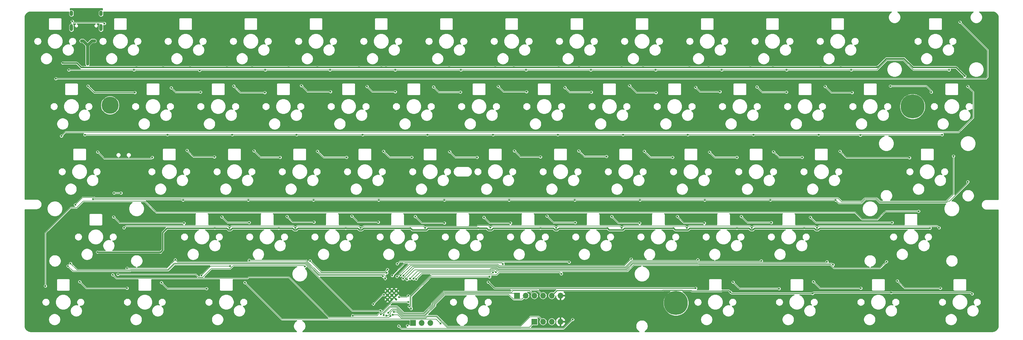
<source format=gtl>
%TF.GenerationSoftware,KiCad,Pcbnew,(5.1.10)-1*%
%TF.CreationDate,2021-09-29T22:37:26-06:00*%
%TF.ProjectId,PyKey60,50794b65-7936-4302-9e6b-696361645f70,1.1a*%
%TF.SameCoordinates,Original*%
%TF.FileFunction,Copper,L1,Top*%
%TF.FilePolarity,Positive*%
%FSLAX46Y46*%
G04 Gerber Fmt 4.6, Leading zero omitted, Abs format (unit mm)*
G04 Created by KiCad (PCBNEW (5.1.10)-1) date 2021-09-29 22:37:26*
%MOMM*%
%LPD*%
G01*
G04 APERTURE LIST*
%TA.AperFunction,ComponentPad*%
%ADD10C,7.000240*%
%TD*%
%TA.AperFunction,ComponentPad*%
%ADD11C,5.001260*%
%TD*%
%TA.AperFunction,ComponentPad*%
%ADD12O,1.700000X1.700000*%
%TD*%
%TA.AperFunction,ComponentPad*%
%ADD13R,1.700000X1.700000*%
%TD*%
%TA.AperFunction,ComponentPad*%
%ADD14O,1.000000X2.100000*%
%TD*%
%TA.AperFunction,ComponentPad*%
%ADD15O,1.000000X1.600000*%
%TD*%
%TA.AperFunction,ComponentPad*%
%ADD16C,0.600000*%
%TD*%
%TA.AperFunction,ViaPad*%
%ADD17C,0.609600*%
%TD*%
%TA.AperFunction,Conductor*%
%ADD18C,0.889000*%
%TD*%
%TA.AperFunction,Conductor*%
%ADD19C,0.152400*%
%TD*%
%TA.AperFunction,Conductor*%
%ADD20C,0.406400*%
%TD*%
%TA.AperFunction,Conductor*%
%ADD21C,0.254000*%
%TD*%
%TA.AperFunction,Conductor*%
%ADD22C,0.150000*%
%TD*%
G04 APERTURE END LIST*
D10*
%TO.P,H4,1*%
%TO.N,N/C*%
X252825000Y-150274000D03*
%TD*%
%TO.P,H2,1*%
%TO.N,N/C*%
X321945000Y-92870000D03*
%TD*%
D11*
%TO.P,H1,1*%
%TO.N,N/C*%
X87489300Y-92520800D03*
%TD*%
D12*
%TO.P,J4,6*%
%TO.N,GND*%
X219075000Y-148115000D03*
%TO.P,J4,5*%
%TO.N,+3V3*%
X216535000Y-148115000D03*
%TO.P,J4,4*%
%TO.N,SPI1_RX*%
X213995000Y-148115000D03*
%TO.P,J4,3*%
%TO.N,SPI1_TX*%
X211455000Y-148115000D03*
%TO.P,J4,2*%
%TO.N,SPI1_SCK*%
X208915000Y-148115000D03*
D13*
%TO.P,J4,1*%
%TO.N,SPI1_CSn*%
X206375000Y-148115000D03*
%TD*%
D12*
%TO.P,J3,4*%
%TO.N,GND*%
X219075000Y-155735000D03*
%TO.P,J3,3*%
%TO.N,+3V3*%
X216535000Y-155735000D03*
%TO.P,J3,2*%
%TO.N,I2C1_SDA*%
X213995000Y-155735000D03*
D13*
%TO.P,J3,1*%
%TO.N,I2C1_SCL*%
X211455000Y-155735000D03*
%TD*%
D12*
%TO.P,J2,3*%
%TO.N,/SWCLK*%
X181102000Y-156116000D03*
%TO.P,J2,2*%
%TO.N,GND*%
X178562000Y-156116000D03*
D13*
%TO.P,J2,1*%
%TO.N,/SWD*%
X176022000Y-156116000D03*
%TD*%
D14*
%TO.P,J1,S1*%
%TO.N,Net-(J1-PadS1)*%
X84838000Y-69838000D03*
X76198000Y-69838000D03*
D15*
X76198000Y-65658000D03*
X84838000Y-65658000D03*
%TD*%
D16*
%TO.P,U62,57*%
%TO.N,GND*%
X168524000Y-146713000D03*
X168524000Y-147988000D03*
X168524000Y-149263000D03*
X169799000Y-146713000D03*
X169799000Y-147988000D03*
X169799000Y-149263000D03*
X171074000Y-146713000D03*
X171074000Y-147988000D03*
X171074000Y-149263000D03*
%TD*%
D17*
%TO.N,GND*%
X165354000Y-157640000D03*
X167132000Y-157640000D03*
X170815000Y-157640000D03*
X159004000Y-153068000D03*
X158877000Y-148115000D03*
X158877000Y-147099000D03*
X159766000Y-143670000D03*
X77978000Y-73820000D03*
X83947000Y-73820000D03*
X65278000Y-70518000D03*
X96647000Y-70391000D03*
X167259000Y-138844000D03*
X170658344Y-138691500D03*
X96774000Y-134399000D03*
X101219000Y-125763000D03*
X159004000Y-151696410D03*
X90690000Y-110892000D03*
X148971000Y-139733000D03*
X69113400Y-144051000D03*
X92456000Y-144051000D03*
X116459000Y-144686000D03*
X108966000Y-125001000D03*
X128143000Y-125001000D03*
X66548000Y-68232000D03*
X104140000Y-67343000D03*
X122555000Y-67216000D03*
X142367000Y-67724000D03*
X161417000Y-67724000D03*
X180594000Y-67851000D03*
X199263000Y-67724000D03*
X218694000Y-67851000D03*
X237490000Y-67978000D03*
X256794000Y-67724000D03*
X275686000Y-67820000D03*
X294386000Y-67724000D03*
X304515000Y-86870000D03*
X327787000Y-86774000D03*
X285242000Y-86774000D03*
X266319000Y-87028000D03*
X246888000Y-86901000D03*
X94869000Y-86774000D03*
X113284000Y-86901000D03*
X132842000Y-87028000D03*
X151892000Y-86901000D03*
X170815000Y-86901000D03*
X189738000Y-87028000D03*
X209138000Y-86870000D03*
X227965000Y-86901000D03*
X147066000Y-125001000D03*
X166243000Y-124874000D03*
X185039000Y-124747000D03*
X204216000Y-125001000D03*
X175387000Y-105824000D03*
X156337000Y-106078000D03*
X137541000Y-106078000D03*
X118364000Y-105697000D03*
X99695000Y-105697000D03*
X289814000Y-105697000D03*
X270764000Y-105824000D03*
X251841000Y-106205000D03*
X232283000Y-105824000D03*
X213233000Y-105951000D03*
X280289000Y-124874000D03*
X261524000Y-124970000D03*
X242443000Y-125128000D03*
X330200000Y-143797000D03*
X306578000Y-144051000D03*
X282956000Y-144178000D03*
X258953000Y-143924000D03*
X183134000Y-151036000D03*
X183769000Y-147099000D03*
X178921788Y-143775788D03*
X179447171Y-145190171D03*
X183642000Y-143924000D03*
X80899000Y-67851000D03*
X80899000Y-65438000D03*
X71120000Y-86901000D03*
X323088000Y-67851000D03*
X78486000Y-124620000D03*
X180914533Y-153499779D03*
X187579000Y-144051000D03*
X178054000Y-152560000D03*
X321183000Y-106078000D03*
X215011000Y-151925000D03*
X203581000Y-151798000D03*
X194716410Y-105979702D03*
X93472000Y-86139000D03*
X91313000Y-83726000D03*
X241427000Y-149258000D03*
X221361000Y-125128000D03*
X217805000Y-125128000D03*
X329692000Y-71026000D03*
X301244000Y-71026000D03*
X282194000Y-71026000D03*
X263144000Y-71026000D03*
X104902000Y-141257000D03*
X174523400Y-152478720D03*
X88224360Y-83588840D03*
X87122000Y-66606410D03*
%TO.N,VBUS*%
X82931000Y-73693000D03*
X79121000Y-73693000D03*
X80899000Y-80424000D03*
%TO.N,+1V1*%
X167513000Y-147861000D03*
X164405329Y-150595329D03*
X171960759Y-148581107D03*
X174607992Y-148163737D03*
%TO.N,+3V3*%
X73660000Y-80170000D03*
X337185000Y-83980000D03*
X102235000Y-135415000D03*
X110871000Y-81440000D03*
X129032000Y-81440000D03*
X148082000Y-81440000D03*
X166751000Y-81440000D03*
X186563000Y-81440000D03*
X205486000Y-81440000D03*
X243205000Y-81440000D03*
X262382000Y-81440000D03*
X281178000Y-81440000D03*
X300990000Y-81440000D03*
X102997000Y-81440000D03*
X121666000Y-81440000D03*
X139700000Y-81440000D03*
X160274000Y-81440000D03*
X168148000Y-81440000D03*
X200025000Y-81440000D03*
X218567000Y-81440000D03*
X224536000Y-81440000D03*
X236982000Y-81440000D03*
X256794000Y-81440000D03*
X274574000Y-81440000D03*
X295148000Y-81440000D03*
X311610494Y-81368164D03*
X339344000Y-147607000D03*
X315722000Y-147226000D03*
X292735000Y-147480000D03*
X268732000Y-147099000D03*
X290322000Y-128430000D03*
X136779000Y-128430000D03*
X118110000Y-128430000D03*
X156337000Y-128430000D03*
X175260000Y-128430000D03*
X213233000Y-128430000D03*
X232791000Y-128430000D03*
X270637000Y-128430000D03*
X327025000Y-128430000D03*
X79629000Y-81440000D03*
X83820000Y-135415000D03*
X95250004Y-81440000D03*
X252095004Y-128430000D03*
X195072001Y-128430000D03*
%TO.N,Net-(R7-Pad2)*%
X89789000Y-141892000D03*
X144399000Y-139606000D03*
%TO.N,/RESET*%
X158369000Y-153957000D03*
X174607992Y-150018528D03*
%TO.N,ROW1*%
X176149000Y-143162000D03*
X75438000Y-82202000D03*
X304038000Y-82202000D03*
X332613000Y-82202000D03*
X266192000Y-82202000D03*
X227965000Y-82202000D03*
X209042000Y-82202000D03*
X189992000Y-82202000D03*
X170815000Y-82202000D03*
X151765000Y-82202000D03*
X132842000Y-82202000D03*
X113665000Y-82329000D03*
X94488000Y-82202000D03*
X246888000Y-82202000D03*
X285153100Y-82202000D03*
X200226326Y-141317318D03*
%TO.N,ROW2*%
X176911000Y-143289000D03*
X80137000Y-101125000D03*
X104267000Y-101125000D03*
X123190000Y-101125000D03*
X141986000Y-101125000D03*
X161290000Y-101125000D03*
X180213000Y-101125000D03*
X199390000Y-101125000D03*
X218313000Y-101125000D03*
X237363000Y-101125000D03*
X256286000Y-101125000D03*
X275463000Y-101125000D03*
X294513000Y-101125000D03*
X199343445Y-141358590D03*
X306705000Y-101252000D03*
X330581000Y-101125000D03*
%TO.N,ROW3*%
X338074000Y-114841000D03*
X219329002Y-141765000D03*
X174898547Y-151290000D03*
X204089000Y-120200410D03*
X261239000Y-120200410D03*
X185166000Y-120200410D03*
X280416000Y-120200410D03*
X223266000Y-120200410D03*
X299466000Y-120200410D03*
X165989000Y-120200410D03*
X242316000Y-120200410D03*
X146939000Y-120200410D03*
X127889000Y-120200410D03*
X108839000Y-120200410D03*
X82559886Y-119967989D03*
%TO.N,ROW4*%
X91567002Y-128303000D03*
X122428000Y-128302998D03*
X141605000Y-128303000D03*
X160655000Y-128303000D03*
X179577999Y-128302999D03*
X256032000Y-128303000D03*
X217805000Y-128303000D03*
X236982000Y-128303000D03*
X329692000Y-128303000D03*
X294005000Y-128303000D03*
X274955000Y-128303000D03*
X198373998Y-142654000D03*
X175446213Y-151925000D03*
X198628000Y-128277590D03*
%TO.N,ROW5*%
X174371000Y-156878000D03*
%TO.N,COL1*%
X75946000Y-138717000D03*
X167233590Y-142476221D03*
%TO.N,COL2*%
X92456000Y-140114000D03*
X106534707Y-137645159D03*
X167868590Y-143138426D03*
%TO.N,COL3*%
X122555004Y-139479032D03*
X128143000Y-137802600D03*
X168322126Y-141456230D03*
X114173000Y-142247590D03*
%TO.N,COL4*%
X145923000Y-137955000D03*
X168529000Y-140495000D03*
%TO.N,COL7*%
X169942032Y-142254877D03*
X202264027Y-138894724D03*
%TO.N,COL8*%
X221615000Y-138336000D03*
X171410458Y-138813922D03*
%TO.N,COL9*%
X171332400Y-142527000D03*
X239723744Y-137427980D03*
%TO.N,COL10*%
X172403371Y-142210371D03*
X259207000Y-137650157D03*
%TO.N,COL11*%
X173228000Y-142273000D03*
X277749000Y-137954968D03*
%TO.N,COL12*%
X173101000Y-143162000D03*
X296926000Y-138209000D03*
%TO.N,COL13*%
X174244000Y-143416000D03*
X298704000Y-139098000D03*
%TO.N,COL14*%
X175133000Y-143162000D03*
X314325000Y-138209000D03*
%TO.N,Net-(U1-Pad5)*%
X85852000Y-68613000D03*
X76454000Y-67978000D03*
%TO.N,Net-(U15-Pad5)*%
X81026000Y-86901000D03*
X94742000Y-88806000D03*
%TO.N,Net-(U16-Pad5)*%
X113919000Y-88679000D03*
X105359179Y-87409000D03*
%TO.N,Net-(U17-Pad5)*%
X132715000Y-88806000D03*
X123621790Y-86901000D03*
%TO.N,Net-(U18-Pad5)*%
X143383000Y-86774000D03*
X151892000Y-88552000D03*
%TO.N,Net-(U19-Pad5)*%
X162560000Y-87028000D03*
X170815000Y-88552000D03*
%TO.N,Net-(U20-Pad5)*%
X181991000Y-87155000D03*
X189865000Y-88679000D03*
%TO.N,Net-(U21-Pad5)*%
X200914000Y-87028000D03*
X209169000Y-88552000D03*
%TO.N,Net-(U22-Pad5)*%
X220389164Y-87364836D03*
X228092000Y-88679000D03*
%TO.N,Net-(U23-Pad5)*%
X239268000Y-86774000D03*
X247015000Y-88806000D03*
%TO.N,Net-(U24-Pad5)*%
X258572000Y-87282000D03*
X265684000Y-88552000D03*
%TO.N,Net-(U25-Pad5)*%
X276479000Y-87155000D03*
X285115000Y-88679000D03*
%TO.N,Net-(U26-Pad5)*%
X296418000Y-87028000D03*
X304292000Y-88806000D03*
%TO.N,Net-(U27-Pad5)*%
X315468000Y-86901000D03*
X327406000Y-88679000D03*
%TO.N,Net-(U29-Pad5)*%
X99822000Y-107729000D03*
X83870790Y-106172266D03*
%TO.N,Net-(U30-Pad5)*%
X109982000Y-105697000D03*
X117983000Y-107602000D03*
%TO.N,Net-(U31-Pad5)*%
X129540000Y-105824000D03*
X137160000Y-107729000D03*
%TO.N,Net-(U32-Pad5)*%
X148082000Y-105951000D03*
X156591000Y-107729000D03*
%TO.N,Net-(U33-Pad5)*%
X167386000Y-105951000D03*
X175641000Y-107729000D03*
%TO.N,Net-(U34-Pad5)*%
X186690000Y-106078000D03*
X194716410Y-107729000D03*
%TO.N,Net-(U35-Pad5)*%
X205613000Y-105824000D03*
X213233000Y-107602000D03*
%TO.N,Net-(U36-Pad5)*%
X224409000Y-105824000D03*
X232537000Y-107475000D03*
%TO.N,Net-(U37-Pad5)*%
X243586000Y-105951000D03*
X251841000Y-107729000D03*
%TO.N,Net-(U38-Pad5)*%
X262636000Y-106205000D03*
X270637000Y-107729000D03*
%TO.N,Net-(U39-Pad5)*%
X281305000Y-106078000D03*
X289687000Y-107729000D03*
%TO.N,Net-(U40-Pad5)*%
X300736000Y-105951000D03*
X321056000Y-107856000D03*
%TO.N,Net-(U42-Pad5)*%
X88519000Y-125128000D03*
X109093000Y-126906000D03*
%TO.N,Net-(U43-Pad5)*%
X120142000Y-125128000D03*
X128143000Y-126779000D03*
%TO.N,Net-(U44-Pad5)*%
X139192000Y-125001000D03*
X147066000Y-126652000D03*
%TO.N,Net-(U45-Pad5)*%
X158115000Y-124874000D03*
X165862000Y-126652000D03*
%TO.N,Net-(U46-Pad5)*%
X176657000Y-125001000D03*
X185166000Y-126906000D03*
%TO.N,Net-(U47-Pad5)*%
X196723000Y-125255000D03*
X204470000Y-126906000D03*
%TO.N,Net-(U48-Pad5)*%
X215138000Y-124874000D03*
X223393000Y-126779000D03*
%TO.N,Net-(U49-Pad5)*%
X234061000Y-125001000D03*
X242189000Y-126906000D03*
%TO.N,Net-(U50-Pad5)*%
X253238000Y-125001000D03*
X261112000Y-126906000D03*
%TO.N,Net-(U51-Pad5)*%
X271907000Y-125001000D03*
X280670000Y-126779000D03*
%TO.N,Net-(U52-Pad5)*%
X292100000Y-125255000D03*
X315976000Y-126779000D03*
%TO.N,Net-(U54-Pad5)*%
X78613000Y-144051000D03*
X92456000Y-145956000D03*
%TO.N,Net-(U55-Pad5)*%
X102489000Y-144305000D03*
X115697000Y-146083000D03*
%TO.N,Net-(U56-Pad5)*%
X126873000Y-144305000D03*
X184014305Y-156251695D03*
%TO.N,Net-(U57-Pad5)*%
X258572000Y-145956000D03*
X197993002Y-144178000D03*
%TO.N,Net-(U58-Pad5)*%
X269494000Y-144178000D03*
X282956000Y-146083000D03*
%TO.N,Net-(U59-Pad5)*%
X292989000Y-144051000D03*
X306832000Y-145956000D03*
%TO.N,Net-(U60-Pad5)*%
X317500000Y-143797000D03*
X330073000Y-145956000D03*
%TO.N,RGBData1*%
X75184000Y-139479000D03*
X166497000Y-152534590D03*
%TO.N,RGBData2*%
X71628000Y-84742000D03*
X335788000Y-68232000D03*
%TO.N,RGBData3*%
X73279000Y-101506000D03*
X338074000Y-87028000D03*
%TO.N,RGBData4*%
X333883000Y-107348000D03*
X77343000Y-121572000D03*
%TO.N,RGBData5*%
X68580000Y-145321000D03*
X323723008Y-123477000D03*
%TO.N,LED*%
X169393087Y-154084001D03*
X88265000Y-142019000D03*
X88646000Y-118143000D03*
X90678000Y-118143000D03*
%TO.N,I2C1_SDA*%
X170387031Y-152886388D03*
%TO.N,I2C1_SCL*%
X170052998Y-153702998D03*
%TO.N,SPI1_CSn*%
X168838388Y-153108644D03*
%TO.N,SPI1_SCK*%
X168196369Y-153957001D03*
%TO.N,SPI1_TX*%
X167443717Y-153837673D03*
%TO.N,SPI1_RX*%
X166624000Y-153601400D03*
%TO.N,SPEAKER*%
X171831000Y-157005000D03*
X222631000Y-155100000D03*
%TD*%
D18*
%TO.N,VBUS*%
X79121000Y-73693000D02*
X79629000Y-73693000D01*
X80899000Y-74963000D02*
X80899000Y-80424000D01*
X79629000Y-73693000D02*
X80899000Y-74963000D01*
X82169000Y-73693000D02*
X80899000Y-74963000D01*
X82931000Y-73693000D02*
X82169000Y-73693000D01*
D19*
%TO.N,+1V1*%
X164405329Y-150587671D02*
X164405329Y-150595329D01*
X167132000Y-147861000D02*
X164405329Y-150587671D01*
X167513000Y-147861000D02*
X167132000Y-147861000D01*
X174190622Y-148581107D02*
X174607992Y-148163737D01*
X171960759Y-148581107D02*
X174190622Y-148581107D01*
D20*
%TO.N,+3V3*%
X73660000Y-80170000D02*
X77774810Y-80170000D01*
X77774810Y-80170000D02*
X79044810Y-81440000D01*
X334645000Y-81440000D02*
X337185000Y-83980000D01*
X319456861Y-78849190D02*
X322047670Y-81440000D01*
X314273139Y-78849190D02*
X319456861Y-78849190D01*
X322047670Y-81440000D02*
X334645000Y-81440000D01*
X311682330Y-81440000D02*
X314273139Y-78849190D01*
X294855394Y-128430000D02*
X327025000Y-128430000D01*
X294321993Y-128963401D02*
X294855394Y-128430000D01*
X293688007Y-128963401D02*
X294321993Y-128963401D01*
X293154606Y-128430000D02*
X293688007Y-128963401D01*
X275271993Y-128963401D02*
X275805394Y-128430000D01*
X274638007Y-128963401D02*
X275271993Y-128963401D01*
X274104606Y-128430000D02*
X274638007Y-128963401D01*
X159804606Y-128430000D02*
X160338007Y-128963401D01*
X141288007Y-128963401D02*
X141921993Y-128963401D01*
X102870000Y-129700000D02*
X104140000Y-128430000D01*
X161036321Y-128963401D02*
X161569722Y-128430000D01*
X140754606Y-128430000D02*
X141288007Y-128963401D01*
X122111007Y-128963399D02*
X122744993Y-128963399D01*
X121577608Y-128430000D02*
X122111007Y-128963399D01*
X122744993Y-128963399D02*
X123278392Y-128430000D01*
X102870000Y-134780000D02*
X102870000Y-129700000D01*
X141921993Y-128963401D02*
X142455394Y-128430000D01*
X102235000Y-135415000D02*
X102870000Y-134780000D01*
X160338007Y-128963401D02*
X161036321Y-128963401D01*
X216954606Y-128430000D02*
X217488007Y-128963401D01*
X217488007Y-128963401D02*
X218121993Y-128963401D01*
X218121993Y-128963401D02*
X218655394Y-128430000D01*
X102235000Y-135415000D02*
X83820000Y-135415000D01*
X300990000Y-81440000D02*
X311682330Y-81440000D01*
X102997000Y-81440000D02*
X110871000Y-81440000D01*
X121666000Y-81440000D02*
X129032000Y-81440000D01*
X110871000Y-81440000D02*
X121666000Y-81440000D01*
X139700000Y-81440000D02*
X148082000Y-81440000D01*
X129032000Y-81440000D02*
X139700000Y-81440000D01*
X160274000Y-81440000D02*
X166751000Y-81440000D01*
X148082000Y-81440000D02*
X160274000Y-81440000D01*
X168148000Y-81440000D02*
X186563000Y-81440000D01*
X166751000Y-81440000D02*
X168148000Y-81440000D01*
X200025000Y-81440000D02*
X205486000Y-81440000D01*
X186563000Y-81440000D02*
X200025000Y-81440000D01*
X205486000Y-81440000D02*
X218567000Y-81440000D01*
X218567000Y-81440000D02*
X224536000Y-81440000D01*
X236982000Y-81440000D02*
X243205000Y-81440000D01*
X224536000Y-81440000D02*
X236982000Y-81440000D01*
X256794000Y-81440000D02*
X262382000Y-81440000D01*
X243205000Y-81440000D02*
X256794000Y-81440000D01*
X274574000Y-81440000D02*
X281178000Y-81440000D01*
X262382000Y-81440000D02*
X274574000Y-81440000D01*
X295148000Y-81440000D02*
X300990000Y-81440000D01*
X281178000Y-81440000D02*
X295148000Y-81440000D01*
D21*
X339344000Y-147607000D02*
X338963000Y-147226000D01*
X338963000Y-147226000D02*
X315722000Y-147226000D01*
X292989000Y-147226000D02*
X292735000Y-147480000D01*
X315722000Y-147226000D02*
X292989000Y-147226000D01*
X269113000Y-147480000D02*
X268732000Y-147099000D01*
X292735000Y-147480000D02*
X269113000Y-147480000D01*
D20*
X290322000Y-128430000D02*
X293154606Y-128430000D01*
X275805394Y-128430000D02*
X290322000Y-128430000D01*
X136779000Y-128430000D02*
X140754606Y-128430000D01*
X123278392Y-128430000D02*
X136779000Y-128430000D01*
X118110000Y-128430000D02*
X121577608Y-128430000D01*
X104140000Y-128430000D02*
X118110000Y-128430000D01*
X156337000Y-128430000D02*
X159804606Y-128430000D01*
X142455394Y-128430000D02*
X156337000Y-128430000D01*
X161569722Y-128430000D02*
X175260000Y-128430000D01*
X213233000Y-128430000D02*
X216954606Y-128430000D01*
X218655394Y-128430000D02*
X232791000Y-128430000D01*
X270637000Y-128430000D02*
X274104606Y-128430000D01*
X79629000Y-81440000D02*
X102997000Y-81440000D01*
X79044810Y-81440000D02*
X79629000Y-81440000D01*
X252628405Y-128963401D02*
X252095004Y-128430000D01*
X270637000Y-128430000D02*
X256882394Y-128430000D01*
X233324401Y-128963401D02*
X237298993Y-128963401D01*
X237832394Y-128430000D02*
X252095004Y-128430000D01*
X256348993Y-128963401D02*
X252628405Y-128963401D01*
X232791000Y-128430000D02*
X233324401Y-128963401D01*
X256882394Y-128430000D02*
X256348993Y-128963401D01*
X237298993Y-128963401D02*
X237832394Y-128430000D01*
X194640949Y-128430000D02*
X195072001Y-128430000D01*
X175793400Y-128963400D02*
X179894992Y-128963400D01*
X180428391Y-128430001D02*
X194640949Y-128430000D01*
X175260000Y-128430000D02*
X175793400Y-128963400D01*
X179894992Y-128963400D02*
X180428391Y-128430001D01*
X197485000Y-128430000D02*
X195072001Y-128430000D01*
X197993000Y-128938000D02*
X197485000Y-128430000D01*
X198970394Y-128938000D02*
X197993000Y-128938000D01*
X199478394Y-128430000D02*
X198970394Y-128938000D01*
X213233000Y-128430000D02*
X199478394Y-128430000D01*
D21*
X249010829Y-146494479D02*
X248914308Y-146591000D01*
X254639171Y-146494479D02*
X249010829Y-146494479D01*
X254735692Y-146591000D02*
X254639171Y-146494479D01*
X257358410Y-146774410D02*
X257175000Y-146591000D01*
X257175000Y-146591000D02*
X254735692Y-146591000D01*
X266323410Y-146596090D02*
X266145090Y-146774410D01*
X218059000Y-146591000D02*
X216535000Y-148115000D01*
X266323410Y-146591000D02*
X266323410Y-146596090D01*
X248914308Y-146591000D02*
X218059000Y-146591000D01*
X266145090Y-146774410D02*
X257358410Y-146774410D01*
X268224000Y-146591000D02*
X266323410Y-146591000D01*
X268732000Y-147099000D02*
X268224000Y-146591000D01*
D19*
%TO.N,Net-(R7-Pad2)*%
X123522269Y-139301201D02*
X144094201Y-139301201D01*
X122582470Y-140241000D02*
X123522269Y-139301201D01*
X117094000Y-140241000D02*
X122582470Y-140241000D01*
X114554000Y-142781000D02*
X117094000Y-140241000D01*
X113383566Y-142781000D02*
X114554000Y-142781000D01*
X112494566Y-141892000D02*
X113383566Y-142781000D01*
X144094201Y-139301201D02*
X144399000Y-139606000D01*
X89789000Y-141892000D02*
X112494566Y-141892000D01*
%TO.N,/RESET*%
X169814190Y-150018528D02*
X174607992Y-150018528D01*
X166370000Y-153068000D02*
X166764718Y-153068000D01*
X166764718Y-153068000D02*
X169814190Y-150018528D01*
X165481000Y-153957000D02*
X166370000Y-153068000D01*
X158369000Y-153957000D02*
X165481000Y-153957000D01*
%TO.N,ROW1*%
X311531000Y-82202000D02*
X304038000Y-82202000D01*
X314452000Y-79281000D02*
X311531000Y-82202000D01*
X319278000Y-79281000D02*
X314452000Y-79281000D01*
X322199000Y-82202000D02*
X319278000Y-79281000D01*
X332613000Y-82202000D02*
X322199000Y-82202000D01*
X227965000Y-82202000D02*
X266192000Y-82202000D01*
X209042000Y-82202000D02*
X227965000Y-82202000D01*
X189992000Y-82202000D02*
X209042000Y-82202000D01*
X170815000Y-82202000D02*
X189992000Y-82202000D01*
X151765000Y-82202000D02*
X170815000Y-82202000D01*
X132842000Y-82202000D02*
X151765000Y-82202000D01*
X113792000Y-82202000D02*
X113919000Y-82202000D01*
X113665000Y-82329000D02*
X113792000Y-82202000D01*
X113919000Y-82202000D02*
X132842000Y-82202000D01*
X94488000Y-82202000D02*
X113919000Y-82202000D01*
X75438000Y-82202000D02*
X94488000Y-82202000D01*
X285153100Y-82202000D02*
X304038000Y-82202000D01*
X266192000Y-82202000D02*
X285153100Y-82202000D01*
X199734196Y-140825188D02*
X200226326Y-141317318D01*
X199087411Y-140825188D02*
X199734196Y-140825188D01*
X198630221Y-141282378D02*
X199087411Y-140825188D01*
X178028622Y-141282378D02*
X198630221Y-141282378D01*
X176149000Y-143162000D02*
X178028622Y-141282378D01*
%TO.N,ROW2*%
X80264000Y-101125000D02*
X80137000Y-101125000D01*
X104267000Y-101125000D02*
X80264000Y-101125000D01*
X123190000Y-101125000D02*
X104267000Y-101125000D01*
X126028670Y-101125000D02*
X123190000Y-101125000D01*
X141986000Y-101125000D02*
X126028670Y-101125000D01*
X161290000Y-101125000D02*
X141986000Y-101125000D01*
X180213000Y-101125000D02*
X161290000Y-101125000D01*
X199390000Y-101125000D02*
X180213000Y-101125000D01*
X218313000Y-101125000D02*
X199390000Y-101125000D01*
X237363000Y-101125000D02*
X218313000Y-101125000D01*
X256286000Y-101125000D02*
X237363000Y-101125000D01*
X275463000Y-101125000D02*
X256286000Y-101125000D01*
X294513000Y-101125000D02*
X275463000Y-101125000D01*
X178612811Y-141587189D02*
X199114846Y-141587189D01*
X176911000Y-143289000D02*
X178612811Y-141587189D01*
X199114846Y-141587189D02*
X199343445Y-141358590D01*
X306578000Y-101125000D02*
X306705000Y-101252000D01*
X294513000Y-101125000D02*
X306578000Y-101125000D01*
X306832000Y-101125000D02*
X306705000Y-101252000D01*
X330581000Y-101125000D02*
X306832000Y-101125000D01*
%TO.N,ROW3*%
X223520000Y-120175000D02*
X223291410Y-120175000D01*
X203657948Y-120200410D02*
X185166000Y-120200410D01*
X184734948Y-120200410D02*
X165989000Y-120200410D01*
X223520000Y-120175000D02*
X204114410Y-120175000D01*
X165989000Y-120200410D02*
X165557948Y-120200410D01*
X204089000Y-120200410D02*
X203657948Y-120200410D01*
X165557948Y-120200410D02*
X146939000Y-120200410D01*
X204114410Y-120175000D02*
X204089000Y-120200410D01*
X146507948Y-120200410D02*
X127889000Y-120200410D01*
X127457948Y-120200410D02*
X108839000Y-120200410D01*
X127889000Y-120200410D02*
X127457948Y-120200410D01*
X146939000Y-120200410D02*
X146507948Y-120200410D01*
X185166000Y-120200410D02*
X184734948Y-120200410D01*
X223291410Y-120175000D02*
X223266000Y-120200410D01*
X260807948Y-120200410D02*
X242316000Y-120200410D01*
X261239000Y-120200410D02*
X260807948Y-120200410D01*
X242290590Y-120175000D02*
X242316000Y-120200410D01*
X223520000Y-120175000D02*
X242290590Y-120175000D01*
X279984948Y-120200410D02*
X261239000Y-120200410D01*
X280416000Y-120200410D02*
X279984948Y-120200410D01*
X299034948Y-120200410D02*
X280416000Y-120200410D01*
X299466000Y-120200410D02*
X299034948Y-120200410D01*
X308190835Y-119921000D02*
X306997024Y-121114811D01*
X312343811Y-120987811D02*
X311277000Y-119921000D01*
X331850859Y-120987811D02*
X312343811Y-120987811D01*
X332337271Y-120501399D02*
X331850859Y-120987811D01*
X311277000Y-119921000D02*
X308190835Y-119921000D01*
X338074000Y-114841000D02*
X338074000Y-115272052D01*
X300380401Y-121114811D02*
X299466000Y-120200410D01*
X338074000Y-115272052D02*
X332844653Y-120501399D01*
X306997024Y-121114811D02*
X300380401Y-121114811D01*
X332844653Y-120501399D02*
X332337271Y-120501399D01*
X181382134Y-142069799D02*
X175141402Y-148310531D01*
X200355201Y-142069799D02*
X181382134Y-142069799D01*
X201168000Y-141257000D02*
X200355201Y-142069799D01*
X218821002Y-141257000D02*
X201168000Y-141257000D01*
X219329002Y-141765000D02*
X218821002Y-141257000D01*
X175141402Y-151047145D02*
X174898547Y-151290000D01*
X175141402Y-148310531D02*
X175141402Y-151047145D01*
X108203189Y-119995651D02*
X82587548Y-119995651D01*
X108407948Y-120200410D02*
X108203189Y-119995651D01*
X108839000Y-120200410D02*
X108407948Y-120200410D01*
X82587548Y-119995651D02*
X82559886Y-119967989D01*
%TO.N,ROW4*%
X121920002Y-127795000D02*
X122428000Y-128302998D01*
X92075002Y-127795000D02*
X121920002Y-127795000D01*
X91567002Y-128303000D02*
X92075002Y-127795000D01*
X141097000Y-127795000D02*
X141605000Y-128303000D01*
X122935998Y-127795000D02*
X141097000Y-127795000D01*
X122428000Y-128302998D02*
X122935998Y-127795000D01*
X160147000Y-127795000D02*
X142113000Y-127795000D01*
X142113000Y-127795000D02*
X141605000Y-128303000D01*
X160655000Y-128303000D02*
X160147000Y-127795000D01*
X179070000Y-127795000D02*
X179577999Y-128302999D01*
X161594052Y-127795000D02*
X179070000Y-127795000D01*
X161086053Y-128302999D02*
X161594052Y-127795000D01*
X160655000Y-128303000D02*
X161086053Y-128302999D01*
X218313000Y-127795000D02*
X217805000Y-128303000D01*
X236474000Y-127795000D02*
X218313000Y-127795000D01*
X236982000Y-128303000D02*
X236474000Y-127795000D01*
X237490000Y-127795000D02*
X236982000Y-128303000D01*
X255524000Y-127795000D02*
X237490000Y-127795000D01*
X256032000Y-128303000D02*
X255524000Y-127795000D01*
X274447000Y-127795000D02*
X274955000Y-128303000D01*
X256540000Y-127795000D02*
X274447000Y-127795000D01*
X256032000Y-128303000D02*
X256540000Y-127795000D01*
X293497000Y-127795000D02*
X294005000Y-128303000D01*
X275463000Y-127795000D02*
X293497000Y-127795000D01*
X274955000Y-128303000D02*
X275463000Y-127795000D01*
X329184000Y-127795000D02*
X329692000Y-128303000D01*
X294513000Y-127795000D02*
X329184000Y-127795000D01*
X294005000Y-128303000D02*
X294513000Y-127795000D01*
X175446213Y-148436787D02*
X175446213Y-151925000D01*
X181229000Y-142654000D02*
X175446213Y-148436787D01*
X198373998Y-142654000D02*
X181229000Y-142654000D01*
X179882798Y-127998200D02*
X194587366Y-127998200D01*
X194942967Y-127642599D02*
X197993009Y-127642599D01*
X179577999Y-128302999D02*
X179882798Y-127998200D01*
X199110590Y-127795000D02*
X198628000Y-128277590D01*
X217297000Y-127795000D02*
X199110590Y-127795000D01*
X194587366Y-127998200D02*
X194942967Y-127642599D01*
X217805000Y-128303000D02*
X217297000Y-127795000D01*
X197993009Y-127642599D02*
X198628000Y-128277590D01*
%TO.N,COL1*%
X93220033Y-140647401D02*
X93372434Y-140495000D01*
X167004991Y-142247622D02*
X167233590Y-142476221D01*
X148360688Y-142247622D02*
X167004991Y-142247622D01*
X144753878Y-138640811D02*
X148360688Y-142247622D01*
X106198123Y-138640811D02*
X144753878Y-138640811D01*
X104343934Y-140495000D02*
X106198123Y-138640811D01*
X77876401Y-140647401D02*
X93220033Y-140647401D01*
X75946000Y-138717000D02*
X77876401Y-140647401D01*
X93372434Y-140495000D02*
X104343934Y-140495000D01*
%TO.N,COL2*%
X92456000Y-140114000D02*
X104065866Y-140114000D01*
X104065866Y-140114000D02*
X106534707Y-137645159D01*
X167868590Y-142247590D02*
X167868590Y-143138426D01*
X167563811Y-141942811D02*
X167868590Y-142247590D01*
X106534707Y-137645159D02*
X107225548Y-138336000D01*
X144880132Y-138336000D02*
X148486942Y-141942811D01*
X107225548Y-138336000D02*
X144880132Y-138336000D01*
X148486942Y-141942811D02*
X167563811Y-141942811D01*
%TO.N,COL3*%
X168216545Y-141561811D02*
X168322126Y-141456230D01*
X144777798Y-137802600D02*
X148537009Y-141561811D01*
X128143000Y-137802600D02*
X144777798Y-137802600D01*
X148537009Y-141561811D02*
X168216545Y-141561811D01*
X122555004Y-139479032D02*
X116941558Y-139479032D01*
X116941558Y-139479032D02*
X114173000Y-142247590D01*
%TO.N,COL4*%
X145923000Y-137955000D02*
X149225000Y-141257000D01*
X167767000Y-141257000D02*
X168529000Y-140495000D01*
X149225000Y-141257000D02*
X167767000Y-141257000D01*
%TO.N,COL7*%
X173606984Y-138589925D02*
X201959228Y-138589925D01*
X169942032Y-142254877D02*
X173606984Y-138589925D01*
X201959228Y-138589925D02*
X202264027Y-138894724D01*
%TO.N,COL8*%
X172015380Y-138209000D02*
X171410458Y-138813922D01*
X221488000Y-138209000D02*
X172015380Y-138209000D01*
X221615000Y-138336000D02*
X221488000Y-138209000D01*
%TO.N,COL9*%
X200850101Y-138996322D02*
X201281913Y-139428134D01*
X201281913Y-139428134D02*
X237723590Y-139428134D01*
X237723590Y-139428134D02*
X239723744Y-137427980D01*
X174863078Y-138996322D02*
X200850101Y-138996322D01*
X171332400Y-142527000D02*
X174863078Y-138996322D01*
%TO.N,COL10*%
X200723845Y-139301133D02*
X201155657Y-139732945D01*
X238101854Y-139732945D02*
X239905232Y-137929567D01*
X175312609Y-139301133D02*
X200723845Y-139301133D01*
X258927590Y-137929567D02*
X259207000Y-137650157D01*
X201155657Y-139732945D02*
X238101854Y-139732945D01*
X172403371Y-142210371D02*
X175312609Y-139301133D01*
X239905232Y-137929567D02*
X258927590Y-137929567D01*
%TO.N,COL11*%
X259104657Y-138183567D02*
X277520401Y-138183567D01*
X173228000Y-142273000D02*
X175895056Y-139605944D01*
X201029401Y-140037756D02*
X238228110Y-140037756D01*
X175895056Y-139605944D02*
X200597589Y-139605944D01*
X238228110Y-140037756D02*
X240031488Y-138234378D01*
X200597589Y-139605944D02*
X201029401Y-140037756D01*
X277520401Y-138183567D02*
X277749000Y-137954968D01*
X240031488Y-138234378D02*
X259053846Y-138234378D01*
X259053846Y-138234378D02*
X259104657Y-138183567D01*
%TO.N,COL12*%
X176352245Y-139910755D02*
X200471333Y-139910755D01*
X200903145Y-140342567D02*
X238354366Y-140342567D01*
X238354366Y-140342567D02*
X240157744Y-138539189D01*
X259180102Y-138539189D02*
X259230913Y-138488378D01*
X296646622Y-138488378D02*
X296926000Y-138209000D01*
X173101000Y-143162000D02*
X176352245Y-139910755D01*
X240157744Y-138539189D02*
X259180102Y-138539189D01*
X259230913Y-138488378D02*
X296646622Y-138488378D01*
X200471333Y-139910755D02*
X200903145Y-140342567D01*
%TO.N,COL13*%
X198403111Y-140647354D02*
X198834899Y-140215566D01*
X238480622Y-140647378D02*
X240284000Y-138844000D01*
X240284000Y-138844000D02*
X259306358Y-138844000D01*
X259357169Y-138793189D02*
X298399189Y-138793189D01*
X176504646Y-140647354D02*
X198403111Y-140647354D01*
X200776889Y-140647378D02*
X238480622Y-140647378D01*
X298399189Y-138793189D02*
X298704000Y-139098000D01*
X259306358Y-138844000D02*
X259357169Y-138793189D01*
X174244000Y-142908000D02*
X176504646Y-140647354D01*
X200345077Y-140215566D02*
X200776889Y-140647378D01*
X198834899Y-140215566D02*
X200345077Y-140215566D01*
X174244000Y-143416000D02*
X174244000Y-142908000D01*
%TO.N,COL14*%
X175133000Y-143162000D02*
X177317433Y-140977567D01*
X198503965Y-140977567D02*
X198961155Y-140520377D01*
X259483425Y-139098000D02*
X297914566Y-139098000D01*
X240487189Y-139148811D02*
X259432614Y-139148811D01*
X177317433Y-140977567D02*
X198503965Y-140977567D01*
X259432614Y-139148811D02*
X259483425Y-139098000D01*
X238683811Y-140952189D02*
X240487189Y-139148811D01*
X200218821Y-140520377D02*
X200650633Y-140952189D01*
X198961155Y-140520377D02*
X200218821Y-140520377D01*
X312420000Y-140114000D02*
X314325000Y-138209000D01*
X200650633Y-140952189D02*
X238683811Y-140952189D01*
X297914566Y-139098000D02*
X298930566Y-140114000D01*
X298930566Y-140114000D02*
X312420000Y-140114000D01*
%TO.N,Net-(U1-Pad5)*%
X76860401Y-68384401D02*
X76454000Y-67978000D01*
X85623401Y-68384401D02*
X76860401Y-68384401D01*
X85852000Y-68613000D02*
X85623401Y-68384401D01*
D21*
%TO.N,Net-(U15-Pad5)*%
X82931000Y-88806000D02*
X94742000Y-88806000D01*
X81026000Y-86901000D02*
X82931000Y-88806000D01*
D19*
%TO.N,Net-(U16-Pad5)*%
X106629179Y-88679000D02*
X105359179Y-87409000D01*
X113919000Y-88679000D02*
X106629179Y-88679000D01*
%TO.N,Net-(U17-Pad5)*%
X132715000Y-88806000D02*
X125526790Y-88806000D01*
X125526790Y-88806000D02*
X123621790Y-86901000D01*
%TO.N,Net-(U18-Pad5)*%
X145161000Y-88552000D02*
X151892000Y-88552000D01*
X143383000Y-86774000D02*
X145161000Y-88552000D01*
%TO.N,Net-(U19-Pad5)*%
X164084000Y-88552000D02*
X170815000Y-88552000D01*
X162560000Y-87028000D02*
X164084000Y-88552000D01*
%TO.N,Net-(U20-Pad5)*%
X183515000Y-88679000D02*
X189865000Y-88679000D01*
X181991000Y-87155000D02*
X183515000Y-88679000D01*
%TO.N,Net-(U21-Pad5)*%
X202438000Y-88552000D02*
X209169000Y-88552000D01*
X200914000Y-87028000D02*
X202438000Y-88552000D01*
%TO.N,Net-(U22-Pad5)*%
X221703328Y-88679000D02*
X228092000Y-88679000D01*
X220389164Y-87364836D02*
X221703328Y-88679000D01*
%TO.N,Net-(U23-Pad5)*%
X239268000Y-86774000D02*
X241300000Y-88806000D01*
X241300000Y-88806000D02*
X247015000Y-88806000D01*
%TO.N,Net-(U24-Pad5)*%
X259842000Y-88552000D02*
X265684000Y-88552000D01*
X258572000Y-87282000D02*
X259842000Y-88552000D01*
%TO.N,Net-(U25-Pad5)*%
X278003000Y-88679000D02*
X285115000Y-88679000D01*
X276479000Y-87155000D02*
X278003000Y-88679000D01*
%TO.N,Net-(U26-Pad5)*%
X298196000Y-88806000D02*
X304292000Y-88806000D01*
X296418000Y-87028000D02*
X298196000Y-88806000D01*
%TO.N,Net-(U27-Pad5)*%
X327406000Y-88298000D02*
X327406000Y-88679000D01*
X326009000Y-86901000D02*
X327406000Y-88298000D01*
X315468000Y-86901000D02*
X326009000Y-86901000D01*
%TO.N,Net-(U29-Pad5)*%
X85808524Y-108110000D02*
X83870790Y-106172266D01*
X99441000Y-108110000D02*
X85808524Y-108110000D01*
X99822000Y-107729000D02*
X99441000Y-108110000D01*
%TO.N,Net-(U30-Pad5)*%
X111887000Y-107602000D02*
X117983000Y-107602000D01*
X109982000Y-105697000D02*
X111887000Y-107602000D01*
%TO.N,Net-(U31-Pad5)*%
X131445000Y-107729000D02*
X137160000Y-107729000D01*
X129540000Y-105824000D02*
X131445000Y-107729000D01*
%TO.N,Net-(U32-Pad5)*%
X148082000Y-105951000D02*
X149860000Y-107729000D01*
X149860000Y-107729000D02*
X156591000Y-107729000D01*
%TO.N,Net-(U33-Pad5)*%
X169164000Y-107729000D02*
X175641000Y-107729000D01*
X167386000Y-105951000D02*
X169164000Y-107729000D01*
%TO.N,Net-(U34-Pad5)*%
X188341000Y-107729000D02*
X194716410Y-107729000D01*
X186690000Y-106078000D02*
X188341000Y-107729000D01*
%TO.N,Net-(U35-Pad5)*%
X207391000Y-107602000D02*
X213233000Y-107602000D01*
X205613000Y-105824000D02*
X207391000Y-107602000D01*
%TO.N,Net-(U36-Pad5)*%
X226060000Y-107475000D02*
X232537000Y-107475000D01*
X224409000Y-105824000D02*
X226060000Y-107475000D01*
%TO.N,Net-(U37-Pad5)*%
X245364000Y-107729000D02*
X251841000Y-107729000D01*
X243586000Y-105951000D02*
X245364000Y-107729000D01*
%TO.N,Net-(U38-Pad5)*%
X264160000Y-107729000D02*
X270637000Y-107729000D01*
X262636000Y-106205000D02*
X264160000Y-107729000D01*
%TO.N,Net-(U39-Pad5)*%
X282956000Y-107729000D02*
X289687000Y-107729000D01*
X281305000Y-106078000D02*
X282956000Y-107729000D01*
%TO.N,Net-(U40-Pad5)*%
X302641000Y-107856000D02*
X321056000Y-107856000D01*
X300736000Y-105951000D02*
X302641000Y-107856000D01*
%TO.N,Net-(U42-Pad5)*%
X90297000Y-126906000D02*
X109093000Y-126906000D01*
X88519000Y-125128000D02*
X90297000Y-126906000D01*
%TO.N,Net-(U43-Pad5)*%
X121793000Y-126779000D02*
X128143000Y-126779000D01*
X120142000Y-125128000D02*
X121793000Y-126779000D01*
%TO.N,Net-(U44-Pad5)*%
X140843000Y-126652000D02*
X147066000Y-126652000D01*
X139192000Y-125001000D02*
X140843000Y-126652000D01*
%TO.N,Net-(U45-Pad5)*%
X159893000Y-126652000D02*
X165862000Y-126652000D01*
X158115000Y-124874000D02*
X159893000Y-126652000D01*
%TO.N,Net-(U46-Pad5)*%
X178562000Y-126906000D02*
X185166000Y-126906000D01*
X176657000Y-125001000D02*
X178562000Y-126906000D01*
%TO.N,Net-(U47-Pad5)*%
X198374000Y-126906000D02*
X204470000Y-126906000D01*
X196723000Y-125255000D02*
X198374000Y-126906000D01*
%TO.N,Net-(U48-Pad5)*%
X217043000Y-126779000D02*
X223393000Y-126779000D01*
X215138000Y-124874000D02*
X217043000Y-126779000D01*
%TO.N,Net-(U49-Pad5)*%
X235966000Y-126906000D02*
X242189000Y-126906000D01*
X234061000Y-125001000D02*
X235966000Y-126906000D01*
%TO.N,Net-(U50-Pad5)*%
X255143000Y-126906000D02*
X261112000Y-126906000D01*
X253238000Y-125001000D02*
X255143000Y-126906000D01*
%TO.N,Net-(U51-Pad5)*%
X273685000Y-126779000D02*
X280670000Y-126779000D01*
X271907000Y-125001000D02*
X273685000Y-126779000D01*
%TO.N,Net-(U52-Pad5)*%
X293624000Y-126779000D02*
X315976000Y-126779000D01*
X292100000Y-125255000D02*
X293624000Y-126779000D01*
%TO.N,Net-(U54-Pad5)*%
X80518000Y-145956000D02*
X92456000Y-145956000D01*
X78613000Y-144051000D02*
X80518000Y-145956000D01*
%TO.N,Net-(U55-Pad5)*%
X104267000Y-146083000D02*
X115697000Y-146083000D01*
X102489000Y-144305000D02*
X104267000Y-146083000D01*
%TO.N,Net-(U56-Pad5)*%
X182800009Y-155037399D02*
X184014305Y-156251695D01*
X137605399Y-155037399D02*
X182800009Y-155037399D01*
X126873000Y-144305000D02*
X137605399Y-155037399D01*
D21*
%TO.N,Net-(U57-Pad5)*%
X258572000Y-145956000D02*
X199771002Y-145956000D01*
X199771002Y-145956000D02*
X197993002Y-144178000D01*
D19*
%TO.N,Net-(U58-Pad5)*%
X271399000Y-146083000D02*
X282956000Y-146083000D01*
X269494000Y-144178000D02*
X271399000Y-146083000D01*
%TO.N,Net-(U59-Pad5)*%
X294894000Y-145956000D02*
X306832000Y-145956000D01*
X292989000Y-144051000D02*
X294894000Y-145956000D01*
%TO.N,Net-(U60-Pad5)*%
X319659000Y-145956000D02*
X330073000Y-145956000D01*
X317500000Y-143797000D02*
X319659000Y-145956000D01*
%TO.N,RGBData1*%
X93346289Y-140952212D02*
X93498690Y-140799811D01*
X106324379Y-138945622D02*
X144627622Y-138945622D01*
X158216590Y-152534590D02*
X166497000Y-152534590D01*
X144627622Y-138945622D02*
X158216590Y-152534590D01*
X104470190Y-140799811D02*
X106324379Y-138945622D01*
X93498690Y-140799811D02*
X104470190Y-140799811D01*
X76657212Y-140952212D02*
X93346289Y-140952212D01*
X75184000Y-139479000D02*
X76657212Y-140952212D01*
%TO.N,RGBData2*%
X319151000Y-84742000D02*
X71628000Y-84742000D01*
X319151000Y-84742000D02*
X336931000Y-84742000D01*
X336931000Y-84742000D02*
X343408000Y-84742000D01*
X343408000Y-84742000D02*
X343916000Y-84234000D01*
X343916000Y-84234000D02*
X343916000Y-76360000D01*
X343916000Y-76360000D02*
X335788000Y-68232000D01*
%TO.N,RGBData3*%
X73279000Y-101506000D02*
X74422000Y-100363000D01*
X339648799Y-96121201D02*
X339648799Y-88602799D01*
X74422000Y-100363000D02*
X335407000Y-100363000D01*
X339648799Y-88602799D02*
X338074000Y-87028000D01*
X335407000Y-100363000D02*
X339648799Y-96121201D01*
%TO.N,RGBData4*%
X308064579Y-119616189D02*
X306997769Y-120683000D01*
X331724604Y-120683000D02*
X312470066Y-120683000D01*
X333883000Y-107348000D02*
X333883000Y-118524603D01*
X312470066Y-120683000D02*
X311403256Y-119616189D01*
X333883000Y-118524603D02*
X331724604Y-120683000D01*
X311403256Y-119616189D02*
X308064579Y-119616189D01*
X83048333Y-119667000D02*
X82815920Y-119434587D01*
X301244000Y-120683000D02*
X300228000Y-119667000D01*
X82303852Y-119434587D02*
X82301975Y-119436464D01*
X300228000Y-119667000D02*
X83048333Y-119667000D01*
X79478536Y-119436464D02*
X77647799Y-121267201D01*
X77647799Y-121267201D02*
X77343000Y-121572000D01*
X82815920Y-119434587D02*
X82303852Y-119434587D01*
X306997769Y-120683000D02*
X301244000Y-120683000D01*
X82301975Y-119436464D02*
X79478536Y-119436464D01*
%TO.N,RGBData5*%
X311658000Y-125890000D02*
X314071000Y-123477000D01*
X307213000Y-125890000D02*
X311658000Y-125890000D01*
X305122729Y-123799729D02*
X307213000Y-125890000D01*
X75946000Y-122461000D02*
X77724000Y-122461000D01*
X68580000Y-129827000D02*
X75946000Y-122461000D01*
X314071000Y-123477000D02*
X323723008Y-123477000D01*
X97608399Y-120501399D02*
X100906729Y-123799729D01*
X77724000Y-122461000D02*
X79683601Y-120501399D01*
X68580000Y-145321000D02*
X68580000Y-129827000D01*
X79683601Y-120501399D02*
X97608399Y-120501399D01*
X100906729Y-123799729D02*
X305122729Y-123799729D01*
%TO.N,LED*%
X88646000Y-118143000D02*
X90678000Y-118143000D01*
X89331810Y-143085810D02*
X88265000Y-142019000D01*
X127661123Y-143085810D02*
X89331810Y-143085810D01*
X151409401Y-154490401D02*
X139649189Y-142730189D01*
X168986687Y-154490401D02*
X151409401Y-154490401D01*
X139649189Y-142730189D02*
X128016744Y-142730189D01*
X169393087Y-154084001D02*
X168986687Y-154490401D01*
X128016744Y-142730189D02*
X127661123Y-143085810D01*
%TO.N,I2C1_SDA*%
X170818083Y-152886388D02*
X170387031Y-152886388D01*
X171245187Y-152886388D02*
X170818083Y-152886388D01*
X172773043Y-154414244D02*
X171245187Y-152886388D01*
X210235811Y-154287189D02*
X207391000Y-157132000D01*
X182981222Y-154033189D02*
X180022756Y-154033189D01*
X179641701Y-154414244D02*
X172773043Y-154414244D01*
X214249000Y-155735000D02*
X212801189Y-154287189D01*
X207391000Y-157132000D02*
X186080033Y-157132000D01*
X212801189Y-154287189D02*
X210235811Y-154287189D01*
X186080033Y-157132000D02*
X182981222Y-154033189D01*
X180022756Y-154033189D02*
X179641701Y-154414244D01*
%TO.N,I2C1_SCL*%
X180149012Y-154338000D02*
X179767957Y-154719055D01*
X210058000Y-157386000D02*
X207568067Y-157386000D01*
X182854967Y-154338000D02*
X180149012Y-154338000D01*
X179767957Y-154719055D02*
X172646787Y-154719055D01*
X172646787Y-154719055D02*
X171630730Y-153702998D01*
X171630730Y-153702998D02*
X170484050Y-153702998D01*
X170484050Y-153702998D02*
X170052998Y-153702998D01*
X207568067Y-157386000D02*
X207517256Y-157436811D01*
X207517256Y-157436811D02*
X185953777Y-157436811D01*
X211709000Y-155735000D02*
X210058000Y-157386000D01*
X185953777Y-157436811D02*
X182854967Y-154338000D01*
%TO.N,SPI1_CSn*%
X205746588Y-147486588D02*
X185208911Y-147486588D01*
X185208911Y-147486588D02*
X182168788Y-150526711D01*
X182168788Y-150526711D02*
X182168788Y-151025023D01*
X206375000Y-148115000D02*
X205746588Y-147486588D01*
X169898856Y-152048176D02*
X168838388Y-153108644D01*
X171269109Y-152048176D02*
X169898856Y-152048176D01*
X173025555Y-153804622D02*
X171269109Y-152048176D01*
X179389189Y-153804622D02*
X173025555Y-153804622D01*
X182168788Y-151025023D02*
X179389189Y-153804622D01*
%TO.N,SPI1_SCK*%
X169396195Y-153087790D02*
X170130998Y-152352987D01*
X172899299Y-154109433D02*
X179515445Y-154109433D01*
X207836399Y-149193601D02*
X208915000Y-148115000D01*
X170130998Y-152352987D02*
X171142853Y-152352987D01*
X182473599Y-150652967D02*
X185335167Y-147791399D01*
X185335167Y-147791399D02*
X203939917Y-147791399D01*
X205342119Y-149193601D02*
X207836399Y-149193601D01*
X169396195Y-153550600D02*
X169396195Y-153087790D01*
X179515445Y-154109433D02*
X182473599Y-151151279D01*
X171142853Y-152352987D02*
X172899299Y-154109433D01*
X169137054Y-153550600D02*
X169396195Y-153550600D01*
X168730653Y-153957001D02*
X169137054Y-153550600D01*
X168196369Y-153957001D02*
X168730653Y-153957001D01*
X182473599Y-151151279D02*
X182473599Y-150652967D01*
X203939917Y-147791399D02*
X205342119Y-149193601D01*
%TO.N,SPI1_TX*%
X173151811Y-153499811D02*
X179262933Y-153499811D01*
X169306358Y-151543980D02*
X171195980Y-151543980D01*
X181863977Y-150898767D02*
X181863977Y-150400455D01*
X210071590Y-146731590D02*
X211455000Y-148115000D01*
X167443717Y-153837673D02*
X167443717Y-153406621D01*
X179262933Y-153499811D02*
X181863977Y-150898767D01*
X185082655Y-147181777D02*
X204765674Y-147181777D01*
X167443717Y-153406621D02*
X169306358Y-151543980D01*
X171195980Y-151543980D02*
X173151811Y-153499811D01*
X205215861Y-146731590D02*
X210071590Y-146731590D01*
X204765674Y-147181777D02*
X205215861Y-146731590D01*
X181863977Y-150400455D02*
X185082655Y-147181777D01*
%TO.N,SPI1_RX*%
X166624000Y-153449000D02*
X166624000Y-153601400D01*
X166700190Y-153372810D02*
X166624000Y-153449000D01*
X167046462Y-153372810D02*
X166700190Y-153372810D01*
X169180102Y-151239169D02*
X167046462Y-153372810D01*
X171322236Y-151239169D02*
X169180102Y-151239169D01*
X173278067Y-153195000D02*
X171322236Y-151239169D01*
X179136677Y-153195000D02*
X173278067Y-153195000D01*
X181559166Y-150772511D02*
X179136677Y-153195000D01*
X181559166Y-150274199D02*
X181559166Y-150772511D01*
X184956399Y-146876966D02*
X181559166Y-150274199D01*
X204438034Y-146876966D02*
X184956399Y-146876966D01*
X204888221Y-146426779D02*
X204438034Y-146876966D01*
X212306779Y-146426779D02*
X204888221Y-146426779D01*
X213995000Y-148115000D02*
X212306779Y-146426779D01*
%TO.N,SPEAKER*%
X219989380Y-157741620D02*
X222631000Y-155100000D01*
X172567620Y-157741620D02*
X219989380Y-157741620D01*
X171831000Y-157005000D02*
X172567620Y-157741620D01*
%TD*%
D21*
%TO.N,GND*%
X85206471Y-64671200D02*
X85137706Y-64634444D01*
X84990788Y-64589877D01*
X84838000Y-64574829D01*
X84685211Y-64589877D01*
X84538293Y-64634444D01*
X84402894Y-64706817D01*
X84284214Y-64804214D01*
X84186817Y-64922895D01*
X84114444Y-65058294D01*
X84069877Y-65205212D01*
X84058600Y-65319712D01*
X84058600Y-65996289D01*
X84069877Y-66110789D01*
X84114444Y-66257707D01*
X84186818Y-66393106D01*
X84284215Y-66511786D01*
X84402895Y-66609183D01*
X84538294Y-66681556D01*
X84685212Y-66726123D01*
X84838000Y-66741171D01*
X84990789Y-66726123D01*
X85137707Y-66681556D01*
X85273106Y-66609183D01*
X85391786Y-66511786D01*
X85489183Y-66393106D01*
X85561556Y-66257707D01*
X85606123Y-66110789D01*
X85617400Y-65996289D01*
X85617400Y-65319711D01*
X85608789Y-65232280D01*
X315803356Y-65232280D01*
X315524762Y-65418431D01*
X315273431Y-65669762D01*
X315075961Y-65965296D01*
X314939942Y-66293676D01*
X314870600Y-66642282D01*
X314870600Y-66997718D01*
X314939942Y-67346324D01*
X315075961Y-67674704D01*
X315273431Y-67970238D01*
X315524762Y-68221569D01*
X315820296Y-68419039D01*
X316148676Y-68555058D01*
X316497282Y-68624400D01*
X316852718Y-68624400D01*
X317201324Y-68555058D01*
X317529704Y-68419039D01*
X317825238Y-68221569D01*
X318076569Y-67970238D01*
X318274039Y-67674704D01*
X318410058Y-67346324D01*
X318425239Y-67270000D01*
X326632651Y-67270000D01*
X326634001Y-67283706D01*
X326634000Y-70256304D01*
X326632651Y-70270000D01*
X326638038Y-70324693D01*
X326653991Y-70377285D01*
X326679898Y-70425754D01*
X326714763Y-70468237D01*
X326757246Y-70503102D01*
X326805715Y-70529009D01*
X326858307Y-70544962D01*
X326913000Y-70550349D01*
X326926696Y-70549000D01*
X330299304Y-70549000D01*
X330313000Y-70550349D01*
X330326696Y-70549000D01*
X330367693Y-70544962D01*
X330420285Y-70529009D01*
X330468754Y-70503102D01*
X330511237Y-70468237D01*
X330546102Y-70425754D01*
X330572009Y-70377285D01*
X330587962Y-70324693D01*
X330593349Y-70270000D01*
X330592000Y-70256304D01*
X330592000Y-67283696D01*
X330593349Y-67270000D01*
X330587962Y-67215307D01*
X330572009Y-67162715D01*
X330546102Y-67114246D01*
X330511237Y-67071763D01*
X330468754Y-67036898D01*
X330420285Y-67010991D01*
X330367693Y-66995038D01*
X330326696Y-66991000D01*
X330313000Y-66989651D01*
X330299304Y-66991000D01*
X326926696Y-66991000D01*
X326913000Y-66989651D01*
X326899304Y-66991000D01*
X326858307Y-66995038D01*
X326805715Y-67010991D01*
X326757246Y-67036898D01*
X326714763Y-67071763D01*
X326679898Y-67114246D01*
X326653991Y-67162715D01*
X326638038Y-67215307D01*
X326632651Y-67270000D01*
X318425239Y-67270000D01*
X318479400Y-66997718D01*
X318479400Y-66642282D01*
X318410058Y-66293676D01*
X318274039Y-65965296D01*
X318076569Y-65669762D01*
X317825238Y-65418431D01*
X317546644Y-65232280D01*
X339679356Y-65232280D01*
X339400762Y-65418431D01*
X339149431Y-65669762D01*
X338951961Y-65965296D01*
X338815942Y-66293676D01*
X338746600Y-66642282D01*
X338746600Y-66997718D01*
X338815942Y-67346324D01*
X338951961Y-67674704D01*
X339149431Y-67970238D01*
X339400762Y-68221569D01*
X339696296Y-68419039D01*
X340024676Y-68555058D01*
X340373282Y-68624400D01*
X340728718Y-68624400D01*
X341077324Y-68555058D01*
X341405704Y-68419039D01*
X341701238Y-68221569D01*
X341952569Y-67970238D01*
X342150039Y-67674704D01*
X342286058Y-67346324D01*
X342355400Y-66997718D01*
X342355400Y-66642282D01*
X342286058Y-66293676D01*
X342150039Y-65965296D01*
X341952569Y-65669762D01*
X341701238Y-65418431D01*
X341422644Y-65232280D01*
X345234659Y-65232280D01*
X345584944Y-65266626D01*
X345907613Y-65364045D01*
X346205215Y-65522283D01*
X346466415Y-65735312D01*
X346681257Y-65995013D01*
X346841570Y-66291502D01*
X346941241Y-66613490D01*
X346977971Y-66962954D01*
X346977970Y-120042920D01*
X343495447Y-120042920D01*
X343270808Y-120065045D01*
X342982575Y-120152479D01*
X342716939Y-120294465D01*
X342484106Y-120485546D01*
X342293025Y-120718379D01*
X342151039Y-120984015D01*
X342063605Y-121272248D01*
X342034082Y-121572000D01*
X342063605Y-121871752D01*
X342151039Y-122159985D01*
X342293025Y-122425621D01*
X342484106Y-122658454D01*
X342716939Y-122849535D01*
X342982575Y-122991521D01*
X343270808Y-123078955D01*
X343495447Y-123101080D01*
X346977970Y-123101080D01*
X346977970Y-156861908D01*
X346943624Y-157212194D01*
X346846205Y-157534865D01*
X346687967Y-157832465D01*
X346474938Y-158093665D01*
X346215235Y-158308509D01*
X345918744Y-158468821D01*
X345596762Y-158568491D01*
X345247306Y-158605220D01*
X243756386Y-158605220D01*
X244031238Y-158421569D01*
X244282569Y-158170238D01*
X244480039Y-157874704D01*
X244616058Y-157546324D01*
X244685400Y-157197718D01*
X244685400Y-156842282D01*
X244616058Y-156493676D01*
X244480039Y-156165296D01*
X244282569Y-155869762D01*
X244031238Y-155618431D01*
X243735704Y-155420961D01*
X243407324Y-155284942D01*
X243058718Y-155215600D01*
X242703282Y-155215600D01*
X242354676Y-155284942D01*
X242026296Y-155420961D01*
X241730762Y-155618431D01*
X241479431Y-155869762D01*
X241281961Y-156165296D01*
X241145942Y-156493676D01*
X241076600Y-156842282D01*
X241076600Y-157197718D01*
X241145942Y-157546324D01*
X241281961Y-157874704D01*
X241479431Y-158170238D01*
X241730762Y-158421569D01*
X242005614Y-158605220D01*
X143756386Y-158605220D01*
X144031238Y-158421569D01*
X144282569Y-158170238D01*
X144480039Y-157874704D01*
X144616058Y-157546324D01*
X144685400Y-157197718D01*
X144685400Y-156842282D01*
X144616058Y-156493676D01*
X144480039Y-156165296D01*
X144282569Y-155869762D01*
X144031238Y-155618431D01*
X143735704Y-155420961D01*
X143668198Y-155392999D01*
X174891249Y-155392999D01*
X174891249Y-156607402D01*
X174888712Y-156601277D01*
X174824778Y-156505594D01*
X174743406Y-156424222D01*
X174647723Y-156360288D01*
X174541405Y-156316250D01*
X174428539Y-156293800D01*
X174313461Y-156293800D01*
X174200595Y-156316250D01*
X174094277Y-156360288D01*
X173998594Y-156424222D01*
X173917222Y-156505594D01*
X173853288Y-156601277D01*
X173809250Y-156707595D01*
X173786800Y-156820461D01*
X173786800Y-156935539D01*
X173809250Y-157048405D01*
X173853288Y-157154723D01*
X173917222Y-157250406D01*
X173998594Y-157331778D01*
X174079772Y-157386020D01*
X172714914Y-157386020D01*
X172411257Y-157082363D01*
X172415200Y-157062539D01*
X172415200Y-156947461D01*
X172392750Y-156834595D01*
X172348712Y-156728277D01*
X172284778Y-156632594D01*
X172203406Y-156551222D01*
X172107723Y-156487288D01*
X172001405Y-156443250D01*
X171888539Y-156420800D01*
X171773461Y-156420800D01*
X171660595Y-156443250D01*
X171554277Y-156487288D01*
X171458594Y-156551222D01*
X171377222Y-156632594D01*
X171313288Y-156728277D01*
X171269250Y-156834595D01*
X171246800Y-156947461D01*
X171246800Y-157062539D01*
X171269250Y-157175405D01*
X171313288Y-157281723D01*
X171377222Y-157377406D01*
X171458594Y-157458778D01*
X171554277Y-157522712D01*
X171660595Y-157566750D01*
X171773461Y-157589200D01*
X171888539Y-157589200D01*
X171908363Y-157585257D01*
X172303826Y-157980720D01*
X172314957Y-157994283D01*
X172369104Y-158038721D01*
X172430880Y-158071741D01*
X172468722Y-158083220D01*
X172497909Y-158092074D01*
X172504186Y-158092692D01*
X172550157Y-158097220D01*
X172550164Y-158097220D01*
X172567620Y-158098939D01*
X172585075Y-158097220D01*
X219971925Y-158097220D01*
X219989380Y-158098939D01*
X220006835Y-158097220D01*
X220006843Y-158097220D01*
X220059090Y-158092074D01*
X220126120Y-158071741D01*
X220187896Y-158038721D01*
X220242043Y-157994283D01*
X220253179Y-157980714D01*
X222553637Y-155680257D01*
X222573461Y-155684200D01*
X222688539Y-155684200D01*
X222801405Y-155661750D01*
X222907723Y-155617712D01*
X223003406Y-155553778D01*
X223084778Y-155472406D01*
X223148712Y-155376723D01*
X223192750Y-155270405D01*
X223215200Y-155157539D01*
X223215200Y-155042461D01*
X223192750Y-154929595D01*
X223190741Y-154924744D01*
X259999600Y-154924744D01*
X259999600Y-155275256D01*
X260067981Y-155619032D01*
X260202116Y-155942862D01*
X260396850Y-156234302D01*
X260644698Y-156482150D01*
X260936138Y-156676884D01*
X261259968Y-156811019D01*
X261603744Y-156879400D01*
X261954256Y-156879400D01*
X262298032Y-156811019D01*
X262621862Y-156676884D01*
X262913302Y-156482150D01*
X263161150Y-156234302D01*
X263355884Y-155942862D01*
X263490019Y-155619032D01*
X263558400Y-155275256D01*
X263558400Y-154924744D01*
X283811600Y-154924744D01*
X283811600Y-155275256D01*
X283879981Y-155619032D01*
X284014116Y-155942862D01*
X284208850Y-156234302D01*
X284456698Y-156482150D01*
X284748138Y-156676884D01*
X285071968Y-156811019D01*
X285415744Y-156879400D01*
X285766256Y-156879400D01*
X286110032Y-156811019D01*
X286433862Y-156676884D01*
X286725302Y-156482150D01*
X286973150Y-156234302D01*
X287167884Y-155942862D01*
X287302019Y-155619032D01*
X287370400Y-155275256D01*
X287370400Y-154924744D01*
X307611600Y-154924744D01*
X307611600Y-155275256D01*
X307679981Y-155619032D01*
X307814116Y-155942862D01*
X308008850Y-156234302D01*
X308256698Y-156482150D01*
X308548138Y-156676884D01*
X308871968Y-156811019D01*
X309215744Y-156879400D01*
X309566256Y-156879400D01*
X309910032Y-156811019D01*
X310233862Y-156676884D01*
X310525302Y-156482150D01*
X310773150Y-156234302D01*
X310967884Y-155942862D01*
X311102019Y-155619032D01*
X311170400Y-155275256D01*
X311170400Y-154924744D01*
X331424600Y-154924744D01*
X331424600Y-155275256D01*
X331492981Y-155619032D01*
X331627116Y-155942862D01*
X331821850Y-156234302D01*
X332069698Y-156482150D01*
X332361138Y-156676884D01*
X332684968Y-156811019D01*
X333028744Y-156879400D01*
X333379256Y-156879400D01*
X333723032Y-156811019D01*
X334046862Y-156676884D01*
X334338302Y-156482150D01*
X334586150Y-156234302D01*
X334780884Y-155942862D01*
X334915019Y-155619032D01*
X334983400Y-155275256D01*
X334983400Y-154924744D01*
X334915019Y-154580968D01*
X334780884Y-154257138D01*
X334586150Y-153965698D01*
X334338302Y-153717850D01*
X334046862Y-153523116D01*
X333723032Y-153388981D01*
X333379256Y-153320600D01*
X333028744Y-153320600D01*
X332684968Y-153388981D01*
X332361138Y-153523116D01*
X332069698Y-153717850D01*
X331821850Y-153965698D01*
X331627116Y-154257138D01*
X331492981Y-154580968D01*
X331424600Y-154924744D01*
X311170400Y-154924744D01*
X311102019Y-154580968D01*
X310967884Y-154257138D01*
X310773150Y-153965698D01*
X310525302Y-153717850D01*
X310233862Y-153523116D01*
X309910032Y-153388981D01*
X309566256Y-153320600D01*
X309215744Y-153320600D01*
X308871968Y-153388981D01*
X308548138Y-153523116D01*
X308256698Y-153717850D01*
X308008850Y-153965698D01*
X307814116Y-154257138D01*
X307679981Y-154580968D01*
X307611600Y-154924744D01*
X287370400Y-154924744D01*
X287302019Y-154580968D01*
X287167884Y-154257138D01*
X286973150Y-153965698D01*
X286725302Y-153717850D01*
X286433862Y-153523116D01*
X286110032Y-153388981D01*
X285766256Y-153320600D01*
X285415744Y-153320600D01*
X285071968Y-153388981D01*
X284748138Y-153523116D01*
X284456698Y-153717850D01*
X284208850Y-153965698D01*
X284014116Y-154257138D01*
X283879981Y-154580968D01*
X283811600Y-154924744D01*
X263558400Y-154924744D01*
X263490019Y-154580968D01*
X263355884Y-154257138D01*
X263161150Y-153965698D01*
X262913302Y-153717850D01*
X262621862Y-153523116D01*
X262298032Y-153388981D01*
X261954256Y-153320600D01*
X261603744Y-153320600D01*
X261259968Y-153388981D01*
X260936138Y-153523116D01*
X260644698Y-153717850D01*
X260396850Y-153965698D01*
X260202116Y-154257138D01*
X260067981Y-154580968D01*
X259999600Y-154924744D01*
X223190741Y-154924744D01*
X223148712Y-154823277D01*
X223084778Y-154727594D01*
X223003406Y-154646222D01*
X222907723Y-154582288D01*
X222801405Y-154538250D01*
X222688539Y-154515800D01*
X222573461Y-154515800D01*
X222460595Y-154538250D01*
X222354277Y-154582288D01*
X222258594Y-154646222D01*
X222177222Y-154727594D01*
X222113288Y-154823277D01*
X222069250Y-154929595D01*
X222046800Y-155042461D01*
X222046800Y-155157539D01*
X222050743Y-155177363D01*
X219842087Y-157386020D01*
X210560873Y-157386020D01*
X211081142Y-156865751D01*
X212305000Y-156865751D01*
X212359772Y-156860356D01*
X212412439Y-156844380D01*
X212460977Y-156818436D01*
X212503521Y-156783521D01*
X212538436Y-156740977D01*
X212564380Y-156692439D01*
X212580356Y-156639772D01*
X212585751Y-156585000D01*
X212585751Y-154885000D01*
X212580356Y-154830228D01*
X212564380Y-154777561D01*
X212538436Y-154729023D01*
X212503521Y-154686479D01*
X212460977Y-154651564D01*
X212444560Y-154642789D01*
X212653896Y-154642789D01*
X213081055Y-155069948D01*
X212994138Y-155200028D01*
X212909002Y-155405566D01*
X212865600Y-155623764D01*
X212865600Y-155846236D01*
X212909002Y-156064434D01*
X212994138Y-156269972D01*
X213117737Y-156454951D01*
X213275049Y-156612263D01*
X213460028Y-156735862D01*
X213665566Y-156820998D01*
X213883764Y-156864400D01*
X214106236Y-156864400D01*
X214324434Y-156820998D01*
X214529972Y-156735862D01*
X214714951Y-156612263D01*
X214872263Y-156454951D01*
X214995862Y-156269972D01*
X215080998Y-156064434D01*
X215124400Y-155846236D01*
X215124400Y-155623764D01*
X215405600Y-155623764D01*
X215405600Y-155846236D01*
X215449002Y-156064434D01*
X215534138Y-156269972D01*
X215657737Y-156454951D01*
X215815049Y-156612263D01*
X216000028Y-156735862D01*
X216205566Y-156820998D01*
X216423764Y-156864400D01*
X216646236Y-156864400D01*
X216864434Y-156820998D01*
X217069972Y-156735862D01*
X217254951Y-156612263D01*
X217412263Y-156454951D01*
X217535862Y-156269972D01*
X217620998Y-156064434D01*
X217661264Y-155862002D01*
X217754185Y-155862002D01*
X217633519Y-156091891D01*
X217730843Y-156366252D01*
X217879822Y-156616355D01*
X218074731Y-156832588D01*
X218308080Y-157006641D01*
X218570901Y-157131825D01*
X218718110Y-157176476D01*
X218948000Y-157055155D01*
X218948000Y-155862000D01*
X219202000Y-155862000D01*
X219202000Y-157055155D01*
X219431890Y-157176476D01*
X219579099Y-157131825D01*
X219841920Y-157006641D01*
X220075269Y-156832588D01*
X220270178Y-156616355D01*
X220419157Y-156366252D01*
X220516481Y-156091891D01*
X220395814Y-155862000D01*
X219202000Y-155862000D01*
X218948000Y-155862000D01*
X218928000Y-155862000D01*
X218928000Y-155608000D01*
X218948000Y-155608000D01*
X218948000Y-154414845D01*
X219202000Y-154414845D01*
X219202000Y-155608000D01*
X220395814Y-155608000D01*
X220516481Y-155378109D01*
X220419157Y-155103748D01*
X220270178Y-154853645D01*
X220075269Y-154637412D01*
X219841920Y-154463359D01*
X219579099Y-154338175D01*
X219431890Y-154293524D01*
X219202000Y-154414845D01*
X218948000Y-154414845D01*
X218718110Y-154293524D01*
X218570901Y-154338175D01*
X218308080Y-154463359D01*
X218074731Y-154637412D01*
X217879822Y-154853645D01*
X217730843Y-155103748D01*
X217633519Y-155378109D01*
X217754185Y-155607998D01*
X217661264Y-155607998D01*
X217620998Y-155405566D01*
X217535862Y-155200028D01*
X217412263Y-155015049D01*
X217254951Y-154857737D01*
X217069972Y-154734138D01*
X216864434Y-154649002D01*
X216646236Y-154605600D01*
X216423764Y-154605600D01*
X216205566Y-154649002D01*
X216000028Y-154734138D01*
X215815049Y-154857737D01*
X215657737Y-155015049D01*
X215534138Y-155200028D01*
X215449002Y-155405566D01*
X215405600Y-155623764D01*
X215124400Y-155623764D01*
X215080998Y-155405566D01*
X214995862Y-155200028D01*
X214872263Y-155015049D01*
X214714951Y-154857737D01*
X214529972Y-154734138D01*
X214324434Y-154649002D01*
X214106236Y-154605600D01*
X213883764Y-154605600D01*
X213665841Y-154648947D01*
X213064988Y-154048095D01*
X213053852Y-154034526D01*
X212999705Y-153990088D01*
X212937929Y-153957068D01*
X212870899Y-153936735D01*
X212818652Y-153931589D01*
X212818644Y-153931589D01*
X212801189Y-153929870D01*
X212783734Y-153931589D01*
X210253263Y-153931589D01*
X210235810Y-153929870D01*
X210218357Y-153931589D01*
X210218348Y-153931589D01*
X210166101Y-153936735D01*
X210099071Y-153957068D01*
X210037295Y-153990088D01*
X210037293Y-153990089D01*
X210037294Y-153990089D01*
X209996711Y-154023394D01*
X209996706Y-154023399D01*
X209983148Y-154034526D01*
X209972021Y-154048084D01*
X207243707Y-156776400D01*
X190943610Y-156776400D01*
X191183862Y-156676884D01*
X191475302Y-156482150D01*
X191723150Y-156234302D01*
X191917884Y-155942862D01*
X192052019Y-155619032D01*
X192120400Y-155275256D01*
X192120400Y-154924744D01*
X192052019Y-154580968D01*
X191917884Y-154257138D01*
X191723150Y-153965698D01*
X191475302Y-153717850D01*
X191183862Y-153523116D01*
X190860032Y-153388981D01*
X190516256Y-153320600D01*
X190165744Y-153320600D01*
X189821968Y-153388981D01*
X189498138Y-153523116D01*
X189206698Y-153717850D01*
X188958850Y-153965698D01*
X188764116Y-154257138D01*
X188629981Y-154580968D01*
X188561600Y-154924744D01*
X188561600Y-155275256D01*
X188629981Y-155619032D01*
X188764116Y-155942862D01*
X188958850Y-156234302D01*
X189206698Y-156482150D01*
X189498138Y-156676884D01*
X189738390Y-156776400D01*
X186227327Y-156776400D01*
X183245021Y-153794095D01*
X183233885Y-153780526D01*
X183179738Y-153736088D01*
X183117962Y-153703068D01*
X183050932Y-153682735D01*
X182998685Y-153677589D01*
X182998677Y-153677589D01*
X182981222Y-153675870D01*
X182963767Y-153677589D01*
X180450182Y-153677589D01*
X181743027Y-152384744D01*
X194911600Y-152384744D01*
X194911600Y-152735256D01*
X194979981Y-153079032D01*
X195114116Y-153402862D01*
X195308850Y-153694302D01*
X195556698Y-153942150D01*
X195848138Y-154136884D01*
X196171968Y-154271019D01*
X196515744Y-154339400D01*
X196866256Y-154339400D01*
X197210032Y-154271019D01*
X197533862Y-154136884D01*
X197825302Y-153942150D01*
X198073150Y-153694302D01*
X198267884Y-153402862D01*
X198402019Y-153079032D01*
X198470400Y-152735256D01*
X198470400Y-152384744D01*
X198402019Y-152040968D01*
X198267884Y-151717138D01*
X198073150Y-151425698D01*
X197825302Y-151177850D01*
X197808625Y-151166707D01*
X197847301Y-151174400D01*
X198074699Y-151174400D01*
X198297726Y-151130037D01*
X198507814Y-151043016D01*
X198696887Y-150916681D01*
X198857681Y-150755887D01*
X198984016Y-150566814D01*
X199071037Y-150356726D01*
X199115400Y-150133699D01*
X199115400Y-149906301D01*
X199071037Y-149683274D01*
X198984016Y-149473186D01*
X198857681Y-149284113D01*
X198696887Y-149123319D01*
X198507814Y-148996984D01*
X198297726Y-148909963D01*
X198074699Y-148865600D01*
X197847301Y-148865600D01*
X197624274Y-148909963D01*
X197414186Y-148996984D01*
X197225113Y-149123319D01*
X197064319Y-149284113D01*
X196937984Y-149473186D01*
X196850963Y-149683274D01*
X196806600Y-149906301D01*
X196806600Y-150133699D01*
X196850963Y-150356726D01*
X196937984Y-150566814D01*
X197064319Y-150755887D01*
X197144348Y-150835916D01*
X196866256Y-150780600D01*
X196515744Y-150780600D01*
X196171968Y-150848981D01*
X195848138Y-150983116D01*
X195556698Y-151177850D01*
X195308850Y-151425698D01*
X195114116Y-151717138D01*
X194979981Y-152040968D01*
X194911600Y-152384744D01*
X181743027Y-152384744D01*
X182712703Y-151415069D01*
X182726261Y-151403942D01*
X182737389Y-151390383D01*
X182737394Y-151390378D01*
X182770700Y-151349795D01*
X182785490Y-151322124D01*
X182803720Y-151288019D01*
X182824053Y-151220989D01*
X182829199Y-151168742D01*
X182829199Y-151168734D01*
X182830918Y-151151279D01*
X182829199Y-151133824D01*
X182829199Y-150800260D01*
X183723158Y-149906301D01*
X186646600Y-149906301D01*
X186646600Y-150133699D01*
X186690963Y-150356726D01*
X186777984Y-150566814D01*
X186904319Y-150755887D01*
X187065113Y-150916681D01*
X187254186Y-151043016D01*
X187464274Y-151130037D01*
X187687301Y-151174400D01*
X187914699Y-151174400D01*
X188137726Y-151130037D01*
X188347814Y-151043016D01*
X188536887Y-150916681D01*
X188697681Y-150755887D01*
X188824016Y-150566814D01*
X188911037Y-150356726D01*
X188955400Y-150133699D01*
X188955400Y-149906301D01*
X188911037Y-149683274D01*
X188824016Y-149473186D01*
X188697681Y-149284113D01*
X188536887Y-149123319D01*
X188347814Y-148996984D01*
X188137726Y-148909963D01*
X187914699Y-148865600D01*
X187687301Y-148865600D01*
X187464274Y-148909963D01*
X187254186Y-148996984D01*
X187065113Y-149123319D01*
X186904319Y-149284113D01*
X186777984Y-149473186D01*
X186690963Y-149683274D01*
X186646600Y-149906301D01*
X183723158Y-149906301D01*
X185482462Y-148146999D01*
X191581332Y-148146999D01*
X191427967Y-148249474D01*
X191110474Y-148566967D01*
X190861022Y-148940299D01*
X190689196Y-149355124D01*
X190601600Y-149795499D01*
X190601600Y-150244501D01*
X190689196Y-150684876D01*
X190861022Y-151099701D01*
X191110474Y-151473033D01*
X191427967Y-151790526D01*
X191801299Y-152039978D01*
X192216124Y-152211804D01*
X192656499Y-152299400D01*
X193105501Y-152299400D01*
X193545876Y-152211804D01*
X193960701Y-152039978D01*
X194334033Y-151790526D01*
X194651526Y-151473033D01*
X194900978Y-151099701D01*
X195072804Y-150684876D01*
X195160400Y-150244501D01*
X195160400Y-149795499D01*
X195072804Y-149355124D01*
X194900978Y-148940299D01*
X194651526Y-148566967D01*
X194334033Y-148249474D01*
X194180668Y-148146999D01*
X203792624Y-148146999D01*
X205078329Y-149432706D01*
X205089456Y-149446264D01*
X205103014Y-149457391D01*
X205103019Y-149457396D01*
X205122260Y-149473186D01*
X205143603Y-149490702D01*
X205205379Y-149523722D01*
X205239463Y-149534061D01*
X205272408Y-149544055D01*
X205279306Y-149544734D01*
X205324656Y-149549201D01*
X205324663Y-149549201D01*
X205342118Y-149550920D01*
X205359574Y-149549201D01*
X207818944Y-149549201D01*
X207836399Y-149550920D01*
X207853854Y-149549201D01*
X207853862Y-149549201D01*
X207906109Y-149544055D01*
X207973139Y-149523722D01*
X208034915Y-149490702D01*
X208089062Y-149446264D01*
X208100198Y-149432695D01*
X208406194Y-149126700D01*
X208585566Y-149200998D01*
X208803764Y-149244400D01*
X209026236Y-149244400D01*
X209244434Y-149200998D01*
X209449972Y-149115862D01*
X209634951Y-148992263D01*
X209792263Y-148834951D01*
X209915862Y-148649972D01*
X210000998Y-148444434D01*
X210044400Y-148226236D01*
X210044400Y-148003764D01*
X210000998Y-147785566D01*
X209915862Y-147580028D01*
X209792263Y-147395049D01*
X209634951Y-147237737D01*
X209449972Y-147114138D01*
X209384913Y-147087190D01*
X209924297Y-147087190D01*
X210443300Y-147606194D01*
X210369002Y-147785566D01*
X210325600Y-148003764D01*
X210325600Y-148226236D01*
X210369002Y-148444434D01*
X210454138Y-148649972D01*
X210577737Y-148834951D01*
X210735049Y-148992263D01*
X210920028Y-149115862D01*
X211125566Y-149200998D01*
X211343764Y-149244400D01*
X211566236Y-149244400D01*
X211784434Y-149200998D01*
X211989972Y-149115862D01*
X212174951Y-148992263D01*
X212332263Y-148834951D01*
X212455862Y-148649972D01*
X212540998Y-148444434D01*
X212584400Y-148226236D01*
X212584400Y-148003764D01*
X212540998Y-147785566D01*
X212455862Y-147580028D01*
X212332263Y-147395049D01*
X212174951Y-147237737D01*
X211989972Y-147114138D01*
X211784434Y-147029002D01*
X211566236Y-146985600D01*
X211343764Y-146985600D01*
X211125566Y-147029002D01*
X210946194Y-147103300D01*
X210625272Y-146782379D01*
X212159486Y-146782379D01*
X212983300Y-147606194D01*
X212909002Y-147785566D01*
X212865600Y-148003764D01*
X212865600Y-148226236D01*
X212909002Y-148444434D01*
X212994138Y-148649972D01*
X213117737Y-148834951D01*
X213275049Y-148992263D01*
X213460028Y-149115862D01*
X213665566Y-149200998D01*
X213883764Y-149244400D01*
X214106236Y-149244400D01*
X214324434Y-149200998D01*
X214529972Y-149115862D01*
X214714951Y-148992263D01*
X214872263Y-148834951D01*
X214995862Y-148649972D01*
X215080998Y-148444434D01*
X215124400Y-148226236D01*
X215124400Y-148003764D01*
X215080998Y-147785566D01*
X214995862Y-147580028D01*
X214872263Y-147395049D01*
X214714951Y-147237737D01*
X214529972Y-147114138D01*
X214324434Y-147029002D01*
X214106236Y-146985600D01*
X213883764Y-146985600D01*
X213665566Y-147029002D01*
X213486194Y-147103300D01*
X212745293Y-146362400D01*
X217712864Y-146362400D01*
X216993006Y-147082258D01*
X216864434Y-147029002D01*
X216646236Y-146985600D01*
X216423764Y-146985600D01*
X216205566Y-147029002D01*
X216000028Y-147114138D01*
X215815049Y-147237737D01*
X215657737Y-147395049D01*
X215534138Y-147580028D01*
X215449002Y-147785566D01*
X215405600Y-148003764D01*
X215405600Y-148226236D01*
X215449002Y-148444434D01*
X215534138Y-148649972D01*
X215657737Y-148834951D01*
X215815049Y-148992263D01*
X216000028Y-149115862D01*
X216205566Y-149200998D01*
X216423764Y-149244400D01*
X216646236Y-149244400D01*
X216864434Y-149200998D01*
X217069972Y-149115862D01*
X217254951Y-148992263D01*
X217412263Y-148834951D01*
X217535862Y-148649972D01*
X217620998Y-148444434D01*
X217661264Y-148242002D01*
X217754185Y-148242002D01*
X217633519Y-148471891D01*
X217730843Y-148746252D01*
X217879822Y-148996355D01*
X218074731Y-149212588D01*
X218308080Y-149386641D01*
X218570901Y-149511825D01*
X218718110Y-149556476D01*
X218948000Y-149435155D01*
X218948000Y-148242000D01*
X219202000Y-148242000D01*
X219202000Y-149435155D01*
X219431890Y-149556476D01*
X219579099Y-149511825D01*
X219841920Y-149386641D01*
X220075269Y-149212588D01*
X220270178Y-148996355D01*
X220419157Y-148746252D01*
X220516481Y-148471891D01*
X220395814Y-148242000D01*
X219202000Y-148242000D01*
X218948000Y-148242000D01*
X218928000Y-148242000D01*
X218928000Y-147988000D01*
X218948000Y-147988000D01*
X218948000Y-147968000D01*
X219202000Y-147968000D01*
X219202000Y-147988000D01*
X220395814Y-147988000D01*
X220516481Y-147758109D01*
X220419157Y-147483748D01*
X220270178Y-147233645D01*
X220075269Y-147017412D01*
X220048439Y-146997400D01*
X248894355Y-146997400D01*
X248914308Y-146999365D01*
X248934261Y-146997400D01*
X248934268Y-146997400D01*
X248993976Y-146991519D01*
X249070583Y-146968281D01*
X249141184Y-146930544D01*
X249177330Y-146900879D01*
X251092073Y-146900879D01*
X251034726Y-146924633D01*
X250415697Y-147338255D01*
X249889255Y-147864697D01*
X249475633Y-148483726D01*
X249190725Y-149171555D01*
X249045480Y-149901750D01*
X249045480Y-150646250D01*
X249190725Y-151376445D01*
X249475633Y-152064274D01*
X249889255Y-152683303D01*
X250415697Y-153209745D01*
X251034726Y-153623367D01*
X251722555Y-153908275D01*
X252452750Y-154053520D01*
X253197250Y-154053520D01*
X253927445Y-153908275D01*
X254615274Y-153623367D01*
X255234303Y-153209745D01*
X255760745Y-152683303D01*
X255960235Y-152384744D01*
X266349600Y-152384744D01*
X266349600Y-152735256D01*
X266417981Y-153079032D01*
X266552116Y-153402862D01*
X266746850Y-153694302D01*
X266994698Y-153942150D01*
X267286138Y-154136884D01*
X267609968Y-154271019D01*
X267953744Y-154339400D01*
X268304256Y-154339400D01*
X268648032Y-154271019D01*
X268971862Y-154136884D01*
X269263302Y-153942150D01*
X269511150Y-153694302D01*
X269705884Y-153402862D01*
X269840019Y-153079032D01*
X269908400Y-152735256D01*
X269908400Y-152384744D01*
X290161600Y-152384744D01*
X290161600Y-152735256D01*
X290229981Y-153079032D01*
X290364116Y-153402862D01*
X290558850Y-153694302D01*
X290806698Y-153942150D01*
X291098138Y-154136884D01*
X291421968Y-154271019D01*
X291765744Y-154339400D01*
X292116256Y-154339400D01*
X292460032Y-154271019D01*
X292783862Y-154136884D01*
X293075302Y-153942150D01*
X293323150Y-153694302D01*
X293517884Y-153402862D01*
X293652019Y-153079032D01*
X293720400Y-152735256D01*
X293720400Y-152384744D01*
X313961600Y-152384744D01*
X313961600Y-152735256D01*
X314029981Y-153079032D01*
X314164116Y-153402862D01*
X314358850Y-153694302D01*
X314606698Y-153942150D01*
X314898138Y-154136884D01*
X315221968Y-154271019D01*
X315565744Y-154339400D01*
X315916256Y-154339400D01*
X316260032Y-154271019D01*
X316583862Y-154136884D01*
X316875302Y-153942150D01*
X317123150Y-153694302D01*
X317317884Y-153402862D01*
X317452019Y-153079032D01*
X317520400Y-152735256D01*
X317520400Y-152384744D01*
X337774600Y-152384744D01*
X337774600Y-152735256D01*
X337842981Y-153079032D01*
X337977116Y-153402862D01*
X338171850Y-153694302D01*
X338419698Y-153942150D01*
X338711138Y-154136884D01*
X339034968Y-154271019D01*
X339378744Y-154339400D01*
X339729256Y-154339400D01*
X340073032Y-154271019D01*
X340396862Y-154136884D01*
X340688302Y-153942150D01*
X340936150Y-153694302D01*
X341130884Y-153402862D01*
X341265019Y-153079032D01*
X341333400Y-152735256D01*
X341333400Y-152384744D01*
X341265019Y-152040968D01*
X341130884Y-151717138D01*
X340936150Y-151425698D01*
X340688302Y-151177850D01*
X340671625Y-151166707D01*
X340710301Y-151174400D01*
X340937699Y-151174400D01*
X341160726Y-151130037D01*
X341370814Y-151043016D01*
X341559887Y-150916681D01*
X341720681Y-150755887D01*
X341847016Y-150566814D01*
X341934037Y-150356726D01*
X341978400Y-150133699D01*
X341978400Y-149906301D01*
X341934037Y-149683274D01*
X341847016Y-149473186D01*
X341720681Y-149284113D01*
X341559887Y-149123319D01*
X341370814Y-148996984D01*
X341160726Y-148909963D01*
X340937699Y-148865600D01*
X340710301Y-148865600D01*
X340487274Y-148909963D01*
X340277186Y-148996984D01*
X340088113Y-149123319D01*
X339927319Y-149284113D01*
X339800984Y-149473186D01*
X339713963Y-149683274D01*
X339669600Y-149906301D01*
X339669600Y-150133699D01*
X339713963Y-150356726D01*
X339800984Y-150566814D01*
X339927319Y-150755887D01*
X340007348Y-150835916D01*
X339729256Y-150780600D01*
X339378744Y-150780600D01*
X339034968Y-150848981D01*
X338711138Y-150983116D01*
X338419698Y-151177850D01*
X338171850Y-151425698D01*
X337977116Y-151717138D01*
X337842981Y-152040968D01*
X337774600Y-152384744D01*
X317520400Y-152384744D01*
X317452019Y-152040968D01*
X317317884Y-151717138D01*
X317123150Y-151425698D01*
X316875302Y-151177850D01*
X316858625Y-151166707D01*
X316897301Y-151174400D01*
X317124699Y-151174400D01*
X317347726Y-151130037D01*
X317557814Y-151043016D01*
X317746887Y-150916681D01*
X317907681Y-150755887D01*
X318034016Y-150566814D01*
X318121037Y-150356726D01*
X318165400Y-150133699D01*
X318165400Y-149906301D01*
X329509600Y-149906301D01*
X329509600Y-150133699D01*
X329553963Y-150356726D01*
X329640984Y-150566814D01*
X329767319Y-150755887D01*
X329928113Y-150916681D01*
X330117186Y-151043016D01*
X330327274Y-151130037D01*
X330550301Y-151174400D01*
X330777699Y-151174400D01*
X331000726Y-151130037D01*
X331210814Y-151043016D01*
X331399887Y-150916681D01*
X331560681Y-150755887D01*
X331687016Y-150566814D01*
X331774037Y-150356726D01*
X331818400Y-150133699D01*
X331818400Y-149906301D01*
X331796361Y-149795499D01*
X333464600Y-149795499D01*
X333464600Y-150244501D01*
X333552196Y-150684876D01*
X333724022Y-151099701D01*
X333973474Y-151473033D01*
X334290967Y-151790526D01*
X334664299Y-152039978D01*
X335079124Y-152211804D01*
X335519499Y-152299400D01*
X335968501Y-152299400D01*
X336408876Y-152211804D01*
X336823701Y-152039978D01*
X337197033Y-151790526D01*
X337514526Y-151473033D01*
X337763978Y-151099701D01*
X337935804Y-150684876D01*
X338023400Y-150244501D01*
X338023400Y-149795499D01*
X337935804Y-149355124D01*
X337763978Y-148940299D01*
X337514526Y-148566967D01*
X337197033Y-148249474D01*
X336823701Y-148000022D01*
X336408876Y-147828196D01*
X335968501Y-147740600D01*
X335519499Y-147740600D01*
X335079124Y-147828196D01*
X334664299Y-148000022D01*
X334290967Y-148249474D01*
X333973474Y-148566967D01*
X333724022Y-148940299D01*
X333552196Y-149355124D01*
X333464600Y-149795499D01*
X331796361Y-149795499D01*
X331774037Y-149683274D01*
X331687016Y-149473186D01*
X331560681Y-149284113D01*
X331399887Y-149123319D01*
X331210814Y-148996984D01*
X331000726Y-148909963D01*
X330777699Y-148865600D01*
X330550301Y-148865600D01*
X330327274Y-148909963D01*
X330117186Y-148996984D01*
X329928113Y-149123319D01*
X329767319Y-149284113D01*
X329640984Y-149473186D01*
X329553963Y-149683274D01*
X329509600Y-149906301D01*
X318165400Y-149906301D01*
X318121037Y-149683274D01*
X318034016Y-149473186D01*
X317907681Y-149284113D01*
X317746887Y-149123319D01*
X317557814Y-148996984D01*
X317347726Y-148909963D01*
X317124699Y-148865600D01*
X316897301Y-148865600D01*
X316674274Y-148909963D01*
X316464186Y-148996984D01*
X316275113Y-149123319D01*
X316114319Y-149284113D01*
X315987984Y-149473186D01*
X315900963Y-149683274D01*
X315856600Y-149906301D01*
X315856600Y-150133699D01*
X315900963Y-150356726D01*
X315987984Y-150566814D01*
X316114319Y-150755887D01*
X316194348Y-150835916D01*
X315916256Y-150780600D01*
X315565744Y-150780600D01*
X315221968Y-150848981D01*
X314898138Y-150983116D01*
X314606698Y-151177850D01*
X314358850Y-151425698D01*
X314164116Y-151717138D01*
X314029981Y-152040968D01*
X313961600Y-152384744D01*
X293720400Y-152384744D01*
X293652019Y-152040968D01*
X293517884Y-151717138D01*
X293323150Y-151425698D01*
X293075302Y-151177850D01*
X293058625Y-151166707D01*
X293097301Y-151174400D01*
X293324699Y-151174400D01*
X293547726Y-151130037D01*
X293757814Y-151043016D01*
X293946887Y-150916681D01*
X294107681Y-150755887D01*
X294234016Y-150566814D01*
X294321037Y-150356726D01*
X294365400Y-150133699D01*
X294365400Y-149906301D01*
X305696600Y-149906301D01*
X305696600Y-150133699D01*
X305740963Y-150356726D01*
X305827984Y-150566814D01*
X305954319Y-150755887D01*
X306115113Y-150916681D01*
X306304186Y-151043016D01*
X306514274Y-151130037D01*
X306737301Y-151174400D01*
X306964699Y-151174400D01*
X307187726Y-151130037D01*
X307397814Y-151043016D01*
X307586887Y-150916681D01*
X307747681Y-150755887D01*
X307874016Y-150566814D01*
X307961037Y-150356726D01*
X308005400Y-150133699D01*
X308005400Y-149906301D01*
X307983361Y-149795499D01*
X309651600Y-149795499D01*
X309651600Y-150244501D01*
X309739196Y-150684876D01*
X309911022Y-151099701D01*
X310160474Y-151473033D01*
X310477967Y-151790526D01*
X310851299Y-152039978D01*
X311266124Y-152211804D01*
X311706499Y-152299400D01*
X312155501Y-152299400D01*
X312595876Y-152211804D01*
X313010701Y-152039978D01*
X313384033Y-151790526D01*
X313701526Y-151473033D01*
X313950978Y-151099701D01*
X314122804Y-150684876D01*
X314210400Y-150244501D01*
X314210400Y-149795499D01*
X314122804Y-149355124D01*
X313950978Y-148940299D01*
X313701526Y-148566967D01*
X313384033Y-148249474D01*
X313010701Y-148000022D01*
X312595876Y-147828196D01*
X312155501Y-147740600D01*
X311706499Y-147740600D01*
X311266124Y-147828196D01*
X310851299Y-148000022D01*
X310477967Y-148249474D01*
X310160474Y-148566967D01*
X309911022Y-148940299D01*
X309739196Y-149355124D01*
X309651600Y-149795499D01*
X307983361Y-149795499D01*
X307961037Y-149683274D01*
X307874016Y-149473186D01*
X307747681Y-149284113D01*
X307586887Y-149123319D01*
X307397814Y-148996984D01*
X307187726Y-148909963D01*
X306964699Y-148865600D01*
X306737301Y-148865600D01*
X306514274Y-148909963D01*
X306304186Y-148996984D01*
X306115113Y-149123319D01*
X305954319Y-149284113D01*
X305827984Y-149473186D01*
X305740963Y-149683274D01*
X305696600Y-149906301D01*
X294365400Y-149906301D01*
X294321037Y-149683274D01*
X294234016Y-149473186D01*
X294107681Y-149284113D01*
X293946887Y-149123319D01*
X293757814Y-148996984D01*
X293547726Y-148909963D01*
X293324699Y-148865600D01*
X293097301Y-148865600D01*
X292874274Y-148909963D01*
X292664186Y-148996984D01*
X292475113Y-149123319D01*
X292314319Y-149284113D01*
X292187984Y-149473186D01*
X292100963Y-149683274D01*
X292056600Y-149906301D01*
X292056600Y-150133699D01*
X292100963Y-150356726D01*
X292187984Y-150566814D01*
X292314319Y-150755887D01*
X292394348Y-150835916D01*
X292116256Y-150780600D01*
X291765744Y-150780600D01*
X291421968Y-150848981D01*
X291098138Y-150983116D01*
X290806698Y-151177850D01*
X290558850Y-151425698D01*
X290364116Y-151717138D01*
X290229981Y-152040968D01*
X290161600Y-152384744D01*
X269908400Y-152384744D01*
X269840019Y-152040968D01*
X269705884Y-151717138D01*
X269511150Y-151425698D01*
X269263302Y-151177850D01*
X269246625Y-151166707D01*
X269285301Y-151174400D01*
X269512699Y-151174400D01*
X269735726Y-151130037D01*
X269945814Y-151043016D01*
X270134887Y-150916681D01*
X270295681Y-150755887D01*
X270422016Y-150566814D01*
X270509037Y-150356726D01*
X270553400Y-150133699D01*
X270553400Y-149906301D01*
X281896600Y-149906301D01*
X281896600Y-150133699D01*
X281940963Y-150356726D01*
X282027984Y-150566814D01*
X282154319Y-150755887D01*
X282315113Y-150916681D01*
X282504186Y-151043016D01*
X282714274Y-151130037D01*
X282937301Y-151174400D01*
X283164699Y-151174400D01*
X283387726Y-151130037D01*
X283597814Y-151043016D01*
X283786887Y-150916681D01*
X283947681Y-150755887D01*
X284074016Y-150566814D01*
X284161037Y-150356726D01*
X284205400Y-150133699D01*
X284205400Y-149906301D01*
X284161037Y-149683274D01*
X284074016Y-149473186D01*
X283947681Y-149284113D01*
X283786887Y-149123319D01*
X283597814Y-148996984D01*
X283387726Y-148909963D01*
X283164699Y-148865600D01*
X282937301Y-148865600D01*
X282714274Y-148909963D01*
X282504186Y-148996984D01*
X282315113Y-149123319D01*
X282154319Y-149284113D01*
X282027984Y-149473186D01*
X281940963Y-149683274D01*
X281896600Y-149906301D01*
X270553400Y-149906301D01*
X270509037Y-149683274D01*
X270422016Y-149473186D01*
X270295681Y-149284113D01*
X270134887Y-149123319D01*
X269945814Y-148996984D01*
X269735726Y-148909963D01*
X269512699Y-148865600D01*
X269285301Y-148865600D01*
X269062274Y-148909963D01*
X268852186Y-148996984D01*
X268663113Y-149123319D01*
X268502319Y-149284113D01*
X268375984Y-149473186D01*
X268288963Y-149683274D01*
X268244600Y-149906301D01*
X268244600Y-150133699D01*
X268288963Y-150356726D01*
X268375984Y-150566814D01*
X268502319Y-150755887D01*
X268582348Y-150835916D01*
X268304256Y-150780600D01*
X267953744Y-150780600D01*
X267609968Y-150848981D01*
X267286138Y-150983116D01*
X266994698Y-151177850D01*
X266746850Y-151425698D01*
X266552116Y-151717138D01*
X266417981Y-152040968D01*
X266349600Y-152384744D01*
X255960235Y-152384744D01*
X256174367Y-152064274D01*
X256459275Y-151376445D01*
X256604520Y-150646250D01*
X256604520Y-149906301D01*
X258084600Y-149906301D01*
X258084600Y-150133699D01*
X258128963Y-150356726D01*
X258215984Y-150566814D01*
X258342319Y-150755887D01*
X258503113Y-150916681D01*
X258692186Y-151043016D01*
X258902274Y-151130037D01*
X259125301Y-151174400D01*
X259352699Y-151174400D01*
X259575726Y-151130037D01*
X259785814Y-151043016D01*
X259974887Y-150916681D01*
X260135681Y-150755887D01*
X260262016Y-150566814D01*
X260349037Y-150356726D01*
X260393400Y-150133699D01*
X260393400Y-149906301D01*
X260371361Y-149795499D01*
X262039600Y-149795499D01*
X262039600Y-150244501D01*
X262127196Y-150684876D01*
X262299022Y-151099701D01*
X262548474Y-151473033D01*
X262865967Y-151790526D01*
X263239299Y-152039978D01*
X263654124Y-152211804D01*
X264094499Y-152299400D01*
X264543501Y-152299400D01*
X264983876Y-152211804D01*
X265398701Y-152039978D01*
X265772033Y-151790526D01*
X266089526Y-151473033D01*
X266338978Y-151099701D01*
X266510804Y-150684876D01*
X266598400Y-150244501D01*
X266598400Y-149795499D01*
X266510804Y-149355124D01*
X266338978Y-148940299D01*
X266089526Y-148566967D01*
X265772033Y-148249474D01*
X265398701Y-148000022D01*
X264983876Y-147828196D01*
X264543501Y-147740600D01*
X264094499Y-147740600D01*
X263654124Y-147828196D01*
X263239299Y-148000022D01*
X262865967Y-148249474D01*
X262548474Y-148566967D01*
X262299022Y-148940299D01*
X262127196Y-149355124D01*
X262039600Y-149795499D01*
X260371361Y-149795499D01*
X260349037Y-149683274D01*
X260262016Y-149473186D01*
X260135681Y-149284113D01*
X259974887Y-149123319D01*
X259785814Y-148996984D01*
X259575726Y-148909963D01*
X259352699Y-148865600D01*
X259125301Y-148865600D01*
X258902274Y-148909963D01*
X258692186Y-148996984D01*
X258503113Y-149123319D01*
X258342319Y-149284113D01*
X258215984Y-149473186D01*
X258128963Y-149683274D01*
X258084600Y-149906301D01*
X256604520Y-149906301D01*
X256604520Y-149901750D01*
X256459275Y-149171555D01*
X256174367Y-148483726D01*
X255760745Y-147864697D01*
X255234303Y-147338255D01*
X254725636Y-146998375D01*
X254735691Y-146999365D01*
X254755644Y-146997400D01*
X257006664Y-146997400D01*
X257056928Y-147047664D01*
X257069652Y-147063168D01*
X257131534Y-147113954D01*
X257192109Y-147146332D01*
X257202135Y-147151691D01*
X257278741Y-147174929D01*
X257286014Y-147175645D01*
X257338450Y-147180810D01*
X257338457Y-147180810D01*
X257358410Y-147182775D01*
X257378363Y-147180810D01*
X266125137Y-147180810D01*
X266145090Y-147182775D01*
X266165043Y-147180810D01*
X266165050Y-147180810D01*
X266224758Y-147174929D01*
X266301365Y-147151691D01*
X266371966Y-147113954D01*
X266433848Y-147063168D01*
X266446572Y-147047664D01*
X266496836Y-146997400D01*
X268055664Y-146997400D01*
X268147800Y-147089536D01*
X268147800Y-147156539D01*
X268170250Y-147269405D01*
X268214288Y-147375723D01*
X268278222Y-147471406D01*
X268359594Y-147552778D01*
X268455277Y-147616712D01*
X268561595Y-147660750D01*
X268674461Y-147683200D01*
X268741464Y-147683200D01*
X268811518Y-147753254D01*
X268824242Y-147768758D01*
X268886124Y-147819544D01*
X268956725Y-147857281D01*
X269010093Y-147873470D01*
X269033331Y-147880519D01*
X269041335Y-147881307D01*
X269093040Y-147886400D01*
X269093046Y-147886400D01*
X269112999Y-147888365D01*
X269132952Y-147886400D01*
X287325607Y-147886400D01*
X287051299Y-148000022D01*
X286677967Y-148249474D01*
X286360474Y-148566967D01*
X286111022Y-148940299D01*
X285939196Y-149355124D01*
X285851600Y-149795499D01*
X285851600Y-150244501D01*
X285939196Y-150684876D01*
X286111022Y-151099701D01*
X286360474Y-151473033D01*
X286677967Y-151790526D01*
X287051299Y-152039978D01*
X287466124Y-152211804D01*
X287906499Y-152299400D01*
X288355501Y-152299400D01*
X288795876Y-152211804D01*
X289210701Y-152039978D01*
X289584033Y-151790526D01*
X289901526Y-151473033D01*
X290150978Y-151099701D01*
X290322804Y-150684876D01*
X290410400Y-150244501D01*
X290410400Y-149795499D01*
X290322804Y-149355124D01*
X290150978Y-148940299D01*
X289901526Y-148566967D01*
X289584033Y-148249474D01*
X289210701Y-148000022D01*
X288936393Y-147886400D01*
X292315216Y-147886400D01*
X292362594Y-147933778D01*
X292458277Y-147997712D01*
X292564595Y-148041750D01*
X292677461Y-148064200D01*
X292792539Y-148064200D01*
X292905405Y-148041750D01*
X293011723Y-147997712D01*
X293107406Y-147933778D01*
X293188778Y-147852406D01*
X293252712Y-147756723D01*
X293296750Y-147650405D01*
X293300331Y-147632400D01*
X315302216Y-147632400D01*
X315349594Y-147679778D01*
X315445277Y-147743712D01*
X315551595Y-147787750D01*
X315664461Y-147810200D01*
X315779539Y-147810200D01*
X315892405Y-147787750D01*
X315998723Y-147743712D01*
X316094406Y-147679778D01*
X316141784Y-147632400D01*
X338759800Y-147632400D01*
X338759800Y-147664539D01*
X338782250Y-147777405D01*
X338826288Y-147883723D01*
X338890222Y-147979406D01*
X338971594Y-148060778D01*
X339067277Y-148124712D01*
X339173595Y-148168750D01*
X339286461Y-148191200D01*
X339401539Y-148191200D01*
X339514405Y-148168750D01*
X339620723Y-148124712D01*
X339716406Y-148060778D01*
X339797778Y-147979406D01*
X339861712Y-147883723D01*
X339905750Y-147777405D01*
X339928200Y-147664539D01*
X339928200Y-147549461D01*
X339905750Y-147436595D01*
X339861712Y-147330277D01*
X339797778Y-147234594D01*
X339716406Y-147153222D01*
X339620723Y-147089288D01*
X339514405Y-147045250D01*
X339401539Y-147022800D01*
X339334536Y-147022800D01*
X339264482Y-146952746D01*
X339251758Y-146937242D01*
X339189876Y-146886456D01*
X339119275Y-146848719D01*
X339042668Y-146825481D01*
X338982960Y-146819600D01*
X338982953Y-146819600D01*
X338963000Y-146817635D01*
X338943047Y-146819600D01*
X316141784Y-146819600D01*
X316094406Y-146772222D01*
X315998723Y-146708288D01*
X315892405Y-146664250D01*
X315779539Y-146641800D01*
X315664461Y-146641800D01*
X315551595Y-146664250D01*
X315445277Y-146708288D01*
X315349594Y-146772222D01*
X315302216Y-146819600D01*
X293008952Y-146819600D01*
X292988999Y-146817635D01*
X292969046Y-146819600D01*
X292969040Y-146819600D01*
X292917335Y-146824693D01*
X292909331Y-146825481D01*
X292890073Y-146831323D01*
X292832725Y-146848719D01*
X292762124Y-146886456D01*
X292750738Y-146895800D01*
X292677461Y-146895800D01*
X292564595Y-146918250D01*
X292458277Y-146962288D01*
X292362594Y-147026222D01*
X292315216Y-147073600D01*
X269316200Y-147073600D01*
X269316200Y-147041461D01*
X269293750Y-146928595D01*
X269249712Y-146822277D01*
X269185778Y-146726594D01*
X269104406Y-146645222D01*
X269008723Y-146581288D01*
X268902405Y-146537250D01*
X268789539Y-146514800D01*
X268722536Y-146514800D01*
X268525482Y-146317746D01*
X268512758Y-146302242D01*
X268450876Y-146251456D01*
X268380275Y-146213719D01*
X268303668Y-146190481D01*
X268243960Y-146184600D01*
X268243953Y-146184600D01*
X268224000Y-146182635D01*
X268204047Y-146184600D01*
X266343370Y-146184600D01*
X266323410Y-146182634D01*
X266303450Y-146184600D01*
X266298000Y-146185137D01*
X266298000Y-144120461D01*
X268909800Y-144120461D01*
X268909800Y-144235539D01*
X268932250Y-144348405D01*
X268976288Y-144454723D01*
X269040222Y-144550406D01*
X269121594Y-144631778D01*
X269217277Y-144695712D01*
X269323595Y-144739750D01*
X269436461Y-144762200D01*
X269551539Y-144762200D01*
X269571364Y-144758257D01*
X271135206Y-146322100D01*
X271146337Y-146335663D01*
X271200484Y-146380101D01*
X271262260Y-146413121D01*
X271307285Y-146426779D01*
X271329289Y-146433454D01*
X271335566Y-146434072D01*
X271381537Y-146438600D01*
X271381544Y-146438600D01*
X271399000Y-146440319D01*
X271416455Y-146438600D01*
X282490992Y-146438600D01*
X282502222Y-146455406D01*
X282583594Y-146536778D01*
X282679277Y-146600712D01*
X282785595Y-146644750D01*
X282898461Y-146667200D01*
X283013539Y-146667200D01*
X283126405Y-146644750D01*
X283232723Y-146600712D01*
X283328406Y-146536778D01*
X283409778Y-146455406D01*
X283473712Y-146359723D01*
X283517750Y-146253405D01*
X283540200Y-146140539D01*
X283540200Y-146025461D01*
X283517750Y-145912595D01*
X283473712Y-145806277D01*
X283409778Y-145710594D01*
X283328406Y-145629222D01*
X283232723Y-145565288D01*
X283126405Y-145521250D01*
X283013539Y-145498800D01*
X282898461Y-145498800D01*
X282785595Y-145521250D01*
X282679277Y-145565288D01*
X282583594Y-145629222D01*
X282502222Y-145710594D01*
X282490992Y-145727400D01*
X271546294Y-145727400D01*
X270074257Y-144255364D01*
X270078200Y-144235539D01*
X270078200Y-144120461D01*
X270055750Y-144007595D01*
X270011712Y-143901277D01*
X269947778Y-143805594D01*
X269866406Y-143724222D01*
X269770723Y-143660288D01*
X269664405Y-143616250D01*
X269551539Y-143593800D01*
X269436461Y-143593800D01*
X269323595Y-143616250D01*
X269217277Y-143660288D01*
X269121594Y-143724222D01*
X269040222Y-143805594D01*
X268976288Y-143901277D01*
X268932250Y-144007595D01*
X268909800Y-144120461D01*
X266298000Y-144120461D01*
X266298000Y-143483696D01*
X266299349Y-143470000D01*
X286150651Y-143470000D01*
X286152001Y-143483706D01*
X286152000Y-146456304D01*
X286150651Y-146470000D01*
X286156038Y-146524693D01*
X286171991Y-146577285D01*
X286184513Y-146600712D01*
X286197898Y-146625754D01*
X286232763Y-146668237D01*
X286275246Y-146703102D01*
X286323715Y-146729009D01*
X286376307Y-146744962D01*
X286431000Y-146750349D01*
X286444696Y-146749000D01*
X289817304Y-146749000D01*
X289831000Y-146750349D01*
X289844696Y-146749000D01*
X289885693Y-146744962D01*
X289938285Y-146729009D01*
X289986754Y-146703102D01*
X290029237Y-146668237D01*
X290064102Y-146625754D01*
X290090009Y-146577285D01*
X290105962Y-146524693D01*
X290111349Y-146470000D01*
X290110000Y-146456304D01*
X290110000Y-143993461D01*
X292404800Y-143993461D01*
X292404800Y-144108539D01*
X292427250Y-144221405D01*
X292471288Y-144327723D01*
X292535222Y-144423406D01*
X292616594Y-144504778D01*
X292712277Y-144568712D01*
X292818595Y-144612750D01*
X292931461Y-144635200D01*
X293046539Y-144635200D01*
X293066364Y-144631257D01*
X294630206Y-146195100D01*
X294641337Y-146208663D01*
X294695484Y-146253101D01*
X294757260Y-146286121D01*
X294803956Y-146300286D01*
X294824289Y-146306454D01*
X294830566Y-146307072D01*
X294876537Y-146311600D01*
X294876544Y-146311600D01*
X294894000Y-146313319D01*
X294911455Y-146311600D01*
X306366992Y-146311600D01*
X306378222Y-146328406D01*
X306459594Y-146409778D01*
X306555277Y-146473712D01*
X306661595Y-146517750D01*
X306774461Y-146540200D01*
X306889539Y-146540200D01*
X307002405Y-146517750D01*
X307108723Y-146473712D01*
X307204406Y-146409778D01*
X307285778Y-146328406D01*
X307349712Y-146232723D01*
X307393750Y-146126405D01*
X307416200Y-146013539D01*
X307416200Y-145898461D01*
X307393750Y-145785595D01*
X307349712Y-145679277D01*
X307285778Y-145583594D01*
X307204406Y-145502222D01*
X307108723Y-145438288D01*
X307002405Y-145394250D01*
X306889539Y-145371800D01*
X306774461Y-145371800D01*
X306661595Y-145394250D01*
X306555277Y-145438288D01*
X306459594Y-145502222D01*
X306378222Y-145583594D01*
X306366992Y-145600400D01*
X295041294Y-145600400D01*
X293569257Y-144128364D01*
X293573200Y-144108539D01*
X293573200Y-143993461D01*
X293550750Y-143880595D01*
X293506712Y-143774277D01*
X293442778Y-143678594D01*
X293361406Y-143597222D01*
X293265723Y-143533288D01*
X293159405Y-143489250D01*
X293062627Y-143470000D01*
X309950651Y-143470000D01*
X309952001Y-143483706D01*
X309952000Y-146456304D01*
X309950651Y-146470000D01*
X309956038Y-146524693D01*
X309971991Y-146577285D01*
X309984513Y-146600712D01*
X309997898Y-146625754D01*
X310032763Y-146668237D01*
X310075246Y-146703102D01*
X310123715Y-146729009D01*
X310176307Y-146744962D01*
X310231000Y-146750349D01*
X310244696Y-146749000D01*
X313617304Y-146749000D01*
X313631000Y-146750349D01*
X313644696Y-146749000D01*
X313685693Y-146744962D01*
X313738285Y-146729009D01*
X313786754Y-146703102D01*
X313829237Y-146668237D01*
X313864102Y-146625754D01*
X313890009Y-146577285D01*
X313905962Y-146524693D01*
X313911349Y-146470000D01*
X313910000Y-146456304D01*
X313910000Y-143739461D01*
X316915800Y-143739461D01*
X316915800Y-143854539D01*
X316938250Y-143967405D01*
X316982288Y-144073723D01*
X317046222Y-144169406D01*
X317127594Y-144250778D01*
X317223277Y-144314712D01*
X317329595Y-144358750D01*
X317442461Y-144381200D01*
X317557539Y-144381200D01*
X317577363Y-144377257D01*
X319395210Y-146195105D01*
X319406337Y-146208663D01*
X319419895Y-146219790D01*
X319419900Y-146219795D01*
X319450318Y-146244758D01*
X319460484Y-146253101D01*
X319522260Y-146286121D01*
X319553321Y-146295543D01*
X319589289Y-146306454D01*
X319596187Y-146307133D01*
X319641537Y-146311600D01*
X319641544Y-146311600D01*
X319658999Y-146313319D01*
X319676455Y-146311600D01*
X329607992Y-146311600D01*
X329619222Y-146328406D01*
X329700594Y-146409778D01*
X329796277Y-146473712D01*
X329902595Y-146517750D01*
X330015461Y-146540200D01*
X330130539Y-146540200D01*
X330243405Y-146517750D01*
X330349723Y-146473712D01*
X330445406Y-146409778D01*
X330526778Y-146328406D01*
X330590712Y-146232723D01*
X330634750Y-146126405D01*
X330657200Y-146013539D01*
X330657200Y-145898461D01*
X330634750Y-145785595D01*
X330590712Y-145679277D01*
X330526778Y-145583594D01*
X330445406Y-145502222D01*
X330349723Y-145438288D01*
X330243405Y-145394250D01*
X330130539Y-145371800D01*
X330015461Y-145371800D01*
X329902595Y-145394250D01*
X329796277Y-145438288D01*
X329700594Y-145502222D01*
X329619222Y-145583594D01*
X329607992Y-145600400D01*
X319806295Y-145600400D01*
X318080257Y-143874363D01*
X318084200Y-143854539D01*
X318084200Y-143739461D01*
X318061750Y-143626595D01*
X318017712Y-143520277D01*
X317984118Y-143470000D01*
X333763651Y-143470000D01*
X333765001Y-143483706D01*
X333765000Y-146456304D01*
X333763651Y-146470000D01*
X333769038Y-146524693D01*
X333784991Y-146577285D01*
X333797513Y-146600712D01*
X333810898Y-146625754D01*
X333845763Y-146668237D01*
X333888246Y-146703102D01*
X333936715Y-146729009D01*
X333989307Y-146744962D01*
X334044000Y-146750349D01*
X334057696Y-146749000D01*
X337430304Y-146749000D01*
X337444000Y-146750349D01*
X337457696Y-146749000D01*
X337498693Y-146744962D01*
X337551285Y-146729009D01*
X337599754Y-146703102D01*
X337642237Y-146668237D01*
X337677102Y-146625754D01*
X337703009Y-146577285D01*
X337718962Y-146524693D01*
X337724349Y-146470000D01*
X337723000Y-146456304D01*
X337723000Y-143483696D01*
X337724349Y-143470000D01*
X337718962Y-143415307D01*
X337703009Y-143362715D01*
X337677102Y-143314246D01*
X337642237Y-143271763D01*
X337599754Y-143236898D01*
X337551285Y-143210991D01*
X337498693Y-143195038D01*
X337457696Y-143191000D01*
X337444000Y-143189651D01*
X337430304Y-143191000D01*
X334057696Y-143191000D01*
X334044000Y-143189651D01*
X334030304Y-143191000D01*
X333989307Y-143195038D01*
X333936715Y-143210991D01*
X333888246Y-143236898D01*
X333845763Y-143271763D01*
X333810898Y-143314246D01*
X333784991Y-143362715D01*
X333769038Y-143415307D01*
X333763651Y-143470000D01*
X317984118Y-143470000D01*
X317953778Y-143424594D01*
X317872406Y-143343222D01*
X317776723Y-143279288D01*
X317670405Y-143235250D01*
X317557539Y-143212800D01*
X317442461Y-143212800D01*
X317329595Y-143235250D01*
X317223277Y-143279288D01*
X317127594Y-143343222D01*
X317046222Y-143424594D01*
X316982288Y-143520277D01*
X316938250Y-143626595D01*
X316915800Y-143739461D01*
X313910000Y-143739461D01*
X313910000Y-143483696D01*
X313911349Y-143470000D01*
X313905962Y-143415307D01*
X313890009Y-143362715D01*
X313864102Y-143314246D01*
X313829237Y-143271763D01*
X313786754Y-143236898D01*
X313738285Y-143210991D01*
X313685693Y-143195038D01*
X313644696Y-143191000D01*
X313631000Y-143189651D01*
X313617304Y-143191000D01*
X310244696Y-143191000D01*
X310231000Y-143189651D01*
X310217304Y-143191000D01*
X310176307Y-143195038D01*
X310123715Y-143210991D01*
X310075246Y-143236898D01*
X310032763Y-143271763D01*
X309997898Y-143314246D01*
X309971991Y-143362715D01*
X309956038Y-143415307D01*
X309950651Y-143470000D01*
X293062627Y-143470000D01*
X293046539Y-143466800D01*
X292931461Y-143466800D01*
X292818595Y-143489250D01*
X292712277Y-143533288D01*
X292616594Y-143597222D01*
X292535222Y-143678594D01*
X292471288Y-143774277D01*
X292427250Y-143880595D01*
X292404800Y-143993461D01*
X290110000Y-143993461D01*
X290110000Y-143483696D01*
X290111349Y-143470000D01*
X290105962Y-143415307D01*
X290090009Y-143362715D01*
X290064102Y-143314246D01*
X290029237Y-143271763D01*
X289986754Y-143236898D01*
X289938285Y-143210991D01*
X289885693Y-143195038D01*
X289844696Y-143191000D01*
X289831000Y-143189651D01*
X289817304Y-143191000D01*
X286444696Y-143191000D01*
X286431000Y-143189651D01*
X286417304Y-143191000D01*
X286376307Y-143195038D01*
X286323715Y-143210991D01*
X286275246Y-143236898D01*
X286232763Y-143271763D01*
X286197898Y-143314246D01*
X286171991Y-143362715D01*
X286156038Y-143415307D01*
X286150651Y-143470000D01*
X266299349Y-143470000D01*
X266293962Y-143415307D01*
X266278009Y-143362715D01*
X266252102Y-143314246D01*
X266217237Y-143271763D01*
X266174754Y-143236898D01*
X266126285Y-143210991D01*
X266073693Y-143195038D01*
X266032696Y-143191000D01*
X266019000Y-143189651D01*
X266005304Y-143191000D01*
X262632696Y-143191000D01*
X262619000Y-143189651D01*
X262605304Y-143191000D01*
X262564307Y-143195038D01*
X262511715Y-143210991D01*
X262463246Y-143236898D01*
X262420763Y-143271763D01*
X262385898Y-143314246D01*
X262359991Y-143362715D01*
X262344038Y-143415307D01*
X262338651Y-143470000D01*
X262340001Y-143483706D01*
X262340000Y-146368010D01*
X258986174Y-146368010D01*
X259025778Y-146328406D01*
X259089712Y-146232723D01*
X259133750Y-146126405D01*
X259156200Y-146013539D01*
X259156200Y-145898461D01*
X259133750Y-145785595D01*
X259089712Y-145679277D01*
X259025778Y-145583594D01*
X258944406Y-145502222D01*
X258848723Y-145438288D01*
X258742405Y-145394250D01*
X258629539Y-145371800D01*
X258514461Y-145371800D01*
X258401595Y-145394250D01*
X258295277Y-145438288D01*
X258199594Y-145502222D01*
X258152216Y-145549600D01*
X199939339Y-145549600D01*
X198577202Y-144187464D01*
X198577202Y-144120461D01*
X198554752Y-144007595D01*
X198510714Y-143901277D01*
X198446780Y-143805594D01*
X198365408Y-143724222D01*
X198269725Y-143660288D01*
X198163407Y-143616250D01*
X198050541Y-143593800D01*
X197935463Y-143593800D01*
X197822597Y-143616250D01*
X197716279Y-143660288D01*
X197620596Y-143724222D01*
X197539224Y-143805594D01*
X197475290Y-143901277D01*
X197431252Y-144007595D01*
X197408802Y-144120461D01*
X197408802Y-144235539D01*
X197431252Y-144348405D01*
X197475290Y-144454723D01*
X197539224Y-144550406D01*
X197620596Y-144631778D01*
X197716279Y-144695712D01*
X197822597Y-144739750D01*
X197935463Y-144762200D01*
X198002466Y-144762200D01*
X199469525Y-146229260D01*
X199482244Y-146244758D01*
X199497742Y-146257477D01*
X199497747Y-146257482D01*
X199515010Y-146271649D01*
X199544126Y-146295544D01*
X199605607Y-146328406D01*
X199614727Y-146333281D01*
X199691333Y-146356519D01*
X199696918Y-146357069D01*
X199751042Y-146362400D01*
X199751049Y-146362400D01*
X199771002Y-146364365D01*
X199790955Y-146362400D01*
X204449706Y-146362400D01*
X204290741Y-146521366D01*
X194856290Y-146521366D01*
X194861349Y-146470000D01*
X194860000Y-146456304D01*
X194860000Y-143483696D01*
X194861349Y-143470000D01*
X194855962Y-143415307D01*
X194840009Y-143362715D01*
X194814102Y-143314246D01*
X194779237Y-143271763D01*
X194736754Y-143236898D01*
X194688285Y-143210991D01*
X194635693Y-143195038D01*
X194594696Y-143191000D01*
X194581000Y-143189651D01*
X194567304Y-143191000D01*
X191194696Y-143191000D01*
X191181000Y-143189651D01*
X191167304Y-143191000D01*
X191126307Y-143195038D01*
X191073715Y-143210991D01*
X191025246Y-143236898D01*
X190982763Y-143271763D01*
X190947898Y-143314246D01*
X190921991Y-143362715D01*
X190906038Y-143415307D01*
X190900651Y-143470000D01*
X190902001Y-143483706D01*
X190902000Y-146456304D01*
X190900651Y-146470000D01*
X190905710Y-146521366D01*
X184973854Y-146521366D01*
X184956399Y-146519647D01*
X184938943Y-146521366D01*
X184938936Y-146521366D01*
X184892965Y-146525894D01*
X184886688Y-146526512D01*
X184865053Y-146533075D01*
X184819659Y-146546845D01*
X184757883Y-146579865D01*
X184703736Y-146624303D01*
X184692605Y-146637866D01*
X181320068Y-150010404D01*
X181306503Y-150021537D01*
X181262065Y-150075684D01*
X181231178Y-150133469D01*
X181229046Y-150137458D01*
X181209486Y-150201940D01*
X181208712Y-150204490D01*
X181203566Y-150256737D01*
X181203566Y-150256744D01*
X181201847Y-150274199D01*
X181203566Y-150291655D01*
X181203567Y-150625216D01*
X178989384Y-152839400D01*
X173425361Y-152839400D01*
X171586035Y-151000075D01*
X171574899Y-150986506D01*
X171520752Y-150942068D01*
X171458976Y-150909048D01*
X171391946Y-150888715D01*
X171339699Y-150883569D01*
X171339691Y-150883569D01*
X171322236Y-150881850D01*
X171304781Y-150883569D01*
X169452043Y-150883569D01*
X169961484Y-150374128D01*
X174142984Y-150374128D01*
X174154214Y-150390934D01*
X174235586Y-150472306D01*
X174331269Y-150536240D01*
X174437587Y-150580278D01*
X174550453Y-150602728D01*
X174665531Y-150602728D01*
X174778397Y-150580278D01*
X174785803Y-150577210D01*
X174785803Y-150716781D01*
X174728142Y-150728250D01*
X174621824Y-150772288D01*
X174526141Y-150836222D01*
X174444769Y-150917594D01*
X174380835Y-151013277D01*
X174336797Y-151119595D01*
X174314347Y-151232461D01*
X174314347Y-151347539D01*
X174336797Y-151460405D01*
X174380835Y-151566723D01*
X174444769Y-151662406D01*
X174526141Y-151743778D01*
X174621824Y-151807712D01*
X174728142Y-151851750D01*
X174841008Y-151874200D01*
X174862013Y-151874200D01*
X174862013Y-151982539D01*
X174884463Y-152095405D01*
X174928501Y-152201723D01*
X174992435Y-152297406D01*
X175073807Y-152378778D01*
X175169490Y-152442712D01*
X175275808Y-152486750D01*
X175388674Y-152509200D01*
X175503752Y-152509200D01*
X175616618Y-152486750D01*
X175722936Y-152442712D01*
X175818619Y-152378778D01*
X175899991Y-152297406D01*
X175963925Y-152201723D01*
X176007963Y-152095405D01*
X176030413Y-151982539D01*
X176030413Y-151867461D01*
X176007963Y-151754595D01*
X175963925Y-151648277D01*
X175899991Y-151552594D01*
X175818619Y-151471222D01*
X175801813Y-151459992D01*
X175801813Y-148584080D01*
X181376294Y-143009600D01*
X197908990Y-143009600D01*
X197920220Y-143026406D01*
X198001592Y-143107778D01*
X198097275Y-143171712D01*
X198203593Y-143215750D01*
X198316459Y-143238200D01*
X198431537Y-143238200D01*
X198544403Y-143215750D01*
X198650721Y-143171712D01*
X198746404Y-143107778D01*
X198827776Y-143026406D01*
X198891710Y-142930723D01*
X198935748Y-142824405D01*
X198958198Y-142711539D01*
X198958198Y-142596461D01*
X198935748Y-142483595D01*
X198911643Y-142425399D01*
X200337746Y-142425399D01*
X200355201Y-142427118D01*
X200372656Y-142425399D01*
X200372664Y-142425399D01*
X200424911Y-142420253D01*
X200491941Y-142399920D01*
X200553717Y-142366900D01*
X200607864Y-142322462D01*
X200619000Y-142308894D01*
X201315295Y-141612600D01*
X218673709Y-141612600D01*
X218748745Y-141687637D01*
X218744802Y-141707461D01*
X218744802Y-141822539D01*
X218767252Y-141935405D01*
X218811290Y-142041723D01*
X218875224Y-142137406D01*
X218956596Y-142218778D01*
X219052279Y-142282712D01*
X219158597Y-142326750D01*
X219271463Y-142349200D01*
X219386541Y-142349200D01*
X219499407Y-142326750D01*
X219605725Y-142282712D01*
X219701408Y-142218778D01*
X219782780Y-142137406D01*
X219846714Y-142041723D01*
X219890752Y-141935405D01*
X219913202Y-141822539D01*
X219913202Y-141707461D01*
X219890752Y-141594595D01*
X219846714Y-141488277D01*
X219782780Y-141392594D01*
X219701408Y-141311222D01*
X219696270Y-141307789D01*
X238666356Y-141307789D01*
X238683811Y-141309508D01*
X238701266Y-141307789D01*
X238701274Y-141307789D01*
X238753521Y-141302643D01*
X238820551Y-141282310D01*
X238882327Y-141249290D01*
X238936474Y-141204852D01*
X238947610Y-141191283D01*
X240634483Y-139504411D01*
X242637340Y-139504411D01*
X242216124Y-139588196D01*
X241801299Y-139760022D01*
X241427967Y-140009474D01*
X241110474Y-140326967D01*
X240861022Y-140700299D01*
X240689196Y-141115124D01*
X240601600Y-141555499D01*
X240601600Y-142004501D01*
X240689196Y-142444876D01*
X240861022Y-142859701D01*
X241110474Y-143233033D01*
X241427967Y-143550526D01*
X241801299Y-143799978D01*
X242216124Y-143971804D01*
X242656499Y-144059400D01*
X243105501Y-144059400D01*
X243545876Y-143971804D01*
X243960701Y-143799978D01*
X244334033Y-143550526D01*
X244651526Y-143233033D01*
X244900978Y-142859701D01*
X245072804Y-142444876D01*
X245160400Y-142004501D01*
X245160400Y-141555499D01*
X245072804Y-141115124D01*
X244900978Y-140700299D01*
X244651526Y-140326967D01*
X244334033Y-140009474D01*
X243960701Y-139760022D01*
X243545876Y-139588196D01*
X243124660Y-139504411D01*
X259415159Y-139504411D01*
X259432614Y-139506130D01*
X259450069Y-139504411D01*
X259450077Y-139504411D01*
X259502324Y-139499265D01*
X259569354Y-139478932D01*
X259616747Y-139453600D01*
X297767273Y-139453600D01*
X298666772Y-140353100D01*
X298677903Y-140366663D01*
X298732050Y-140411101D01*
X298793826Y-140444121D01*
X298815406Y-140450667D01*
X298860855Y-140464454D01*
X298867132Y-140465072D01*
X298913103Y-140469600D01*
X298913110Y-140469600D01*
X298930566Y-140471319D01*
X298948021Y-140469600D01*
X312402545Y-140469600D01*
X312420000Y-140471319D01*
X312437455Y-140469600D01*
X312437463Y-140469600D01*
X312489710Y-140464454D01*
X312556740Y-140444121D01*
X312618516Y-140411101D01*
X312672663Y-140366663D01*
X312683799Y-140353094D01*
X314247637Y-138789257D01*
X314267461Y-138793200D01*
X314382539Y-138793200D01*
X314495405Y-138770750D01*
X314601723Y-138726712D01*
X314697406Y-138662778D01*
X314778778Y-138581406D01*
X314842712Y-138485723D01*
X314886750Y-138379405D01*
X314909200Y-138266539D01*
X314909200Y-138151461D01*
X314886750Y-138038595D01*
X314842712Y-137932277D01*
X314778778Y-137836594D01*
X314697406Y-137755222D01*
X314601723Y-137691288D01*
X314495405Y-137647250D01*
X314382539Y-137624800D01*
X314267461Y-137624800D01*
X314154595Y-137647250D01*
X314048277Y-137691288D01*
X313952594Y-137755222D01*
X313871222Y-137836594D01*
X313807288Y-137932277D01*
X313763250Y-138038595D01*
X313740800Y-138151461D01*
X313740800Y-138266539D01*
X313744743Y-138286363D01*
X312272707Y-139758400D01*
X309789155Y-139758400D01*
X310057324Y-139705058D01*
X310385704Y-139569039D01*
X310681238Y-139371569D01*
X310932569Y-139120238D01*
X311130039Y-138824704D01*
X311266058Y-138496324D01*
X311335400Y-138147718D01*
X311335400Y-137792282D01*
X311266058Y-137443676D01*
X311130039Y-137115296D01*
X310932569Y-136819762D01*
X310681238Y-136568431D01*
X310385704Y-136370961D01*
X310057324Y-136234942D01*
X309708718Y-136165600D01*
X309353282Y-136165600D01*
X309004676Y-136234942D01*
X308676296Y-136370961D01*
X308380762Y-136568431D01*
X308129431Y-136819762D01*
X307931961Y-137115296D01*
X307795942Y-137443676D01*
X307726600Y-137792282D01*
X307726600Y-138147718D01*
X307795942Y-138496324D01*
X307931961Y-138824704D01*
X308129431Y-139120238D01*
X308380762Y-139371569D01*
X308676296Y-139569039D01*
X309004676Y-139705058D01*
X309272845Y-139758400D01*
X299077860Y-139758400D01*
X298948513Y-139629054D01*
X298980723Y-139615712D01*
X299076406Y-139551778D01*
X299157778Y-139470406D01*
X299221712Y-139374723D01*
X299265750Y-139268405D01*
X299288200Y-139155539D01*
X299288200Y-139040461D01*
X299265750Y-138927595D01*
X299221712Y-138821277D01*
X299157778Y-138725594D01*
X299076406Y-138644222D01*
X298980723Y-138580288D01*
X298874405Y-138536250D01*
X298761539Y-138513800D01*
X298646461Y-138513800D01*
X298624588Y-138518151D01*
X298597705Y-138496088D01*
X298535929Y-138463068D01*
X298468899Y-138442735D01*
X298416652Y-138437589D01*
X298416644Y-138437589D01*
X298399189Y-138435870D01*
X298381734Y-138437589D01*
X297463650Y-138437589D01*
X297487750Y-138379405D01*
X297510200Y-138266539D01*
X297510200Y-138151461D01*
X297487750Y-138038595D01*
X297443712Y-137932277D01*
X297379778Y-137836594D01*
X297298406Y-137755222D01*
X297202723Y-137691288D01*
X297096405Y-137647250D01*
X296983539Y-137624800D01*
X296868461Y-137624800D01*
X296755595Y-137647250D01*
X296649277Y-137691288D01*
X296553594Y-137755222D01*
X296472222Y-137836594D01*
X296408288Y-137932277D01*
X296364250Y-138038595D01*
X296345516Y-138132778D01*
X278307683Y-138132778D01*
X278310750Y-138125373D01*
X278333200Y-138012507D01*
X278333200Y-137897429D01*
X278310750Y-137784563D01*
X278266712Y-137678245D01*
X278202778Y-137582562D01*
X278121406Y-137501190D01*
X278025723Y-137437256D01*
X277919405Y-137393218D01*
X277806539Y-137370768D01*
X277691461Y-137370768D01*
X277578595Y-137393218D01*
X277472277Y-137437256D01*
X277376594Y-137501190D01*
X277295222Y-137582562D01*
X277231288Y-137678245D01*
X277187250Y-137784563D01*
X277178617Y-137827967D01*
X264342460Y-137827967D01*
X264679032Y-137761019D01*
X265002862Y-137626884D01*
X265294302Y-137432150D01*
X265542150Y-137184302D01*
X265736884Y-136892862D01*
X265871019Y-136569032D01*
X265939400Y-136225256D01*
X265939400Y-135874744D01*
X281430600Y-135874744D01*
X281430600Y-136225256D01*
X281498981Y-136569032D01*
X281633116Y-136892862D01*
X281827850Y-137184302D01*
X282075698Y-137432150D01*
X282367138Y-137626884D01*
X282690968Y-137761019D01*
X283034744Y-137829400D01*
X283385256Y-137829400D01*
X283729032Y-137761019D01*
X284052862Y-137626884D01*
X284344302Y-137432150D01*
X284592150Y-137184302D01*
X284786884Y-136892862D01*
X284921019Y-136569032D01*
X284989400Y-136225256D01*
X284989400Y-135874744D01*
X317149600Y-135874744D01*
X317149600Y-136225256D01*
X317217981Y-136569032D01*
X317352116Y-136892862D01*
X317546850Y-137184302D01*
X317794698Y-137432150D01*
X318086138Y-137626884D01*
X318409968Y-137761019D01*
X318753744Y-137829400D01*
X319104256Y-137829400D01*
X319290861Y-137792282D01*
X331602600Y-137792282D01*
X331602600Y-138147718D01*
X331671942Y-138496324D01*
X331807961Y-138824704D01*
X332005431Y-139120238D01*
X332256762Y-139371569D01*
X332552296Y-139569039D01*
X332880676Y-139705058D01*
X333229282Y-139774400D01*
X333584718Y-139774400D01*
X333933324Y-139705058D01*
X334261704Y-139569039D01*
X334557238Y-139371569D01*
X334808569Y-139120238D01*
X335006039Y-138824704D01*
X335142058Y-138496324D01*
X335211400Y-138147718D01*
X335211400Y-137792282D01*
X335142058Y-137443676D01*
X335006039Y-137115296D01*
X334808569Y-136819762D01*
X334557238Y-136568431D01*
X334261704Y-136370961D01*
X333933324Y-136234942D01*
X333584718Y-136165600D01*
X333229282Y-136165600D01*
X332880676Y-136234942D01*
X332552296Y-136370961D01*
X332256762Y-136568431D01*
X332005431Y-136819762D01*
X331807961Y-137115296D01*
X331671942Y-137443676D01*
X331602600Y-137792282D01*
X319290861Y-137792282D01*
X319448032Y-137761019D01*
X319771862Y-137626884D01*
X320063302Y-137432150D01*
X320311150Y-137184302D01*
X320505884Y-136892862D01*
X320640019Y-136569032D01*
X320708400Y-136225256D01*
X320708400Y-135874744D01*
X320640019Y-135530968D01*
X320505884Y-135207138D01*
X320311150Y-134915698D01*
X320063302Y-134667850D01*
X319771862Y-134473116D01*
X319448032Y-134338981D01*
X319104256Y-134270600D01*
X318753744Y-134270600D01*
X318409968Y-134338981D01*
X318086138Y-134473116D01*
X317794698Y-134667850D01*
X317546850Y-134915698D01*
X317352116Y-135207138D01*
X317217981Y-135530968D01*
X317149600Y-135874744D01*
X284989400Y-135874744D01*
X284921019Y-135530968D01*
X284786884Y-135207138D01*
X284592150Y-134915698D01*
X284344302Y-134667850D01*
X284052862Y-134473116D01*
X283729032Y-134338981D01*
X283385256Y-134270600D01*
X283034744Y-134270600D01*
X282690968Y-134338981D01*
X282367138Y-134473116D01*
X282075698Y-134667850D01*
X281827850Y-134915698D01*
X281633116Y-135207138D01*
X281498981Y-135530968D01*
X281430600Y-135874744D01*
X265939400Y-135874744D01*
X265871019Y-135530968D01*
X265736884Y-135207138D01*
X265542150Y-134915698D01*
X265294302Y-134667850D01*
X265002862Y-134473116D01*
X264679032Y-134338981D01*
X264335256Y-134270600D01*
X263984744Y-134270600D01*
X263640968Y-134338981D01*
X263317138Y-134473116D01*
X263025698Y-134667850D01*
X262777850Y-134915698D01*
X262583116Y-135207138D01*
X262448981Y-135530968D01*
X262380600Y-135874744D01*
X262380600Y-136225256D01*
X262448981Y-136569032D01*
X262583116Y-136892862D01*
X262777850Y-137184302D01*
X263025698Y-137432150D01*
X263317138Y-137626884D01*
X263640968Y-137761019D01*
X263977540Y-137827967D01*
X259765683Y-137827967D01*
X259768750Y-137820562D01*
X259791200Y-137707696D01*
X259791200Y-137592618D01*
X259768750Y-137479752D01*
X259724712Y-137373434D01*
X259660778Y-137277751D01*
X259579406Y-137196379D01*
X259483723Y-137132445D01*
X259377405Y-137088407D01*
X259264539Y-137065957D01*
X259149461Y-137065957D01*
X259036595Y-137088407D01*
X258930277Y-137132445D01*
X258834594Y-137196379D01*
X258753222Y-137277751D01*
X258689288Y-137373434D01*
X258645250Y-137479752D01*
X258626510Y-137573967D01*
X246032058Y-137573967D01*
X246244302Y-137432150D01*
X246492150Y-137184302D01*
X246686884Y-136892862D01*
X246821019Y-136569032D01*
X246889400Y-136225256D01*
X246889400Y-135874744D01*
X246821019Y-135530968D01*
X246686884Y-135207138D01*
X246492150Y-134915698D01*
X246244302Y-134667850D01*
X245952862Y-134473116D01*
X245629032Y-134338981D01*
X245285256Y-134270600D01*
X244934744Y-134270600D01*
X244590968Y-134338981D01*
X244267138Y-134473116D01*
X243975698Y-134667850D01*
X243727850Y-134915698D01*
X243533116Y-135207138D01*
X243398981Y-135530968D01*
X243330600Y-135874744D01*
X243330600Y-136225256D01*
X243398981Y-136569032D01*
X243533116Y-136892862D01*
X243727850Y-137184302D01*
X243975698Y-137432150D01*
X244187942Y-137573967D01*
X240290351Y-137573967D01*
X240307944Y-137485519D01*
X240307944Y-137370441D01*
X240285494Y-137257575D01*
X240241456Y-137151257D01*
X240177522Y-137055574D01*
X240096150Y-136974202D01*
X240000467Y-136910268D01*
X239894149Y-136866230D01*
X239781283Y-136843780D01*
X239666205Y-136843780D01*
X239553339Y-136866230D01*
X239447021Y-136910268D01*
X239351338Y-136974202D01*
X239269966Y-137055574D01*
X239206032Y-137151257D01*
X239161994Y-137257575D01*
X239139544Y-137370441D01*
X239139544Y-137485519D01*
X239143487Y-137505343D01*
X237576297Y-139072534D01*
X202822710Y-139072534D01*
X202825777Y-139065129D01*
X202848227Y-138952263D01*
X202848227Y-138837185D01*
X202825777Y-138724319D01*
X202781739Y-138618001D01*
X202746057Y-138564600D01*
X221077355Y-138564600D01*
X221097288Y-138612723D01*
X221161222Y-138708406D01*
X221242594Y-138789778D01*
X221338277Y-138853712D01*
X221444595Y-138897750D01*
X221557461Y-138920200D01*
X221672539Y-138920200D01*
X221785405Y-138897750D01*
X221891723Y-138853712D01*
X221987406Y-138789778D01*
X222068778Y-138708406D01*
X222132712Y-138612723D01*
X222176750Y-138506405D01*
X222199200Y-138393539D01*
X222199200Y-138278461D01*
X222176750Y-138165595D01*
X222132712Y-138059277D01*
X222068778Y-137963594D01*
X221987406Y-137882222D01*
X221891723Y-137818288D01*
X221785405Y-137774250D01*
X221672539Y-137751800D01*
X221557461Y-137751800D01*
X221444595Y-137774250D01*
X221338277Y-137818288D01*
X221285729Y-137853400D01*
X172032835Y-137853400D01*
X172015380Y-137851681D01*
X171997924Y-137853400D01*
X171997917Y-137853400D01*
X171951946Y-137857928D01*
X171945669Y-137858546D01*
X171940418Y-137860139D01*
X171878640Y-137878879D01*
X171816864Y-137911899D01*
X171762717Y-137956337D01*
X171751586Y-137969900D01*
X171487821Y-138233665D01*
X171467997Y-138229722D01*
X171352919Y-138229722D01*
X171240053Y-138252172D01*
X171133735Y-138296210D01*
X171038052Y-138360144D01*
X170956680Y-138441516D01*
X170892746Y-138537199D01*
X170848708Y-138643517D01*
X170826258Y-138756383D01*
X170826258Y-138871461D01*
X170848708Y-138984327D01*
X170892746Y-139090645D01*
X170956680Y-139186328D01*
X171038052Y-139267700D01*
X171133735Y-139331634D01*
X171240053Y-139375672D01*
X171352919Y-139398122D01*
X171467997Y-139398122D01*
X171580863Y-139375672D01*
X171687181Y-139331634D01*
X171782864Y-139267700D01*
X171864236Y-139186328D01*
X171928170Y-139090645D01*
X171972208Y-138984327D01*
X171994658Y-138871461D01*
X171994658Y-138756383D01*
X171990715Y-138736559D01*
X172162674Y-138564600D01*
X173129415Y-138564600D01*
X170019396Y-141674620D01*
X169999571Y-141670677D01*
X169884493Y-141670677D01*
X169771627Y-141693127D01*
X169665309Y-141737165D01*
X169569626Y-141801099D01*
X169488254Y-141882471D01*
X169424320Y-141978154D01*
X169380282Y-142084472D01*
X169357832Y-142197338D01*
X169357832Y-142312416D01*
X169380282Y-142425282D01*
X169424320Y-142531600D01*
X169488254Y-142627283D01*
X169569626Y-142708655D01*
X169665309Y-142772589D01*
X169771627Y-142816627D01*
X169884493Y-142839077D01*
X169999571Y-142839077D01*
X170112437Y-142816627D01*
X170218755Y-142772589D01*
X170314438Y-142708655D01*
X170395810Y-142627283D01*
X170459744Y-142531600D01*
X170503782Y-142425282D01*
X170526232Y-142312416D01*
X170526232Y-142197338D01*
X170522289Y-142177513D01*
X173754278Y-138945525D01*
X174410981Y-138945525D01*
X171409764Y-141946743D01*
X171389939Y-141942800D01*
X171274861Y-141942800D01*
X171161995Y-141965250D01*
X171055677Y-142009288D01*
X170959994Y-142073222D01*
X170878622Y-142154594D01*
X170814688Y-142250277D01*
X170770650Y-142356595D01*
X170748200Y-142469461D01*
X170748200Y-142584539D01*
X170770650Y-142697405D01*
X170814688Y-142803723D01*
X170878622Y-142899406D01*
X170959994Y-142980778D01*
X171055677Y-143044712D01*
X171161995Y-143088750D01*
X171274861Y-143111200D01*
X171389939Y-143111200D01*
X171502805Y-143088750D01*
X171609123Y-143044712D01*
X171704806Y-142980778D01*
X171786178Y-142899406D01*
X171850112Y-142803723D01*
X171894150Y-142697405D01*
X171916600Y-142584539D01*
X171916600Y-142533400D01*
X171949593Y-142582777D01*
X172030965Y-142664149D01*
X172126648Y-142728083D01*
X172232966Y-142772121D01*
X172345832Y-142794571D01*
X172460910Y-142794571D01*
X172573776Y-142772121D01*
X172680094Y-142728083D01*
X172775777Y-142664149D01*
X172784371Y-142655555D01*
X172793601Y-142664785D01*
X172728594Y-142708222D01*
X172647222Y-142789594D01*
X172583288Y-142885277D01*
X172539250Y-142991595D01*
X172516800Y-143104461D01*
X172516800Y-143219539D01*
X172539250Y-143332405D01*
X172583288Y-143438723D01*
X172647222Y-143534406D01*
X172728594Y-143615778D01*
X172824277Y-143679712D01*
X172930595Y-143723750D01*
X173043461Y-143746200D01*
X173158539Y-143746200D01*
X173271405Y-143723750D01*
X173377723Y-143679712D01*
X173473406Y-143615778D01*
X173554778Y-143534406D01*
X173618712Y-143438723D01*
X173662750Y-143332405D01*
X173685200Y-143219539D01*
X173685200Y-143104461D01*
X173681257Y-143084636D01*
X173889826Y-142876067D01*
X173886681Y-142908000D01*
X173888401Y-142925465D01*
X173888401Y-142950992D01*
X173871594Y-142962222D01*
X173790222Y-143043594D01*
X173726288Y-143139277D01*
X173682250Y-143245595D01*
X173659800Y-143358461D01*
X173659800Y-143473539D01*
X173682250Y-143586405D01*
X173726288Y-143692723D01*
X173790222Y-143788406D01*
X173871594Y-143869778D01*
X173967277Y-143933712D01*
X174073595Y-143977750D01*
X174186461Y-144000200D01*
X174301539Y-144000200D01*
X174414405Y-143977750D01*
X174520723Y-143933712D01*
X174616406Y-143869778D01*
X174697778Y-143788406D01*
X174761712Y-143692723D01*
X174786432Y-143633043D01*
X174856277Y-143679712D01*
X174962595Y-143723750D01*
X175075461Y-143746200D01*
X175190539Y-143746200D01*
X175303405Y-143723750D01*
X175409723Y-143679712D01*
X175505406Y-143615778D01*
X175586778Y-143534406D01*
X175641000Y-143453258D01*
X175695222Y-143534406D01*
X175776594Y-143615778D01*
X175872277Y-143679712D01*
X175978595Y-143723750D01*
X176091461Y-143746200D01*
X176206539Y-143746200D01*
X176319405Y-143723750D01*
X176425723Y-143679712D01*
X176455956Y-143659511D01*
X176457222Y-143661406D01*
X176538594Y-143742778D01*
X176634277Y-143806712D01*
X176740595Y-143850750D01*
X176853461Y-143873200D01*
X176968539Y-143873200D01*
X177081405Y-143850750D01*
X177187723Y-143806712D01*
X177283406Y-143742778D01*
X177364778Y-143661406D01*
X177428712Y-143565723D01*
X177472750Y-143459405D01*
X177495200Y-143346539D01*
X177495200Y-143231461D01*
X177491257Y-143211637D01*
X178760106Y-141942789D01*
X181006250Y-141942789D01*
X175100198Y-147848842D01*
X175061770Y-147791331D01*
X174980398Y-147709959D01*
X174884715Y-147646025D01*
X174778397Y-147601987D01*
X174665531Y-147579537D01*
X174550453Y-147579537D01*
X174437587Y-147601987D01*
X174331269Y-147646025D01*
X174235586Y-147709959D01*
X174154214Y-147791331D01*
X174090280Y-147887014D01*
X174046242Y-147993332D01*
X174023792Y-148106198D01*
X174023792Y-148221276D01*
X174024634Y-148225507D01*
X172425767Y-148225507D01*
X172414537Y-148208701D01*
X172333165Y-148127329D01*
X172237482Y-148063395D01*
X172131164Y-148019357D01*
X172018298Y-147996907D01*
X172008986Y-147996907D01*
X172009171Y-147897645D01*
X171973574Y-147716939D01*
X171903408Y-147546649D01*
X171901763Y-147543575D01*
X171708541Y-147533064D01*
X171253605Y-147988000D01*
X171267748Y-148002143D01*
X171088143Y-148181748D01*
X171074000Y-148167605D01*
X170896636Y-148344969D01*
X170802939Y-148363426D01*
X170632649Y-148433592D01*
X170629575Y-148435237D01*
X170619404Y-148622201D01*
X170619064Y-148622541D01*
X170619225Y-148625500D01*
X170619064Y-148628459D01*
X170619404Y-148628799D01*
X170629575Y-148815763D01*
X170799603Y-148886562D01*
X170896660Y-148906055D01*
X171074000Y-149083395D01*
X171088143Y-149069253D01*
X171267748Y-149248858D01*
X171253605Y-149263000D01*
X171267748Y-149277143D01*
X171088143Y-149456748D01*
X171074000Y-149442605D01*
X171059858Y-149456748D01*
X170880253Y-149277143D01*
X170894395Y-149263000D01*
X170717031Y-149085636D01*
X170698574Y-148991939D01*
X170628408Y-148821649D01*
X170626763Y-148818575D01*
X170439799Y-148808404D01*
X170439459Y-148808064D01*
X170436500Y-148808225D01*
X170433541Y-148808064D01*
X170433201Y-148808404D01*
X170246237Y-148818575D01*
X170175438Y-148988603D01*
X170155945Y-149085660D01*
X169978605Y-149263000D01*
X169992748Y-149277143D01*
X169813143Y-149456748D01*
X169799000Y-149442605D01*
X169344064Y-149897541D01*
X169348615Y-149981209D01*
X167031479Y-152298346D01*
X167014712Y-152257867D01*
X166950778Y-152162184D01*
X166869406Y-152080812D01*
X166773723Y-152016878D01*
X166667405Y-151972840D01*
X166554539Y-151950390D01*
X166439461Y-151950390D01*
X166326595Y-151972840D01*
X166220277Y-152016878D01*
X166124594Y-152080812D01*
X166043222Y-152162184D01*
X166031992Y-152178990D01*
X158363884Y-152178990D01*
X156722684Y-150537790D01*
X163821129Y-150537790D01*
X163821129Y-150652868D01*
X163843579Y-150765734D01*
X163887617Y-150872052D01*
X163951551Y-150967735D01*
X164032923Y-151049107D01*
X164128606Y-151113041D01*
X164234924Y-151157079D01*
X164347790Y-151179529D01*
X164462868Y-151179529D01*
X164575734Y-151157079D01*
X164682052Y-151113041D01*
X164777735Y-151049107D01*
X164859107Y-150967735D01*
X164923041Y-150872052D01*
X164967079Y-150765734D01*
X164989529Y-150652868D01*
X164989529Y-150537790D01*
X164984315Y-150511578D01*
X165598352Y-149897541D01*
X168069064Y-149897541D01*
X168079575Y-150090763D01*
X168249603Y-150161562D01*
X168430176Y-150197828D01*
X168614355Y-150198171D01*
X168795061Y-150162574D01*
X168965351Y-150092408D01*
X168968425Y-150090763D01*
X168978936Y-149897541D01*
X168524000Y-149442605D01*
X168069064Y-149897541D01*
X165598352Y-149897541D01*
X166142539Y-149353355D01*
X167588829Y-149353355D01*
X167624426Y-149534061D01*
X167694592Y-149704351D01*
X167696237Y-149707425D01*
X167889459Y-149717936D01*
X168344395Y-149263000D01*
X168703605Y-149263000D01*
X168880969Y-149440364D01*
X168899426Y-149534061D01*
X168969592Y-149704351D01*
X168971237Y-149707425D01*
X169158201Y-149717596D01*
X169158541Y-149717936D01*
X169161500Y-149717775D01*
X169164459Y-149717936D01*
X169164799Y-149717596D01*
X169351763Y-149707425D01*
X169422562Y-149537397D01*
X169442055Y-149440340D01*
X169619395Y-149263000D01*
X169442031Y-149085636D01*
X169423574Y-148991939D01*
X169353408Y-148821649D01*
X169351763Y-148818575D01*
X169164799Y-148808404D01*
X169164459Y-148808064D01*
X169161500Y-148808225D01*
X169158541Y-148808064D01*
X169158201Y-148808404D01*
X168971237Y-148818575D01*
X168900438Y-148988603D01*
X168880945Y-149085660D01*
X168703605Y-149263000D01*
X168344395Y-149263000D01*
X167889459Y-148808064D01*
X167696237Y-148818575D01*
X167625438Y-148988603D01*
X167589172Y-149169176D01*
X167588829Y-149353355D01*
X166142539Y-149353355D01*
X166873353Y-148622541D01*
X168069064Y-148622541D01*
X168069225Y-148625500D01*
X168069064Y-148628459D01*
X168069404Y-148628799D01*
X168079575Y-148815763D01*
X168249603Y-148886562D01*
X168346660Y-148906055D01*
X168524000Y-149083395D01*
X168701364Y-148906031D01*
X168795061Y-148887574D01*
X168965351Y-148817408D01*
X168968425Y-148815763D01*
X168978596Y-148628799D01*
X168978936Y-148628459D01*
X168978775Y-148625500D01*
X168978936Y-148622541D01*
X169344064Y-148622541D01*
X169344225Y-148625500D01*
X169344064Y-148628459D01*
X169344404Y-148628799D01*
X169354575Y-148815763D01*
X169524603Y-148886562D01*
X169621660Y-148906055D01*
X169799000Y-149083395D01*
X169976364Y-148906031D01*
X170070061Y-148887574D01*
X170240351Y-148817408D01*
X170243425Y-148815763D01*
X170253596Y-148628799D01*
X170253936Y-148628459D01*
X170253775Y-148625500D01*
X170253936Y-148622541D01*
X170253596Y-148622201D01*
X170243425Y-148435237D01*
X170073397Y-148364438D01*
X169976340Y-148344945D01*
X169799000Y-148167605D01*
X169621636Y-148344969D01*
X169527939Y-148363426D01*
X169357649Y-148433592D01*
X169354575Y-148435237D01*
X169344404Y-148622201D01*
X169344064Y-148622541D01*
X168978936Y-148622541D01*
X168978596Y-148622201D01*
X168968425Y-148435237D01*
X168798397Y-148364438D01*
X168701340Y-148344945D01*
X168524000Y-148167605D01*
X168346636Y-148344969D01*
X168252939Y-148363426D01*
X168082649Y-148433592D01*
X168079575Y-148435237D01*
X168069404Y-148622201D01*
X168069064Y-148622541D01*
X166873353Y-148622541D01*
X167164886Y-148331009D01*
X167236277Y-148378712D01*
X167342595Y-148422750D01*
X167455461Y-148445200D01*
X167570539Y-148445200D01*
X167683405Y-148422750D01*
X167690638Y-148419754D01*
X167694592Y-148429351D01*
X167696237Y-148432425D01*
X167889459Y-148442936D01*
X168344395Y-147988000D01*
X168703605Y-147988000D01*
X168880969Y-148165364D01*
X168899426Y-148259061D01*
X168969592Y-148429351D01*
X168971237Y-148432425D01*
X169158201Y-148442596D01*
X169158541Y-148442936D01*
X169161500Y-148442775D01*
X169164459Y-148442936D01*
X169164799Y-148442596D01*
X169351763Y-148432425D01*
X169422562Y-148262397D01*
X169442055Y-148165340D01*
X169619395Y-147988000D01*
X169978605Y-147988000D01*
X170155969Y-148165364D01*
X170174426Y-148259061D01*
X170244592Y-148429351D01*
X170246237Y-148432425D01*
X170433201Y-148442596D01*
X170433541Y-148442936D01*
X170436500Y-148442775D01*
X170439459Y-148442936D01*
X170439799Y-148442596D01*
X170626763Y-148432425D01*
X170697562Y-148262397D01*
X170717055Y-148165340D01*
X170894395Y-147988000D01*
X170717031Y-147810636D01*
X170698574Y-147716939D01*
X170628408Y-147546649D01*
X170626763Y-147543575D01*
X170439799Y-147533404D01*
X170439459Y-147533064D01*
X170436500Y-147533225D01*
X170433541Y-147533064D01*
X170433201Y-147533404D01*
X170246237Y-147543575D01*
X170175438Y-147713603D01*
X170155945Y-147810660D01*
X169978605Y-147988000D01*
X169619395Y-147988000D01*
X169442031Y-147810636D01*
X169423574Y-147716939D01*
X169353408Y-147546649D01*
X169351763Y-147543575D01*
X169164799Y-147533404D01*
X169164459Y-147533064D01*
X169161500Y-147533225D01*
X169158541Y-147533064D01*
X169158201Y-147533404D01*
X168971237Y-147543575D01*
X168900438Y-147713603D01*
X168880945Y-147810660D01*
X168703605Y-147988000D01*
X168344395Y-147988000D01*
X168081643Y-147725248D01*
X168074750Y-147690595D01*
X168030712Y-147584277D01*
X167966778Y-147488594D01*
X167885406Y-147407222D01*
X167796088Y-147347541D01*
X168069064Y-147347541D01*
X168069225Y-147350500D01*
X168069064Y-147353459D01*
X168069404Y-147353799D01*
X168079575Y-147540763D01*
X168249603Y-147611562D01*
X168346660Y-147631055D01*
X168524000Y-147808395D01*
X168701364Y-147631031D01*
X168795061Y-147612574D01*
X168965351Y-147542408D01*
X168968425Y-147540763D01*
X168978596Y-147353799D01*
X168978936Y-147353459D01*
X168978775Y-147350500D01*
X168978936Y-147347541D01*
X169344064Y-147347541D01*
X169344225Y-147350500D01*
X169344064Y-147353459D01*
X169344404Y-147353799D01*
X169354575Y-147540763D01*
X169524603Y-147611562D01*
X169621660Y-147631055D01*
X169799000Y-147808395D01*
X169976364Y-147631031D01*
X170070061Y-147612574D01*
X170240351Y-147542408D01*
X170243425Y-147540763D01*
X170253596Y-147353799D01*
X170253936Y-147353459D01*
X170253775Y-147350500D01*
X170253936Y-147347541D01*
X170619064Y-147347541D01*
X170619225Y-147350500D01*
X170619064Y-147353459D01*
X170619404Y-147353799D01*
X170629575Y-147540763D01*
X170799603Y-147611562D01*
X170896660Y-147631055D01*
X171074000Y-147808395D01*
X171251364Y-147631031D01*
X171345061Y-147612574D01*
X171515351Y-147542408D01*
X171518425Y-147540763D01*
X171528596Y-147353799D01*
X171528936Y-147353459D01*
X171528775Y-147350500D01*
X171528936Y-147347541D01*
X171528596Y-147347201D01*
X171518425Y-147160237D01*
X171348397Y-147089438D01*
X171251340Y-147069945D01*
X171074000Y-146892605D01*
X170896636Y-147069969D01*
X170802939Y-147088426D01*
X170632649Y-147158592D01*
X170629575Y-147160237D01*
X170619404Y-147347201D01*
X170619064Y-147347541D01*
X170253936Y-147347541D01*
X170253596Y-147347201D01*
X170243425Y-147160237D01*
X170073397Y-147089438D01*
X169976340Y-147069945D01*
X169799000Y-146892605D01*
X169621636Y-147069969D01*
X169527939Y-147088426D01*
X169357649Y-147158592D01*
X169354575Y-147160237D01*
X169344404Y-147347201D01*
X169344064Y-147347541D01*
X168978936Y-147347541D01*
X168978596Y-147347201D01*
X168968425Y-147160237D01*
X168798397Y-147089438D01*
X168701340Y-147069945D01*
X168524000Y-146892605D01*
X168346636Y-147069969D01*
X168252939Y-147088426D01*
X168082649Y-147158592D01*
X168079575Y-147160237D01*
X168069404Y-147347201D01*
X168069064Y-147347541D01*
X167796088Y-147347541D01*
X167789723Y-147343288D01*
X167683405Y-147299250D01*
X167570539Y-147276800D01*
X167455461Y-147276800D01*
X167342595Y-147299250D01*
X167236277Y-147343288D01*
X167140594Y-147407222D01*
X167059222Y-147488594D01*
X167040045Y-147517294D01*
X167033102Y-147519400D01*
X166995260Y-147530879D01*
X166933484Y-147563899D01*
X166933482Y-147563900D01*
X166933483Y-147563900D01*
X166892900Y-147597205D01*
X166892895Y-147597210D01*
X166879337Y-147608337D01*
X166868210Y-147621895D01*
X164476305Y-150013802D01*
X164462868Y-150011129D01*
X164347790Y-150011129D01*
X164234924Y-150033579D01*
X164128606Y-150077617D01*
X164032923Y-150141551D01*
X163951551Y-150222923D01*
X163887617Y-150318606D01*
X163843579Y-150424924D01*
X163821129Y-150537790D01*
X156722684Y-150537790D01*
X152988249Y-146803355D01*
X167588829Y-146803355D01*
X167624426Y-146984061D01*
X167694592Y-147154351D01*
X167696237Y-147157425D01*
X167889459Y-147167936D01*
X168344395Y-146713000D01*
X168703605Y-146713000D01*
X168880969Y-146890364D01*
X168899426Y-146984061D01*
X168969592Y-147154351D01*
X168971237Y-147157425D01*
X169158201Y-147167596D01*
X169158541Y-147167936D01*
X169161500Y-147167775D01*
X169164459Y-147167936D01*
X169164799Y-147167596D01*
X169351763Y-147157425D01*
X169422562Y-146987397D01*
X169442055Y-146890340D01*
X169619395Y-146713000D01*
X169978605Y-146713000D01*
X170155969Y-146890364D01*
X170174426Y-146984061D01*
X170244592Y-147154351D01*
X170246237Y-147157425D01*
X170433201Y-147167596D01*
X170433541Y-147167936D01*
X170436500Y-147167775D01*
X170439459Y-147167936D01*
X170439799Y-147167596D01*
X170626763Y-147157425D01*
X170697562Y-146987397D01*
X170717055Y-146890340D01*
X170894395Y-146713000D01*
X171253605Y-146713000D01*
X171708541Y-147167936D01*
X171901763Y-147157425D01*
X171972562Y-146987397D01*
X172008828Y-146806824D01*
X172009171Y-146622645D01*
X171973574Y-146441939D01*
X171903408Y-146271649D01*
X171901763Y-146268575D01*
X171708541Y-146258064D01*
X171253605Y-146713000D01*
X170894395Y-146713000D01*
X170717031Y-146535636D01*
X170698574Y-146441939D01*
X170628408Y-146271649D01*
X170626763Y-146268575D01*
X170439799Y-146258404D01*
X170439459Y-146258064D01*
X170436500Y-146258225D01*
X170433541Y-146258064D01*
X170433201Y-146258404D01*
X170246237Y-146268575D01*
X170175438Y-146438603D01*
X170155945Y-146535660D01*
X169978605Y-146713000D01*
X169619395Y-146713000D01*
X169442031Y-146535636D01*
X169423574Y-146441939D01*
X169353408Y-146271649D01*
X169351763Y-146268575D01*
X169164799Y-146258404D01*
X169164459Y-146258064D01*
X169161500Y-146258225D01*
X169158541Y-146258064D01*
X169158201Y-146258404D01*
X168971237Y-146268575D01*
X168900438Y-146438603D01*
X168880945Y-146535660D01*
X168703605Y-146713000D01*
X168344395Y-146713000D01*
X167889459Y-146258064D01*
X167696237Y-146268575D01*
X167625438Y-146438603D01*
X167589172Y-146619176D01*
X167588829Y-146803355D01*
X152988249Y-146803355D01*
X152263353Y-146078459D01*
X168069064Y-146078459D01*
X168524000Y-146533395D01*
X168978936Y-146078459D01*
X169344064Y-146078459D01*
X169799000Y-146533395D01*
X170253936Y-146078459D01*
X170619064Y-146078459D01*
X171074000Y-146533395D01*
X171528936Y-146078459D01*
X171518425Y-145885237D01*
X171348397Y-145814438D01*
X171167824Y-145778172D01*
X170983645Y-145777829D01*
X170802939Y-145813426D01*
X170632649Y-145883592D01*
X170629575Y-145885237D01*
X170619064Y-146078459D01*
X170253936Y-146078459D01*
X170243425Y-145885237D01*
X170073397Y-145814438D01*
X169892824Y-145778172D01*
X169708645Y-145777829D01*
X169527939Y-145813426D01*
X169357649Y-145883592D01*
X169354575Y-145885237D01*
X169344064Y-146078459D01*
X168978936Y-146078459D01*
X168968425Y-145885237D01*
X168798397Y-145814438D01*
X168617824Y-145778172D01*
X168433645Y-145777829D01*
X168252939Y-145813426D01*
X168082649Y-145883592D01*
X168079575Y-145885237D01*
X168069064Y-146078459D01*
X152263353Y-146078459D01*
X148788115Y-142603222D01*
X166663207Y-142603222D01*
X166671840Y-142646626D01*
X166715878Y-142752944D01*
X166779812Y-142848627D01*
X166861184Y-142929999D01*
X166956867Y-142993933D01*
X167063185Y-143037971D01*
X167176051Y-143060421D01*
X167288461Y-143060421D01*
X167284390Y-143080887D01*
X167284390Y-143195965D01*
X167306840Y-143308831D01*
X167350878Y-143415149D01*
X167414812Y-143510832D01*
X167496184Y-143592204D01*
X167591867Y-143656138D01*
X167698185Y-143700176D01*
X167811051Y-143722626D01*
X167926129Y-143722626D01*
X168038995Y-143700176D01*
X168145313Y-143656138D01*
X168240996Y-143592204D01*
X168322368Y-143510832D01*
X168386302Y-143415149D01*
X168430340Y-143308831D01*
X168452790Y-143195965D01*
X168452790Y-143080887D01*
X168430340Y-142968021D01*
X168386302Y-142861703D01*
X168322368Y-142766020D01*
X168240996Y-142684648D01*
X168224190Y-142673418D01*
X168224190Y-142265045D01*
X168225909Y-142247590D01*
X168224190Y-142230135D01*
X168224190Y-142230127D01*
X168219044Y-142177880D01*
X168198711Y-142110850D01*
X168165691Y-142049074D01*
X168158216Y-142039966D01*
X168134225Y-142010733D01*
X168151721Y-142017980D01*
X168264587Y-142040430D01*
X168379665Y-142040430D01*
X168492531Y-142017980D01*
X168598849Y-141973942D01*
X168694532Y-141910008D01*
X168775904Y-141828636D01*
X168839838Y-141732953D01*
X168883876Y-141626635D01*
X168906326Y-141513769D01*
X168906326Y-141398691D01*
X168883876Y-141285825D01*
X168839838Y-141179507D01*
X168775904Y-141083824D01*
X168734354Y-141042274D01*
X168805723Y-141012712D01*
X168901406Y-140948778D01*
X168982778Y-140867406D01*
X169046712Y-140771723D01*
X169090750Y-140665405D01*
X169113200Y-140552539D01*
X169113200Y-140437461D01*
X169090750Y-140324595D01*
X169046712Y-140218277D01*
X168982778Y-140122594D01*
X168901406Y-140041222D01*
X168805723Y-139977288D01*
X168699405Y-139933250D01*
X168586539Y-139910800D01*
X168471461Y-139910800D01*
X168358595Y-139933250D01*
X168252277Y-139977288D01*
X168156594Y-140041222D01*
X168075222Y-140122594D01*
X168011288Y-140218277D01*
X167967250Y-140324595D01*
X167944800Y-140437461D01*
X167944800Y-140552539D01*
X167948743Y-140572363D01*
X167619707Y-140901400D01*
X149372295Y-140901400D01*
X146503257Y-138032364D01*
X146507200Y-138012539D01*
X146507200Y-137897461D01*
X146484750Y-137784595D01*
X146440712Y-137678277D01*
X146376778Y-137582594D01*
X146295406Y-137501222D01*
X146199723Y-137437288D01*
X146093405Y-137393250D01*
X145980539Y-137370800D01*
X145865461Y-137370800D01*
X145752595Y-137393250D01*
X145646277Y-137437288D01*
X145550594Y-137501222D01*
X145469222Y-137582594D01*
X145405288Y-137678277D01*
X145361250Y-137784595D01*
X145344897Y-137866806D01*
X145041597Y-137563506D01*
X145030461Y-137549937D01*
X144976314Y-137505499D01*
X144914538Y-137472479D01*
X144847508Y-137452146D01*
X144795261Y-137447000D01*
X144795253Y-137447000D01*
X144777798Y-137445281D01*
X144760343Y-137447000D01*
X131922077Y-137447000D01*
X131944302Y-137432150D01*
X132192150Y-137184302D01*
X132386884Y-136892862D01*
X132521019Y-136569032D01*
X132589400Y-136225256D01*
X132589400Y-135874744D01*
X148080600Y-135874744D01*
X148080600Y-136225256D01*
X148148981Y-136569032D01*
X148283116Y-136892862D01*
X148477850Y-137184302D01*
X148725698Y-137432150D01*
X149017138Y-137626884D01*
X149340968Y-137761019D01*
X149684744Y-137829400D01*
X150035256Y-137829400D01*
X150379032Y-137761019D01*
X150702862Y-137626884D01*
X150994302Y-137432150D01*
X151242150Y-137184302D01*
X151436884Y-136892862D01*
X151571019Y-136569032D01*
X151639400Y-136225256D01*
X151639400Y-135874744D01*
X167130600Y-135874744D01*
X167130600Y-136225256D01*
X167198981Y-136569032D01*
X167333116Y-136892862D01*
X167527850Y-137184302D01*
X167775698Y-137432150D01*
X168067138Y-137626884D01*
X168390968Y-137761019D01*
X168734744Y-137829400D01*
X169085256Y-137829400D01*
X169429032Y-137761019D01*
X169752862Y-137626884D01*
X170044302Y-137432150D01*
X170292150Y-137184302D01*
X170486884Y-136892862D01*
X170621019Y-136569032D01*
X170689400Y-136225256D01*
X170689400Y-135874744D01*
X186180600Y-135874744D01*
X186180600Y-136225256D01*
X186248981Y-136569032D01*
X186383116Y-136892862D01*
X186577850Y-137184302D01*
X186825698Y-137432150D01*
X187117138Y-137626884D01*
X187440968Y-137761019D01*
X187784744Y-137829400D01*
X188135256Y-137829400D01*
X188479032Y-137761019D01*
X188802862Y-137626884D01*
X189094302Y-137432150D01*
X189342150Y-137184302D01*
X189536884Y-136892862D01*
X189671019Y-136569032D01*
X189739400Y-136225256D01*
X189739400Y-135874744D01*
X205230600Y-135874744D01*
X205230600Y-136225256D01*
X205298981Y-136569032D01*
X205433116Y-136892862D01*
X205627850Y-137184302D01*
X205875698Y-137432150D01*
X206167138Y-137626884D01*
X206490968Y-137761019D01*
X206834744Y-137829400D01*
X207185256Y-137829400D01*
X207529032Y-137761019D01*
X207852862Y-137626884D01*
X208144302Y-137432150D01*
X208392150Y-137184302D01*
X208586884Y-136892862D01*
X208721019Y-136569032D01*
X208789400Y-136225256D01*
X208789400Y-135874744D01*
X224280600Y-135874744D01*
X224280600Y-136225256D01*
X224348981Y-136569032D01*
X224483116Y-136892862D01*
X224677850Y-137184302D01*
X224925698Y-137432150D01*
X225217138Y-137626884D01*
X225540968Y-137761019D01*
X225884744Y-137829400D01*
X226235256Y-137829400D01*
X226579032Y-137761019D01*
X226902862Y-137626884D01*
X227194302Y-137432150D01*
X227442150Y-137184302D01*
X227636884Y-136892862D01*
X227771019Y-136569032D01*
X227839400Y-136225256D01*
X227839400Y-135874744D01*
X227771019Y-135530968D01*
X227636884Y-135207138D01*
X227442150Y-134915698D01*
X227194302Y-134667850D01*
X226902862Y-134473116D01*
X226579032Y-134338981D01*
X226235256Y-134270600D01*
X225884744Y-134270600D01*
X225540968Y-134338981D01*
X225217138Y-134473116D01*
X224925698Y-134667850D01*
X224677850Y-134915698D01*
X224483116Y-135207138D01*
X224348981Y-135530968D01*
X224280600Y-135874744D01*
X208789400Y-135874744D01*
X208721019Y-135530968D01*
X208586884Y-135207138D01*
X208392150Y-134915698D01*
X208144302Y-134667850D01*
X207852862Y-134473116D01*
X207529032Y-134338981D01*
X207185256Y-134270600D01*
X206834744Y-134270600D01*
X206490968Y-134338981D01*
X206167138Y-134473116D01*
X205875698Y-134667850D01*
X205627850Y-134915698D01*
X205433116Y-135207138D01*
X205298981Y-135530968D01*
X205230600Y-135874744D01*
X189739400Y-135874744D01*
X189671019Y-135530968D01*
X189536884Y-135207138D01*
X189342150Y-134915698D01*
X189094302Y-134667850D01*
X188802862Y-134473116D01*
X188479032Y-134338981D01*
X188135256Y-134270600D01*
X187784744Y-134270600D01*
X187440968Y-134338981D01*
X187117138Y-134473116D01*
X186825698Y-134667850D01*
X186577850Y-134915698D01*
X186383116Y-135207138D01*
X186248981Y-135530968D01*
X186180600Y-135874744D01*
X170689400Y-135874744D01*
X170621019Y-135530968D01*
X170486884Y-135207138D01*
X170292150Y-134915698D01*
X170044302Y-134667850D01*
X169752862Y-134473116D01*
X169429032Y-134338981D01*
X169085256Y-134270600D01*
X168734744Y-134270600D01*
X168390968Y-134338981D01*
X168067138Y-134473116D01*
X167775698Y-134667850D01*
X167527850Y-134915698D01*
X167333116Y-135207138D01*
X167198981Y-135530968D01*
X167130600Y-135874744D01*
X151639400Y-135874744D01*
X151571019Y-135530968D01*
X151436884Y-135207138D01*
X151242150Y-134915698D01*
X150994302Y-134667850D01*
X150702862Y-134473116D01*
X150379032Y-134338981D01*
X150035256Y-134270600D01*
X149684744Y-134270600D01*
X149340968Y-134338981D01*
X149017138Y-134473116D01*
X148725698Y-134667850D01*
X148477850Y-134915698D01*
X148283116Y-135207138D01*
X148148981Y-135530968D01*
X148080600Y-135874744D01*
X132589400Y-135874744D01*
X132521019Y-135530968D01*
X132386884Y-135207138D01*
X132192150Y-134915698D01*
X131944302Y-134667850D01*
X131652862Y-134473116D01*
X131329032Y-134338981D01*
X130985256Y-134270600D01*
X130634744Y-134270600D01*
X130290968Y-134338981D01*
X129967138Y-134473116D01*
X129675698Y-134667850D01*
X129427850Y-134915698D01*
X129233116Y-135207138D01*
X129098981Y-135530968D01*
X129030600Y-135874744D01*
X129030600Y-136225256D01*
X129098981Y-136569032D01*
X129233116Y-136892862D01*
X129427850Y-137184302D01*
X129675698Y-137432150D01*
X129697923Y-137447000D01*
X128608008Y-137447000D01*
X128596778Y-137430194D01*
X128515406Y-137348822D01*
X128419723Y-137284888D01*
X128313405Y-137240850D01*
X128200539Y-137218400D01*
X128085461Y-137218400D01*
X127972595Y-137240850D01*
X127866277Y-137284888D01*
X127770594Y-137348822D01*
X127689222Y-137430194D01*
X127625288Y-137525877D01*
X127581250Y-137632195D01*
X127558800Y-137745061D01*
X127558800Y-137860139D01*
X127581250Y-137973005D01*
X127584313Y-137980400D01*
X107372842Y-137980400D01*
X107114964Y-137722522D01*
X107118907Y-137702698D01*
X107118907Y-137587620D01*
X107096457Y-137474754D01*
X107052419Y-137368436D01*
X106988485Y-137272753D01*
X106907113Y-137191381D01*
X106811430Y-137127447D01*
X106705112Y-137083409D01*
X106592246Y-137060959D01*
X106477168Y-137060959D01*
X106364302Y-137083409D01*
X106257984Y-137127447D01*
X106162301Y-137191381D01*
X106080929Y-137272753D01*
X106016995Y-137368436D01*
X105972957Y-137474754D01*
X105950507Y-137587620D01*
X105950507Y-137702698D01*
X105954450Y-137722521D01*
X103918573Y-139758400D01*
X95508155Y-139758400D01*
X95776324Y-139705058D01*
X96104704Y-139569039D01*
X96400238Y-139371569D01*
X96651569Y-139120238D01*
X96849039Y-138824704D01*
X96985058Y-138496324D01*
X97054400Y-138147718D01*
X97054400Y-137792282D01*
X96985058Y-137443676D01*
X96849039Y-137115296D01*
X96651569Y-136819762D01*
X96400238Y-136568431D01*
X96104704Y-136370961D01*
X95776324Y-136234942D01*
X95427718Y-136165600D01*
X95072282Y-136165600D01*
X94723676Y-136234942D01*
X94395296Y-136370961D01*
X94099762Y-136568431D01*
X93848431Y-136819762D01*
X93650961Y-137115296D01*
X93514942Y-137443676D01*
X93445600Y-137792282D01*
X93445600Y-138147718D01*
X93514942Y-138496324D01*
X93650961Y-138824704D01*
X93848431Y-139120238D01*
X94099762Y-139371569D01*
X94395296Y-139569039D01*
X94723676Y-139705058D01*
X94991845Y-139758400D01*
X92921008Y-139758400D01*
X92909778Y-139741594D01*
X92828406Y-139660222D01*
X92732723Y-139596288D01*
X92626405Y-139552250D01*
X92513539Y-139529800D01*
X92398461Y-139529800D01*
X92285595Y-139552250D01*
X92179277Y-139596288D01*
X92083594Y-139660222D01*
X92002222Y-139741594D01*
X91938288Y-139837277D01*
X91894250Y-139943595D01*
X91871800Y-140056461D01*
X91871800Y-140171539D01*
X91894250Y-140284405D01*
X91897313Y-140291801D01*
X78023696Y-140291801D01*
X76526257Y-138794363D01*
X76530200Y-138774539D01*
X76530200Y-138659461D01*
X76507750Y-138546595D01*
X76463712Y-138440277D01*
X76399778Y-138344594D01*
X76318406Y-138263222D01*
X76222723Y-138199288D01*
X76116405Y-138155250D01*
X76003539Y-138132800D01*
X75888461Y-138132800D01*
X75775595Y-138155250D01*
X75669277Y-138199288D01*
X75573594Y-138263222D01*
X75492222Y-138344594D01*
X75428288Y-138440277D01*
X75384250Y-138546595D01*
X75361800Y-138659461D01*
X75361800Y-138774539D01*
X75384250Y-138887405D01*
X75405353Y-138938353D01*
X75354405Y-138917250D01*
X75241539Y-138894800D01*
X75126461Y-138894800D01*
X75013595Y-138917250D01*
X74907277Y-138961288D01*
X74811594Y-139025222D01*
X74730222Y-139106594D01*
X74666288Y-139202277D01*
X74622250Y-139308595D01*
X74599800Y-139421461D01*
X74599800Y-139536539D01*
X74622250Y-139649405D01*
X74666288Y-139755723D01*
X74730222Y-139851406D01*
X74811594Y-139932778D01*
X74907277Y-139996712D01*
X75013595Y-140040750D01*
X75126461Y-140063200D01*
X75241539Y-140063200D01*
X75261363Y-140059257D01*
X76393422Y-141191317D01*
X76404549Y-141204875D01*
X76418107Y-141216002D01*
X76418112Y-141216007D01*
X76443370Y-141236735D01*
X76458696Y-141249313D01*
X76520472Y-141282333D01*
X76587502Y-141302666D01*
X76639749Y-141307812D01*
X76639758Y-141307812D01*
X76657211Y-141309531D01*
X76674664Y-141307812D01*
X89731401Y-141307812D01*
X89618595Y-141330250D01*
X89512277Y-141374288D01*
X89416594Y-141438222D01*
X89335222Y-141519594D01*
X89271288Y-141615277D01*
X89227250Y-141721595D01*
X89204800Y-141834461D01*
X89204800Y-141949539D01*
X89227250Y-142062405D01*
X89271288Y-142168723D01*
X89335222Y-142264406D01*
X89416594Y-142345778D01*
X89512277Y-142409712D01*
X89618595Y-142453750D01*
X89731461Y-142476200D01*
X89846539Y-142476200D01*
X89959405Y-142453750D01*
X90065723Y-142409712D01*
X90161406Y-142345778D01*
X90242778Y-142264406D01*
X90254008Y-142247600D01*
X112347273Y-142247600D01*
X112829882Y-142730210D01*
X89479105Y-142730210D01*
X88845257Y-142096363D01*
X88849200Y-142076539D01*
X88849200Y-141961461D01*
X88826750Y-141848595D01*
X88782712Y-141742277D01*
X88718778Y-141646594D01*
X88637406Y-141565222D01*
X88541723Y-141501288D01*
X88435405Y-141457250D01*
X88322539Y-141434800D01*
X88207461Y-141434800D01*
X88094595Y-141457250D01*
X87988277Y-141501288D01*
X87892594Y-141565222D01*
X87811222Y-141646594D01*
X87747288Y-141742277D01*
X87703250Y-141848595D01*
X87680800Y-141961461D01*
X87680800Y-142076539D01*
X87703250Y-142189405D01*
X87747288Y-142295723D01*
X87811222Y-142391406D01*
X87892594Y-142472778D01*
X87988277Y-142536712D01*
X88094595Y-142580750D01*
X88207461Y-142603200D01*
X88322539Y-142603200D01*
X88342363Y-142599257D01*
X89068020Y-143324915D01*
X89079147Y-143338473D01*
X89092705Y-143349600D01*
X89092710Y-143349605D01*
X89126888Y-143377654D01*
X89133294Y-143382911D01*
X89187091Y-143411666D01*
X89193903Y-143415307D01*
X89195070Y-143415931D01*
X89223629Y-143424594D01*
X89262099Y-143436264D01*
X89268997Y-143436943D01*
X89314347Y-143441410D01*
X89314354Y-143441410D01*
X89331809Y-143443129D01*
X89349265Y-143441410D01*
X95653667Y-143441410D01*
X95650851Y-143470000D01*
X95652201Y-143483706D01*
X95652200Y-146456304D01*
X95650851Y-146470000D01*
X95656238Y-146524693D01*
X95672191Y-146577285D01*
X95684713Y-146600712D01*
X95698098Y-146625754D01*
X95732963Y-146668237D01*
X95775446Y-146703102D01*
X95823915Y-146729009D01*
X95876507Y-146744962D01*
X95931200Y-146750349D01*
X95944896Y-146749000D01*
X99317504Y-146749000D01*
X99331200Y-146750349D01*
X99344896Y-146749000D01*
X99385893Y-146744962D01*
X99438485Y-146729009D01*
X99486954Y-146703102D01*
X99529437Y-146668237D01*
X99564302Y-146625754D01*
X99590209Y-146577285D01*
X99606162Y-146524693D01*
X99611549Y-146470000D01*
X99610200Y-146456304D01*
X99610200Y-144247461D01*
X101904800Y-144247461D01*
X101904800Y-144362539D01*
X101927250Y-144475405D01*
X101971288Y-144581723D01*
X102035222Y-144677406D01*
X102116594Y-144758778D01*
X102212277Y-144822712D01*
X102318595Y-144866750D01*
X102431461Y-144889200D01*
X102546539Y-144889200D01*
X102566364Y-144885257D01*
X104003206Y-146322100D01*
X104014337Y-146335663D01*
X104068484Y-146380101D01*
X104130260Y-146413121D01*
X104197290Y-146433454D01*
X104249537Y-146438600D01*
X104249545Y-146438600D01*
X104267000Y-146440319D01*
X104284455Y-146438600D01*
X115231992Y-146438600D01*
X115243222Y-146455406D01*
X115324594Y-146536778D01*
X115420277Y-146600712D01*
X115526595Y-146644750D01*
X115639461Y-146667200D01*
X115754539Y-146667200D01*
X115867405Y-146644750D01*
X115973723Y-146600712D01*
X116069406Y-146536778D01*
X116150778Y-146455406D01*
X116214712Y-146359723D01*
X116258750Y-146253405D01*
X116281200Y-146140539D01*
X116281200Y-146025461D01*
X116258750Y-145912595D01*
X116214712Y-145806277D01*
X116150778Y-145710594D01*
X116069406Y-145629222D01*
X115973723Y-145565288D01*
X115867405Y-145521250D01*
X115754539Y-145498800D01*
X115639461Y-145498800D01*
X115526595Y-145521250D01*
X115420277Y-145565288D01*
X115324594Y-145629222D01*
X115243222Y-145710594D01*
X115231992Y-145727400D01*
X104414294Y-145727400D01*
X103069257Y-144382364D01*
X103073200Y-144362539D01*
X103073200Y-144247461D01*
X103050750Y-144134595D01*
X103006712Y-144028277D01*
X102942778Y-143932594D01*
X102861406Y-143851222D01*
X102765723Y-143787288D01*
X102659405Y-143743250D01*
X102546539Y-143720800D01*
X102431461Y-143720800D01*
X102318595Y-143743250D01*
X102212277Y-143787288D01*
X102116594Y-143851222D01*
X102035222Y-143932594D01*
X101971288Y-144028277D01*
X101927250Y-144134595D01*
X101904800Y-144247461D01*
X99610200Y-144247461D01*
X99610200Y-143483696D01*
X99611549Y-143470000D01*
X99608733Y-143441410D01*
X119466467Y-143441410D01*
X119463651Y-143470000D01*
X119465001Y-143483706D01*
X119465000Y-146456304D01*
X119463651Y-146470000D01*
X119469038Y-146524693D01*
X119484991Y-146577285D01*
X119497513Y-146600712D01*
X119510898Y-146625754D01*
X119545763Y-146668237D01*
X119588246Y-146703102D01*
X119636715Y-146729009D01*
X119689307Y-146744962D01*
X119744000Y-146750349D01*
X119757696Y-146749000D01*
X123130304Y-146749000D01*
X123144000Y-146750349D01*
X123157696Y-146749000D01*
X123198693Y-146744962D01*
X123251285Y-146729009D01*
X123299754Y-146703102D01*
X123342237Y-146668237D01*
X123377102Y-146625754D01*
X123403009Y-146577285D01*
X123418962Y-146524693D01*
X123424349Y-146470000D01*
X123423000Y-146456304D01*
X123423000Y-143483696D01*
X123424349Y-143470000D01*
X123421533Y-143441410D01*
X127643668Y-143441410D01*
X127661123Y-143443129D01*
X127678578Y-143441410D01*
X127678586Y-143441410D01*
X127730833Y-143436264D01*
X127797863Y-143415931D01*
X127859639Y-143382911D01*
X127913786Y-143338473D01*
X127924922Y-143324905D01*
X128164038Y-143085789D01*
X139501896Y-143085789D01*
X151097904Y-154681799D01*
X137752694Y-154681799D01*
X127453257Y-144382364D01*
X127457200Y-144362539D01*
X127457200Y-144247461D01*
X127434750Y-144134595D01*
X127390712Y-144028277D01*
X127326778Y-143932594D01*
X127245406Y-143851222D01*
X127149723Y-143787288D01*
X127043405Y-143743250D01*
X126930539Y-143720800D01*
X126815461Y-143720800D01*
X126702595Y-143743250D01*
X126596277Y-143787288D01*
X126500594Y-143851222D01*
X126419222Y-143932594D01*
X126355288Y-144028277D01*
X126311250Y-144134595D01*
X126288800Y-144247461D01*
X126288800Y-144362539D01*
X126311250Y-144475405D01*
X126355288Y-144581723D01*
X126419222Y-144677406D01*
X126500594Y-144758778D01*
X126596277Y-144822712D01*
X126702595Y-144866750D01*
X126815461Y-144889200D01*
X126930539Y-144889200D01*
X126950364Y-144885257D01*
X137341609Y-155276504D01*
X137352736Y-155290062D01*
X137366294Y-155301189D01*
X137366299Y-155301194D01*
X137400477Y-155329243D01*
X137406883Y-155334500D01*
X137468659Y-155367520D01*
X137535689Y-155387853D01*
X137587936Y-155392999D01*
X137587945Y-155392999D01*
X137605398Y-155394718D01*
X137622851Y-155392999D01*
X142093802Y-155392999D01*
X142026296Y-155420961D01*
X141730762Y-155618431D01*
X141479431Y-155869762D01*
X141281961Y-156165296D01*
X141145942Y-156493676D01*
X141076600Y-156842282D01*
X141076600Y-157197718D01*
X141145942Y-157546324D01*
X141281961Y-157874704D01*
X141479431Y-158170238D01*
X141730762Y-158421569D01*
X142005614Y-158605220D01*
X64340342Y-158605220D01*
X63990056Y-158570874D01*
X63667385Y-158473455D01*
X63369785Y-158315217D01*
X63108585Y-158102188D01*
X62893741Y-157842485D01*
X62733429Y-157545994D01*
X62633759Y-157224012D01*
X62597030Y-156874556D01*
X62597030Y-154924744D01*
X69499400Y-154924744D01*
X69499400Y-155275256D01*
X69567781Y-155619032D01*
X69701916Y-155942862D01*
X69896650Y-156234302D01*
X70144498Y-156482150D01*
X70435938Y-156676884D01*
X70759768Y-156811019D01*
X71103544Y-156879400D01*
X71454056Y-156879400D01*
X71797832Y-156811019D01*
X72121662Y-156676884D01*
X72413102Y-156482150D01*
X72660950Y-156234302D01*
X72855684Y-155942862D01*
X72989819Y-155619032D01*
X73058200Y-155275256D01*
X73058200Y-154924744D01*
X93311800Y-154924744D01*
X93311800Y-155275256D01*
X93380181Y-155619032D01*
X93514316Y-155942862D01*
X93709050Y-156234302D01*
X93956898Y-156482150D01*
X94248338Y-156676884D01*
X94572168Y-156811019D01*
X94915944Y-156879400D01*
X95266456Y-156879400D01*
X95610232Y-156811019D01*
X95934062Y-156676884D01*
X96225502Y-156482150D01*
X96473350Y-156234302D01*
X96668084Y-155942862D01*
X96802219Y-155619032D01*
X96870600Y-155275256D01*
X96870600Y-154924744D01*
X117124600Y-154924744D01*
X117124600Y-155275256D01*
X117192981Y-155619032D01*
X117327116Y-155942862D01*
X117521850Y-156234302D01*
X117769698Y-156482150D01*
X118061138Y-156676884D01*
X118384968Y-156811019D01*
X118728744Y-156879400D01*
X119079256Y-156879400D01*
X119423032Y-156811019D01*
X119746862Y-156676884D01*
X120038302Y-156482150D01*
X120286150Y-156234302D01*
X120480884Y-155942862D01*
X120615019Y-155619032D01*
X120683400Y-155275256D01*
X120683400Y-154924744D01*
X120615019Y-154580968D01*
X120480884Y-154257138D01*
X120286150Y-153965698D01*
X120038302Y-153717850D01*
X119746862Y-153523116D01*
X119423032Y-153388981D01*
X119079256Y-153320600D01*
X118728744Y-153320600D01*
X118384968Y-153388981D01*
X118061138Y-153523116D01*
X117769698Y-153717850D01*
X117521850Y-153965698D01*
X117327116Y-154257138D01*
X117192981Y-154580968D01*
X117124600Y-154924744D01*
X96870600Y-154924744D01*
X96802219Y-154580968D01*
X96668084Y-154257138D01*
X96473350Y-153965698D01*
X96225502Y-153717850D01*
X95934062Y-153523116D01*
X95610232Y-153388981D01*
X95266456Y-153320600D01*
X94915944Y-153320600D01*
X94572168Y-153388981D01*
X94248338Y-153523116D01*
X93956898Y-153717850D01*
X93709050Y-153965698D01*
X93514316Y-154257138D01*
X93380181Y-154580968D01*
X93311800Y-154924744D01*
X73058200Y-154924744D01*
X72989819Y-154580968D01*
X72855684Y-154257138D01*
X72660950Y-153965698D01*
X72413102Y-153717850D01*
X72121662Y-153523116D01*
X71797832Y-153388981D01*
X71454056Y-153320600D01*
X71103544Y-153320600D01*
X70759768Y-153388981D01*
X70435938Y-153523116D01*
X70144498Y-153717850D01*
X69896650Y-153965698D01*
X69701916Y-154257138D01*
X69567781Y-154580968D01*
X69499400Y-154924744D01*
X62597030Y-154924744D01*
X62597030Y-152384744D01*
X75849400Y-152384744D01*
X75849400Y-152735256D01*
X75917781Y-153079032D01*
X76051916Y-153402862D01*
X76246650Y-153694302D01*
X76494498Y-153942150D01*
X76785938Y-154136884D01*
X77109768Y-154271019D01*
X77453544Y-154339400D01*
X77804056Y-154339400D01*
X78147832Y-154271019D01*
X78471662Y-154136884D01*
X78763102Y-153942150D01*
X79010950Y-153694302D01*
X79205684Y-153402862D01*
X79339819Y-153079032D01*
X79408200Y-152735256D01*
X79408200Y-152384744D01*
X99661800Y-152384744D01*
X99661800Y-152735256D01*
X99730181Y-153079032D01*
X99864316Y-153402862D01*
X100059050Y-153694302D01*
X100306898Y-153942150D01*
X100598338Y-154136884D01*
X100922168Y-154271019D01*
X101265944Y-154339400D01*
X101616456Y-154339400D01*
X101960232Y-154271019D01*
X102284062Y-154136884D01*
X102575502Y-153942150D01*
X102823350Y-153694302D01*
X103018084Y-153402862D01*
X103152219Y-153079032D01*
X103220600Y-152735256D01*
X103220600Y-152384744D01*
X123474600Y-152384744D01*
X123474600Y-152735256D01*
X123542981Y-153079032D01*
X123677116Y-153402862D01*
X123871850Y-153694302D01*
X124119698Y-153942150D01*
X124411138Y-154136884D01*
X124734968Y-154271019D01*
X125078744Y-154339400D01*
X125429256Y-154339400D01*
X125773032Y-154271019D01*
X126096862Y-154136884D01*
X126388302Y-153942150D01*
X126636150Y-153694302D01*
X126830884Y-153402862D01*
X126965019Y-153079032D01*
X127033400Y-152735256D01*
X127033400Y-152384744D01*
X126965019Y-152040968D01*
X126830884Y-151717138D01*
X126636150Y-151425698D01*
X126388302Y-151177850D01*
X126371625Y-151166707D01*
X126410301Y-151174400D01*
X126637699Y-151174400D01*
X126860726Y-151130037D01*
X127070814Y-151043016D01*
X127259887Y-150916681D01*
X127420681Y-150755887D01*
X127547016Y-150566814D01*
X127634037Y-150356726D01*
X127678400Y-150133699D01*
X127678400Y-149906301D01*
X127634037Y-149683274D01*
X127547016Y-149473186D01*
X127420681Y-149284113D01*
X127259887Y-149123319D01*
X127070814Y-148996984D01*
X126860726Y-148909963D01*
X126637699Y-148865600D01*
X126410301Y-148865600D01*
X126187274Y-148909963D01*
X125977186Y-148996984D01*
X125788113Y-149123319D01*
X125627319Y-149284113D01*
X125500984Y-149473186D01*
X125413963Y-149683274D01*
X125369600Y-149906301D01*
X125369600Y-150133699D01*
X125413963Y-150356726D01*
X125500984Y-150566814D01*
X125627319Y-150755887D01*
X125707348Y-150835916D01*
X125429256Y-150780600D01*
X125078744Y-150780600D01*
X124734968Y-150848981D01*
X124411138Y-150983116D01*
X124119698Y-151177850D01*
X123871850Y-151425698D01*
X123677116Y-151717138D01*
X123542981Y-152040968D01*
X123474600Y-152384744D01*
X103220600Y-152384744D01*
X103152219Y-152040968D01*
X103018084Y-151717138D01*
X102823350Y-151425698D01*
X102575502Y-151177850D01*
X102558825Y-151166707D01*
X102597501Y-151174400D01*
X102824899Y-151174400D01*
X103047926Y-151130037D01*
X103258014Y-151043016D01*
X103447087Y-150916681D01*
X103607881Y-150755887D01*
X103734216Y-150566814D01*
X103821237Y-150356726D01*
X103865600Y-150133699D01*
X103865600Y-149906301D01*
X115209600Y-149906301D01*
X115209600Y-150133699D01*
X115253963Y-150356726D01*
X115340984Y-150566814D01*
X115467319Y-150755887D01*
X115628113Y-150916681D01*
X115817186Y-151043016D01*
X116027274Y-151130037D01*
X116250301Y-151174400D01*
X116477699Y-151174400D01*
X116700726Y-151130037D01*
X116910814Y-151043016D01*
X117099887Y-150916681D01*
X117260681Y-150755887D01*
X117387016Y-150566814D01*
X117474037Y-150356726D01*
X117518400Y-150133699D01*
X117518400Y-149906301D01*
X117496361Y-149795499D01*
X119164600Y-149795499D01*
X119164600Y-150244501D01*
X119252196Y-150684876D01*
X119424022Y-151099701D01*
X119673474Y-151473033D01*
X119990967Y-151790526D01*
X120364299Y-152039978D01*
X120779124Y-152211804D01*
X121219499Y-152299400D01*
X121668501Y-152299400D01*
X122108876Y-152211804D01*
X122523701Y-152039978D01*
X122897033Y-151790526D01*
X123214526Y-151473033D01*
X123463978Y-151099701D01*
X123635804Y-150684876D01*
X123723400Y-150244501D01*
X123723400Y-149795499D01*
X123635804Y-149355124D01*
X123463978Y-148940299D01*
X123214526Y-148566967D01*
X122897033Y-148249474D01*
X122523701Y-148000022D01*
X122108876Y-147828196D01*
X121668501Y-147740600D01*
X121219499Y-147740600D01*
X120779124Y-147828196D01*
X120364299Y-148000022D01*
X119990967Y-148249474D01*
X119673474Y-148566967D01*
X119424022Y-148940299D01*
X119252196Y-149355124D01*
X119164600Y-149795499D01*
X117496361Y-149795499D01*
X117474037Y-149683274D01*
X117387016Y-149473186D01*
X117260681Y-149284113D01*
X117099887Y-149123319D01*
X116910814Y-148996984D01*
X116700726Y-148909963D01*
X116477699Y-148865600D01*
X116250301Y-148865600D01*
X116027274Y-148909963D01*
X115817186Y-148996984D01*
X115628113Y-149123319D01*
X115467319Y-149284113D01*
X115340984Y-149473186D01*
X115253963Y-149683274D01*
X115209600Y-149906301D01*
X103865600Y-149906301D01*
X103821237Y-149683274D01*
X103734216Y-149473186D01*
X103607881Y-149284113D01*
X103447087Y-149123319D01*
X103258014Y-148996984D01*
X103047926Y-148909963D01*
X102824899Y-148865600D01*
X102597501Y-148865600D01*
X102374474Y-148909963D01*
X102164386Y-148996984D01*
X101975313Y-149123319D01*
X101814519Y-149284113D01*
X101688184Y-149473186D01*
X101601163Y-149683274D01*
X101556800Y-149906301D01*
X101556800Y-150133699D01*
X101601163Y-150356726D01*
X101688184Y-150566814D01*
X101814519Y-150755887D01*
X101894548Y-150835916D01*
X101616456Y-150780600D01*
X101265944Y-150780600D01*
X100922168Y-150848981D01*
X100598338Y-150983116D01*
X100306898Y-151177850D01*
X100059050Y-151425698D01*
X99864316Y-151717138D01*
X99730181Y-152040968D01*
X99661800Y-152384744D01*
X79408200Y-152384744D01*
X79339819Y-152040968D01*
X79205684Y-151717138D01*
X79010950Y-151425698D01*
X78763102Y-151177850D01*
X78746425Y-151166707D01*
X78785101Y-151174400D01*
X79012499Y-151174400D01*
X79235526Y-151130037D01*
X79445614Y-151043016D01*
X79634687Y-150916681D01*
X79795481Y-150755887D01*
X79921816Y-150566814D01*
X80008837Y-150356726D01*
X80053200Y-150133699D01*
X80053200Y-149906301D01*
X91396800Y-149906301D01*
X91396800Y-150133699D01*
X91441163Y-150356726D01*
X91528184Y-150566814D01*
X91654519Y-150755887D01*
X91815313Y-150916681D01*
X92004386Y-151043016D01*
X92214474Y-151130037D01*
X92437501Y-151174400D01*
X92664899Y-151174400D01*
X92887926Y-151130037D01*
X93098014Y-151043016D01*
X93287087Y-150916681D01*
X93447881Y-150755887D01*
X93574216Y-150566814D01*
X93661237Y-150356726D01*
X93705600Y-150133699D01*
X93705600Y-149906301D01*
X93683561Y-149795499D01*
X95351800Y-149795499D01*
X95351800Y-150244501D01*
X95439396Y-150684876D01*
X95611222Y-151099701D01*
X95860674Y-151473033D01*
X96178167Y-151790526D01*
X96551499Y-152039978D01*
X96966324Y-152211804D01*
X97406699Y-152299400D01*
X97855701Y-152299400D01*
X98296076Y-152211804D01*
X98710901Y-152039978D01*
X99084233Y-151790526D01*
X99401726Y-151473033D01*
X99651178Y-151099701D01*
X99823004Y-150684876D01*
X99910600Y-150244501D01*
X99910600Y-149795499D01*
X99823004Y-149355124D01*
X99651178Y-148940299D01*
X99401726Y-148566967D01*
X99084233Y-148249474D01*
X98710901Y-148000022D01*
X98296076Y-147828196D01*
X97855701Y-147740600D01*
X97406699Y-147740600D01*
X96966324Y-147828196D01*
X96551499Y-148000022D01*
X96178167Y-148249474D01*
X95860674Y-148566967D01*
X95611222Y-148940299D01*
X95439396Y-149355124D01*
X95351800Y-149795499D01*
X93683561Y-149795499D01*
X93661237Y-149683274D01*
X93574216Y-149473186D01*
X93447881Y-149284113D01*
X93287087Y-149123319D01*
X93098014Y-148996984D01*
X92887926Y-148909963D01*
X92664899Y-148865600D01*
X92437501Y-148865600D01*
X92214474Y-148909963D01*
X92004386Y-148996984D01*
X91815313Y-149123319D01*
X91654519Y-149284113D01*
X91528184Y-149473186D01*
X91441163Y-149683274D01*
X91396800Y-149906301D01*
X80053200Y-149906301D01*
X80008837Y-149683274D01*
X79921816Y-149473186D01*
X79795481Y-149284113D01*
X79634687Y-149123319D01*
X79445614Y-148996984D01*
X79235526Y-148909963D01*
X79012499Y-148865600D01*
X78785101Y-148865600D01*
X78562074Y-148909963D01*
X78351986Y-148996984D01*
X78162913Y-149123319D01*
X78002119Y-149284113D01*
X77875784Y-149473186D01*
X77788763Y-149683274D01*
X77744400Y-149906301D01*
X77744400Y-150133699D01*
X77788763Y-150356726D01*
X77875784Y-150566814D01*
X78002119Y-150755887D01*
X78082148Y-150835916D01*
X77804056Y-150780600D01*
X77453544Y-150780600D01*
X77109768Y-150848981D01*
X76785938Y-150983116D01*
X76494498Y-151177850D01*
X76246650Y-151425698D01*
X76051916Y-151717138D01*
X75917781Y-152040968D01*
X75849400Y-152384744D01*
X62597030Y-152384744D01*
X62597030Y-149906301D01*
X67584400Y-149906301D01*
X67584400Y-150133699D01*
X67628763Y-150356726D01*
X67715784Y-150566814D01*
X67842119Y-150755887D01*
X68002913Y-150916681D01*
X68191986Y-151043016D01*
X68402074Y-151130037D01*
X68625101Y-151174400D01*
X68852499Y-151174400D01*
X69075526Y-151130037D01*
X69285614Y-151043016D01*
X69474687Y-150916681D01*
X69635481Y-150755887D01*
X69761816Y-150566814D01*
X69848837Y-150356726D01*
X69893200Y-150133699D01*
X69893200Y-149906301D01*
X69871161Y-149795499D01*
X71539400Y-149795499D01*
X71539400Y-150244501D01*
X71626996Y-150684876D01*
X71798822Y-151099701D01*
X72048274Y-151473033D01*
X72365767Y-151790526D01*
X72739099Y-152039978D01*
X73153924Y-152211804D01*
X73594299Y-152299400D01*
X74043301Y-152299400D01*
X74483676Y-152211804D01*
X74898501Y-152039978D01*
X75271833Y-151790526D01*
X75589326Y-151473033D01*
X75838778Y-151099701D01*
X76010604Y-150684876D01*
X76098200Y-150244501D01*
X76098200Y-149795499D01*
X76010604Y-149355124D01*
X75838778Y-148940299D01*
X75589326Y-148566967D01*
X75271833Y-148249474D01*
X74898501Y-148000022D01*
X74483676Y-147828196D01*
X74043301Y-147740600D01*
X73594299Y-147740600D01*
X73153924Y-147828196D01*
X72739099Y-148000022D01*
X72365767Y-148249474D01*
X72048274Y-148566967D01*
X71798822Y-148940299D01*
X71626996Y-149355124D01*
X71539400Y-149795499D01*
X69871161Y-149795499D01*
X69848837Y-149683274D01*
X69761816Y-149473186D01*
X69635481Y-149284113D01*
X69474687Y-149123319D01*
X69285614Y-148996984D01*
X69075526Y-148909963D01*
X68852499Y-148865600D01*
X68625101Y-148865600D01*
X68402074Y-148909963D01*
X68191986Y-148996984D01*
X68002913Y-149123319D01*
X67842119Y-149284113D01*
X67715784Y-149473186D01*
X67628763Y-149683274D01*
X67584400Y-149906301D01*
X62597030Y-149906301D01*
X62597030Y-145263461D01*
X67995800Y-145263461D01*
X67995800Y-145378539D01*
X68018250Y-145491405D01*
X68062288Y-145597723D01*
X68126222Y-145693406D01*
X68207594Y-145774778D01*
X68303277Y-145838712D01*
X68409595Y-145882750D01*
X68522461Y-145905200D01*
X68637539Y-145905200D01*
X68750405Y-145882750D01*
X68856723Y-145838712D01*
X68952406Y-145774778D01*
X69033778Y-145693406D01*
X69097712Y-145597723D01*
X69141750Y-145491405D01*
X69164200Y-145378539D01*
X69164200Y-145263461D01*
X69141750Y-145150595D01*
X69097712Y-145044277D01*
X69033778Y-144948594D01*
X68952406Y-144867222D01*
X68935600Y-144855992D01*
X68935600Y-143470000D01*
X71838451Y-143470000D01*
X71839801Y-143483706D01*
X71839800Y-146456304D01*
X71838451Y-146470000D01*
X71843838Y-146524693D01*
X71859791Y-146577285D01*
X71872313Y-146600712D01*
X71885698Y-146625754D01*
X71920563Y-146668237D01*
X71963046Y-146703102D01*
X72011515Y-146729009D01*
X72064107Y-146744962D01*
X72118800Y-146750349D01*
X72132496Y-146749000D01*
X75505104Y-146749000D01*
X75518800Y-146750349D01*
X75532496Y-146749000D01*
X75573493Y-146744962D01*
X75626085Y-146729009D01*
X75674554Y-146703102D01*
X75717037Y-146668237D01*
X75751902Y-146625754D01*
X75777809Y-146577285D01*
X75793762Y-146524693D01*
X75799149Y-146470000D01*
X75797800Y-146456304D01*
X75797800Y-143993461D01*
X78028800Y-143993461D01*
X78028800Y-144108539D01*
X78051250Y-144221405D01*
X78095288Y-144327723D01*
X78159222Y-144423406D01*
X78240594Y-144504778D01*
X78336277Y-144568712D01*
X78442595Y-144612750D01*
X78555461Y-144635200D01*
X78670539Y-144635200D01*
X78690364Y-144631257D01*
X80254206Y-146195100D01*
X80265337Y-146208663D01*
X80319484Y-146253101D01*
X80381260Y-146286121D01*
X80427956Y-146300286D01*
X80448289Y-146306454D01*
X80454566Y-146307072D01*
X80500537Y-146311600D01*
X80500544Y-146311600D01*
X80518000Y-146313319D01*
X80535455Y-146311600D01*
X91990992Y-146311600D01*
X92002222Y-146328406D01*
X92083594Y-146409778D01*
X92179277Y-146473712D01*
X92285595Y-146517750D01*
X92398461Y-146540200D01*
X92513539Y-146540200D01*
X92626405Y-146517750D01*
X92732723Y-146473712D01*
X92828406Y-146409778D01*
X92909778Y-146328406D01*
X92973712Y-146232723D01*
X93017750Y-146126405D01*
X93040200Y-146013539D01*
X93040200Y-145898461D01*
X93017750Y-145785595D01*
X92973712Y-145679277D01*
X92909778Y-145583594D01*
X92828406Y-145502222D01*
X92732723Y-145438288D01*
X92626405Y-145394250D01*
X92513539Y-145371800D01*
X92398461Y-145371800D01*
X92285595Y-145394250D01*
X92179277Y-145438288D01*
X92083594Y-145502222D01*
X92002222Y-145583594D01*
X91990992Y-145600400D01*
X80665294Y-145600400D01*
X79193257Y-144128364D01*
X79197200Y-144108539D01*
X79197200Y-143993461D01*
X79174750Y-143880595D01*
X79130712Y-143774277D01*
X79066778Y-143678594D01*
X78985406Y-143597222D01*
X78889723Y-143533288D01*
X78783405Y-143489250D01*
X78670539Y-143466800D01*
X78555461Y-143466800D01*
X78442595Y-143489250D01*
X78336277Y-143533288D01*
X78240594Y-143597222D01*
X78159222Y-143678594D01*
X78095288Y-143774277D01*
X78051250Y-143880595D01*
X78028800Y-143993461D01*
X75797800Y-143993461D01*
X75797800Y-143483696D01*
X75799149Y-143470000D01*
X75793762Y-143415307D01*
X75777809Y-143362715D01*
X75751902Y-143314246D01*
X75717037Y-143271763D01*
X75674554Y-143236898D01*
X75626085Y-143210991D01*
X75573493Y-143195038D01*
X75532496Y-143191000D01*
X75518800Y-143189651D01*
X75505104Y-143191000D01*
X72132496Y-143191000D01*
X72118800Y-143189651D01*
X72105104Y-143191000D01*
X72064107Y-143195038D01*
X72011515Y-143210991D01*
X71963046Y-143236898D01*
X71920563Y-143271763D01*
X71885698Y-143314246D01*
X71859791Y-143362715D01*
X71843838Y-143415307D01*
X71838451Y-143470000D01*
X68935600Y-143470000D01*
X68935600Y-137792282D01*
X69569600Y-137792282D01*
X69569600Y-138147718D01*
X69638942Y-138496324D01*
X69774961Y-138824704D01*
X69972431Y-139120238D01*
X70223762Y-139371569D01*
X70519296Y-139569039D01*
X70847676Y-139705058D01*
X71196282Y-139774400D01*
X71551718Y-139774400D01*
X71900324Y-139705058D01*
X72228704Y-139569039D01*
X72524238Y-139371569D01*
X72775569Y-139120238D01*
X72973039Y-138824704D01*
X73109058Y-138496324D01*
X73178400Y-138147718D01*
X73178400Y-137792282D01*
X73109058Y-137443676D01*
X72973039Y-137115296D01*
X72775569Y-136819762D01*
X72524238Y-136568431D01*
X72228704Y-136370961D01*
X71900324Y-136234942D01*
X71551718Y-136165600D01*
X71196282Y-136165600D01*
X70847676Y-136234942D01*
X70519296Y-136370961D01*
X70223762Y-136568431D01*
X69972431Y-136819762D01*
X69774961Y-137115296D01*
X69638942Y-137443676D01*
X69569600Y-137792282D01*
X68935600Y-137792282D01*
X68935600Y-135874744D01*
X78992600Y-135874744D01*
X78992600Y-136225256D01*
X79060981Y-136569032D01*
X79195116Y-136892862D01*
X79389850Y-137184302D01*
X79637698Y-137432150D01*
X79929138Y-137626884D01*
X80252968Y-137761019D01*
X80596744Y-137829400D01*
X80947256Y-137829400D01*
X81291032Y-137761019D01*
X81614862Y-137626884D01*
X81906302Y-137432150D01*
X82154150Y-137184302D01*
X82348884Y-136892862D01*
X82483019Y-136569032D01*
X82551400Y-136225256D01*
X82551400Y-135874744D01*
X82483019Y-135530968D01*
X82348884Y-135207138D01*
X82154150Y-134915698D01*
X81906302Y-134667850D01*
X81614862Y-134473116D01*
X81291032Y-134338981D01*
X80947256Y-134270600D01*
X80596744Y-134270600D01*
X80252968Y-134338981D01*
X79929138Y-134473116D01*
X79637698Y-134667850D01*
X79389850Y-134915698D01*
X79195116Y-135207138D01*
X79060981Y-135530968D01*
X78992600Y-135874744D01*
X68935600Y-135874744D01*
X68935600Y-130856301D01*
X77077600Y-130856301D01*
X77077600Y-131083699D01*
X77121963Y-131306726D01*
X77208984Y-131516814D01*
X77335319Y-131705887D01*
X77496113Y-131866681D01*
X77685186Y-131993016D01*
X77895274Y-132080037D01*
X78118301Y-132124400D01*
X78345699Y-132124400D01*
X78568726Y-132080037D01*
X78778814Y-131993016D01*
X78967887Y-131866681D01*
X79128681Y-131705887D01*
X79255016Y-131516814D01*
X79342037Y-131306726D01*
X79386400Y-131083699D01*
X79386400Y-130856301D01*
X79364361Y-130745499D01*
X81032600Y-130745499D01*
X81032600Y-131194501D01*
X81120196Y-131634876D01*
X81292022Y-132049701D01*
X81541474Y-132423033D01*
X81858967Y-132740526D01*
X82232299Y-132989978D01*
X82647124Y-133161804D01*
X83087499Y-133249400D01*
X83536501Y-133249400D01*
X83976876Y-133161804D01*
X84391701Y-132989978D01*
X84765033Y-132740526D01*
X85082526Y-132423033D01*
X85331978Y-132049701D01*
X85503804Y-131634876D01*
X85591400Y-131194501D01*
X85591400Y-130745499D01*
X85503804Y-130305124D01*
X85331978Y-129890299D01*
X85082526Y-129516967D01*
X84765033Y-129199474D01*
X84391701Y-128950022D01*
X83976876Y-128778196D01*
X83536501Y-128690600D01*
X83087499Y-128690600D01*
X82647124Y-128778196D01*
X82232299Y-128950022D01*
X81858967Y-129199474D01*
X81541474Y-129516967D01*
X81292022Y-129890299D01*
X81120196Y-130305124D01*
X81032600Y-130745499D01*
X79364361Y-130745499D01*
X79342037Y-130633274D01*
X79255016Y-130423186D01*
X79128681Y-130234113D01*
X78967887Y-130073319D01*
X78778814Y-129946984D01*
X78568726Y-129859963D01*
X78345699Y-129815600D01*
X78118301Y-129815600D01*
X77895274Y-129859963D01*
X77685186Y-129946984D01*
X77496113Y-130073319D01*
X77335319Y-130234113D01*
X77208984Y-130423186D01*
X77121963Y-130633274D01*
X77077600Y-130856301D01*
X68935600Y-130856301D01*
X68935600Y-129974293D01*
X74489894Y-124420000D01*
X81331651Y-124420000D01*
X81333001Y-124433706D01*
X81333000Y-127406304D01*
X81331651Y-127420000D01*
X81337038Y-127474693D01*
X81352991Y-127527285D01*
X81377367Y-127572889D01*
X81378898Y-127575754D01*
X81413763Y-127618237D01*
X81456246Y-127653102D01*
X81504715Y-127679009D01*
X81557307Y-127694962D01*
X81612000Y-127700349D01*
X81625696Y-127699000D01*
X84998304Y-127699000D01*
X85012000Y-127700349D01*
X85025696Y-127699000D01*
X85066693Y-127694962D01*
X85119285Y-127679009D01*
X85167754Y-127653102D01*
X85210237Y-127618237D01*
X85245102Y-127575754D01*
X85271009Y-127527285D01*
X85286962Y-127474693D01*
X85292349Y-127420000D01*
X85291000Y-127406304D01*
X85291000Y-124433696D01*
X85292349Y-124420000D01*
X85286962Y-124365307D01*
X85271009Y-124312715D01*
X85245102Y-124264246D01*
X85210237Y-124221763D01*
X85167754Y-124186898D01*
X85119285Y-124160991D01*
X85066693Y-124145038D01*
X85025696Y-124141000D01*
X85012000Y-124139651D01*
X84998304Y-124141000D01*
X81625696Y-124141000D01*
X81612000Y-124139651D01*
X81598304Y-124141000D01*
X81557307Y-124145038D01*
X81504715Y-124160991D01*
X81456246Y-124186898D01*
X81413763Y-124221763D01*
X81378898Y-124264246D01*
X81352991Y-124312715D01*
X81337038Y-124365307D01*
X81331651Y-124420000D01*
X74489894Y-124420000D01*
X76093295Y-122816600D01*
X77706545Y-122816600D01*
X77724000Y-122818319D01*
X77741455Y-122816600D01*
X77741463Y-122816600D01*
X77793710Y-122811454D01*
X77860740Y-122791121D01*
X77922516Y-122758101D01*
X77976663Y-122713663D01*
X77987799Y-122700094D01*
X79830896Y-120856999D01*
X93950332Y-120856999D01*
X93796967Y-120959474D01*
X93479474Y-121276967D01*
X93230022Y-121650299D01*
X93058196Y-122065124D01*
X92970600Y-122505499D01*
X92970600Y-122954501D01*
X93058196Y-123394876D01*
X93230022Y-123809701D01*
X93479474Y-124183033D01*
X93796967Y-124500526D01*
X94170299Y-124749978D01*
X94585124Y-124921804D01*
X95025499Y-125009400D01*
X95474501Y-125009400D01*
X95914876Y-124921804D01*
X96329701Y-124749978D01*
X96703033Y-124500526D01*
X97020526Y-124183033D01*
X97269978Y-123809701D01*
X97441804Y-123394876D01*
X97529400Y-122954501D01*
X97529400Y-122505499D01*
X97441804Y-122065124D01*
X97269978Y-121650299D01*
X97020526Y-121276967D01*
X96703033Y-120959474D01*
X96549668Y-120856999D01*
X97461106Y-120856999D01*
X100642933Y-124038827D01*
X100654066Y-124052392D01*
X100708213Y-124096830D01*
X100769989Y-124129850D01*
X100802299Y-124139651D01*
X100837018Y-124150183D01*
X100843916Y-124150862D01*
X100889266Y-124155329D01*
X100889273Y-124155329D01*
X100906728Y-124157048D01*
X100924184Y-124155329D01*
X112511381Y-124155329D01*
X112492715Y-124160991D01*
X112444246Y-124186898D01*
X112401763Y-124221763D01*
X112366898Y-124264246D01*
X112340991Y-124312715D01*
X112325038Y-124365307D01*
X112319651Y-124420000D01*
X112321001Y-124433706D01*
X112321000Y-127406304D01*
X112319651Y-127420000D01*
X112321562Y-127439400D01*
X109331849Y-127439400D01*
X109369723Y-127423712D01*
X109465406Y-127359778D01*
X109546778Y-127278406D01*
X109610712Y-127182723D01*
X109654750Y-127076405D01*
X109677200Y-126963539D01*
X109677200Y-126848461D01*
X109654750Y-126735595D01*
X109610712Y-126629277D01*
X109546778Y-126533594D01*
X109465406Y-126452222D01*
X109369723Y-126388288D01*
X109263405Y-126344250D01*
X109150539Y-126321800D01*
X109035461Y-126321800D01*
X108922595Y-126344250D01*
X108816277Y-126388288D01*
X108720594Y-126452222D01*
X108639222Y-126533594D01*
X108627992Y-126550400D01*
X90444294Y-126550400D01*
X89099257Y-125205364D01*
X89103200Y-125185539D01*
X89103200Y-125070461D01*
X89080750Y-124957595D01*
X89036712Y-124851277D01*
X88972778Y-124755594D01*
X88891406Y-124674222D01*
X88795723Y-124610288D01*
X88689405Y-124566250D01*
X88576539Y-124543800D01*
X88461461Y-124543800D01*
X88348595Y-124566250D01*
X88242277Y-124610288D01*
X88146594Y-124674222D01*
X88065222Y-124755594D01*
X88001288Y-124851277D01*
X87957250Y-124957595D01*
X87934800Y-125070461D01*
X87934800Y-125185539D01*
X87957250Y-125298405D01*
X88001288Y-125404723D01*
X88065222Y-125500406D01*
X88146594Y-125581778D01*
X88242277Y-125645712D01*
X88348595Y-125689750D01*
X88461461Y-125712200D01*
X88576539Y-125712200D01*
X88596364Y-125708257D01*
X90033206Y-127145100D01*
X90044337Y-127158663D01*
X90098484Y-127203101D01*
X90160260Y-127236121D01*
X90227290Y-127256454D01*
X90279537Y-127261600D01*
X90279545Y-127261600D01*
X90297000Y-127263319D01*
X90314455Y-127261600D01*
X108627992Y-127261600D01*
X108639222Y-127278406D01*
X108720594Y-127359778D01*
X108816277Y-127423712D01*
X108854151Y-127439400D01*
X92092454Y-127439400D01*
X92075001Y-127437681D01*
X92057548Y-127439400D01*
X92057539Y-127439400D01*
X92005292Y-127444546D01*
X91938262Y-127464879D01*
X91876486Y-127497899D01*
X91876484Y-127497900D01*
X91876485Y-127497900D01*
X91835902Y-127531205D01*
X91835897Y-127531210D01*
X91822339Y-127542337D01*
X91811212Y-127555895D01*
X91644365Y-127722743D01*
X91624541Y-127718800D01*
X91509463Y-127718800D01*
X91396597Y-127741250D01*
X91290279Y-127785288D01*
X91194596Y-127849222D01*
X91113224Y-127930594D01*
X91049290Y-128026277D01*
X91005252Y-128132595D01*
X90982802Y-128245461D01*
X90982802Y-128360539D01*
X91005252Y-128473405D01*
X91049290Y-128579723D01*
X91113224Y-128675406D01*
X91194596Y-128756778D01*
X91290279Y-128820712D01*
X91396597Y-128864750D01*
X91509463Y-128887200D01*
X91624541Y-128887200D01*
X91737407Y-128864750D01*
X91843725Y-128820712D01*
X91939408Y-128756778D01*
X92020780Y-128675406D01*
X92084714Y-128579723D01*
X92128752Y-128473405D01*
X92151202Y-128360539D01*
X92151202Y-128245461D01*
X92147259Y-128225637D01*
X92222297Y-128150600D01*
X103736901Y-128150600D01*
X102545513Y-129341988D01*
X102527100Y-129357099D01*
X102511989Y-129375512D01*
X102511987Y-129375514D01*
X102466792Y-129430585D01*
X102421978Y-129514424D01*
X102394384Y-129605394D01*
X102385065Y-129700000D01*
X102387401Y-129723715D01*
X102387400Y-134580100D01*
X102126580Y-134840921D01*
X102064595Y-134853250D01*
X101958277Y-134897288D01*
X101905729Y-134932400D01*
X88196064Y-134932400D01*
X88256302Y-134892150D01*
X88504150Y-134644302D01*
X88698884Y-134352862D01*
X88833019Y-134029032D01*
X88901400Y-133685256D01*
X88901400Y-133334744D01*
X88833019Y-132990968D01*
X88698884Y-132667138D01*
X88504150Y-132375698D01*
X88256302Y-132127850D01*
X88239625Y-132116707D01*
X88278301Y-132124400D01*
X88505699Y-132124400D01*
X88728726Y-132080037D01*
X88938814Y-131993016D01*
X89127887Y-131866681D01*
X89288681Y-131705887D01*
X89415016Y-131516814D01*
X89502037Y-131306726D01*
X89546400Y-131083699D01*
X89546400Y-130856301D01*
X89502037Y-130633274D01*
X89415016Y-130423186D01*
X89288681Y-130234113D01*
X89127887Y-130073319D01*
X88938814Y-129946984D01*
X88728726Y-129859963D01*
X88505699Y-129815600D01*
X88278301Y-129815600D01*
X88055274Y-129859963D01*
X87845186Y-129946984D01*
X87656113Y-130073319D01*
X87495319Y-130234113D01*
X87368984Y-130423186D01*
X87281963Y-130633274D01*
X87237600Y-130856301D01*
X87237600Y-131083699D01*
X87281963Y-131306726D01*
X87368984Y-131516814D01*
X87495319Y-131705887D01*
X87575348Y-131785916D01*
X87297256Y-131730600D01*
X86946744Y-131730600D01*
X86602968Y-131798981D01*
X86279138Y-131933116D01*
X85987698Y-132127850D01*
X85739850Y-132375698D01*
X85545116Y-132667138D01*
X85410981Y-132990968D01*
X85342600Y-133334744D01*
X85342600Y-133685256D01*
X85410981Y-134029032D01*
X85545116Y-134352862D01*
X85739850Y-134644302D01*
X85987698Y-134892150D01*
X86047936Y-134932400D01*
X84149271Y-134932400D01*
X84096723Y-134897288D01*
X83990405Y-134853250D01*
X83877539Y-134830800D01*
X83762461Y-134830800D01*
X83649595Y-134853250D01*
X83543277Y-134897288D01*
X83447594Y-134961222D01*
X83366222Y-135042594D01*
X83302288Y-135138277D01*
X83258250Y-135244595D01*
X83235800Y-135357461D01*
X83235800Y-135472539D01*
X83258250Y-135585405D01*
X83302288Y-135691723D01*
X83366222Y-135787406D01*
X83447594Y-135868778D01*
X83543277Y-135932712D01*
X83649595Y-135976750D01*
X83762461Y-135999200D01*
X83877539Y-135999200D01*
X83990405Y-135976750D01*
X84096723Y-135932712D01*
X84149271Y-135897600D01*
X101905729Y-135897600D01*
X101958277Y-135932712D01*
X102064595Y-135976750D01*
X102177461Y-135999200D01*
X102292539Y-135999200D01*
X102405405Y-135976750D01*
X102511723Y-135932712D01*
X102598477Y-135874744D01*
X109980600Y-135874744D01*
X109980600Y-136225256D01*
X110048981Y-136569032D01*
X110183116Y-136892862D01*
X110377850Y-137184302D01*
X110625698Y-137432150D01*
X110917138Y-137626884D01*
X111240968Y-137761019D01*
X111584744Y-137829400D01*
X111935256Y-137829400D01*
X112279032Y-137761019D01*
X112602862Y-137626884D01*
X112894302Y-137432150D01*
X113142150Y-137184302D01*
X113336884Y-136892862D01*
X113471019Y-136569032D01*
X113539400Y-136225256D01*
X113539400Y-135874744D01*
X113471019Y-135530968D01*
X113336884Y-135207138D01*
X113142150Y-134915698D01*
X112894302Y-134667850D01*
X112602862Y-134473116D01*
X112279032Y-134338981D01*
X111935256Y-134270600D01*
X111584744Y-134270600D01*
X111240968Y-134338981D01*
X110917138Y-134473116D01*
X110625698Y-134667850D01*
X110377850Y-134915698D01*
X110183116Y-135207138D01*
X110048981Y-135530968D01*
X109980600Y-135874744D01*
X102598477Y-135874744D01*
X102607406Y-135868778D01*
X102688778Y-135787406D01*
X102752712Y-135691723D01*
X102796750Y-135585405D01*
X102809079Y-135523420D01*
X103194487Y-135138013D01*
X103212901Y-135122901D01*
X103273209Y-135049415D01*
X103318022Y-134965577D01*
X103345617Y-134874606D01*
X103352600Y-134803707D01*
X103352600Y-134803706D01*
X103354935Y-134780000D01*
X103352600Y-134756293D01*
X103352600Y-133334744D01*
X116330600Y-133334744D01*
X116330600Y-133685256D01*
X116398981Y-134029032D01*
X116533116Y-134352862D01*
X116727850Y-134644302D01*
X116975698Y-134892150D01*
X117267138Y-135086884D01*
X117590968Y-135221019D01*
X117934744Y-135289400D01*
X118285256Y-135289400D01*
X118629032Y-135221019D01*
X118952862Y-135086884D01*
X119244302Y-134892150D01*
X119492150Y-134644302D01*
X119686884Y-134352862D01*
X119821019Y-134029032D01*
X119889400Y-133685256D01*
X119889400Y-133334744D01*
X135380600Y-133334744D01*
X135380600Y-133685256D01*
X135448981Y-134029032D01*
X135583116Y-134352862D01*
X135777850Y-134644302D01*
X136025698Y-134892150D01*
X136317138Y-135086884D01*
X136640968Y-135221019D01*
X136984744Y-135289400D01*
X137335256Y-135289400D01*
X137679032Y-135221019D01*
X138002862Y-135086884D01*
X138294302Y-134892150D01*
X138542150Y-134644302D01*
X138736884Y-134352862D01*
X138871019Y-134029032D01*
X138939400Y-133685256D01*
X138939400Y-133334744D01*
X154430600Y-133334744D01*
X154430600Y-133685256D01*
X154498981Y-134029032D01*
X154633116Y-134352862D01*
X154827850Y-134644302D01*
X155075698Y-134892150D01*
X155367138Y-135086884D01*
X155690968Y-135221019D01*
X156034744Y-135289400D01*
X156385256Y-135289400D01*
X156729032Y-135221019D01*
X157052862Y-135086884D01*
X157344302Y-134892150D01*
X157592150Y-134644302D01*
X157786884Y-134352862D01*
X157921019Y-134029032D01*
X157989400Y-133685256D01*
X157989400Y-133334744D01*
X173480600Y-133334744D01*
X173480600Y-133685256D01*
X173548981Y-134029032D01*
X173683116Y-134352862D01*
X173877850Y-134644302D01*
X174125698Y-134892150D01*
X174417138Y-135086884D01*
X174740968Y-135221019D01*
X175084744Y-135289400D01*
X175435256Y-135289400D01*
X175779032Y-135221019D01*
X176102862Y-135086884D01*
X176394302Y-134892150D01*
X176642150Y-134644302D01*
X176836884Y-134352862D01*
X176971019Y-134029032D01*
X177039400Y-133685256D01*
X177039400Y-133334744D01*
X192530600Y-133334744D01*
X192530600Y-133685256D01*
X192598981Y-134029032D01*
X192733116Y-134352862D01*
X192927850Y-134644302D01*
X193175698Y-134892150D01*
X193467138Y-135086884D01*
X193790968Y-135221019D01*
X194134744Y-135289400D01*
X194485256Y-135289400D01*
X194829032Y-135221019D01*
X195152862Y-135086884D01*
X195444302Y-134892150D01*
X195692150Y-134644302D01*
X195886884Y-134352862D01*
X196021019Y-134029032D01*
X196089400Y-133685256D01*
X196089400Y-133334744D01*
X211580600Y-133334744D01*
X211580600Y-133685256D01*
X211648981Y-134029032D01*
X211783116Y-134352862D01*
X211977850Y-134644302D01*
X212225698Y-134892150D01*
X212517138Y-135086884D01*
X212840968Y-135221019D01*
X213184744Y-135289400D01*
X213535256Y-135289400D01*
X213879032Y-135221019D01*
X214202862Y-135086884D01*
X214494302Y-134892150D01*
X214742150Y-134644302D01*
X214936884Y-134352862D01*
X215071019Y-134029032D01*
X215139400Y-133685256D01*
X215139400Y-133334744D01*
X230630600Y-133334744D01*
X230630600Y-133685256D01*
X230698981Y-134029032D01*
X230833116Y-134352862D01*
X231027850Y-134644302D01*
X231275698Y-134892150D01*
X231567138Y-135086884D01*
X231890968Y-135221019D01*
X232234744Y-135289400D01*
X232585256Y-135289400D01*
X232929032Y-135221019D01*
X233252862Y-135086884D01*
X233544302Y-134892150D01*
X233792150Y-134644302D01*
X233986884Y-134352862D01*
X234121019Y-134029032D01*
X234189400Y-133685256D01*
X234189400Y-133334744D01*
X249680600Y-133334744D01*
X249680600Y-133685256D01*
X249748981Y-134029032D01*
X249883116Y-134352862D01*
X250077850Y-134644302D01*
X250325698Y-134892150D01*
X250617138Y-135086884D01*
X250940968Y-135221019D01*
X251284744Y-135289400D01*
X251635256Y-135289400D01*
X251979032Y-135221019D01*
X252302862Y-135086884D01*
X252594302Y-134892150D01*
X252842150Y-134644302D01*
X253036884Y-134352862D01*
X253171019Y-134029032D01*
X253239400Y-133685256D01*
X253239400Y-133334744D01*
X268730600Y-133334744D01*
X268730600Y-133685256D01*
X268798981Y-134029032D01*
X268933116Y-134352862D01*
X269127850Y-134644302D01*
X269375698Y-134892150D01*
X269667138Y-135086884D01*
X269990968Y-135221019D01*
X270334744Y-135289400D01*
X270685256Y-135289400D01*
X271029032Y-135221019D01*
X271352862Y-135086884D01*
X271644302Y-134892150D01*
X271892150Y-134644302D01*
X272086884Y-134352862D01*
X272221019Y-134029032D01*
X272289400Y-133685256D01*
X272289400Y-133334744D01*
X287780600Y-133334744D01*
X287780600Y-133685256D01*
X287848981Y-134029032D01*
X287983116Y-134352862D01*
X288177850Y-134644302D01*
X288425698Y-134892150D01*
X288717138Y-135086884D01*
X289040968Y-135221019D01*
X289384744Y-135289400D01*
X289735256Y-135289400D01*
X290079032Y-135221019D01*
X290402862Y-135086884D01*
X290694302Y-134892150D01*
X290942150Y-134644302D01*
X291136884Y-134352862D01*
X291271019Y-134029032D01*
X291339400Y-133685256D01*
X291339400Y-133334744D01*
X323499600Y-133334744D01*
X323499600Y-133685256D01*
X323567981Y-134029032D01*
X323702116Y-134352862D01*
X323896850Y-134644302D01*
X324144698Y-134892150D01*
X324436138Y-135086884D01*
X324759968Y-135221019D01*
X325103744Y-135289400D01*
X325454256Y-135289400D01*
X325798032Y-135221019D01*
X326121862Y-135086884D01*
X326413302Y-134892150D01*
X326661150Y-134644302D01*
X326855884Y-134352862D01*
X326990019Y-134029032D01*
X327058400Y-133685256D01*
X327058400Y-133334744D01*
X326990019Y-132990968D01*
X326855884Y-132667138D01*
X326661150Y-132375698D01*
X326413302Y-132127850D01*
X326396625Y-132116707D01*
X326435301Y-132124400D01*
X326662699Y-132124400D01*
X326885726Y-132080037D01*
X327095814Y-131993016D01*
X327284887Y-131866681D01*
X327445681Y-131705887D01*
X327572016Y-131516814D01*
X327659037Y-131306726D01*
X327703400Y-131083699D01*
X327703400Y-130856301D01*
X327659037Y-130633274D01*
X327572016Y-130423186D01*
X327445681Y-130234113D01*
X327284887Y-130073319D01*
X327095814Y-129946984D01*
X326885726Y-129859963D01*
X326662699Y-129815600D01*
X326435301Y-129815600D01*
X326212274Y-129859963D01*
X326002186Y-129946984D01*
X325813113Y-130073319D01*
X325652319Y-130234113D01*
X325525984Y-130423186D01*
X325438963Y-130633274D01*
X325394600Y-130856301D01*
X325394600Y-131083699D01*
X325438963Y-131306726D01*
X325525984Y-131516814D01*
X325652319Y-131705887D01*
X325732348Y-131785916D01*
X325454256Y-131730600D01*
X325103744Y-131730600D01*
X324759968Y-131798981D01*
X324436138Y-131933116D01*
X324144698Y-132127850D01*
X323896850Y-132375698D01*
X323702116Y-132667138D01*
X323567981Y-132990968D01*
X323499600Y-133334744D01*
X291339400Y-133334744D01*
X291271019Y-132990968D01*
X291136884Y-132667138D01*
X290942150Y-132375698D01*
X290694302Y-132127850D01*
X290677625Y-132116707D01*
X290716301Y-132124400D01*
X290943699Y-132124400D01*
X291166726Y-132080037D01*
X291376814Y-131993016D01*
X291565887Y-131866681D01*
X291726681Y-131705887D01*
X291853016Y-131516814D01*
X291940037Y-131306726D01*
X291984400Y-131083699D01*
X291984400Y-130856301D01*
X315234600Y-130856301D01*
X315234600Y-131083699D01*
X315278963Y-131306726D01*
X315365984Y-131516814D01*
X315492319Y-131705887D01*
X315653113Y-131866681D01*
X315842186Y-131993016D01*
X316052274Y-132080037D01*
X316275301Y-132124400D01*
X316502699Y-132124400D01*
X316725726Y-132080037D01*
X316935814Y-131993016D01*
X317124887Y-131866681D01*
X317285681Y-131705887D01*
X317412016Y-131516814D01*
X317499037Y-131306726D01*
X317543400Y-131083699D01*
X317543400Y-130856301D01*
X317499037Y-130633274D01*
X317412016Y-130423186D01*
X317285681Y-130234113D01*
X317124887Y-130073319D01*
X316935814Y-129946984D01*
X316725726Y-129859963D01*
X316502699Y-129815600D01*
X316275301Y-129815600D01*
X316052274Y-129859963D01*
X315842186Y-129946984D01*
X315653113Y-130073319D01*
X315492319Y-130234113D01*
X315365984Y-130423186D01*
X315278963Y-130633274D01*
X315234600Y-130856301D01*
X291984400Y-130856301D01*
X291940037Y-130633274D01*
X291853016Y-130423186D01*
X291726681Y-130234113D01*
X291565887Y-130073319D01*
X291376814Y-129946984D01*
X291166726Y-129859963D01*
X290943699Y-129815600D01*
X290716301Y-129815600D01*
X290493274Y-129859963D01*
X290283186Y-129946984D01*
X290094113Y-130073319D01*
X289933319Y-130234113D01*
X289806984Y-130423186D01*
X289719963Y-130633274D01*
X289675600Y-130856301D01*
X289675600Y-131083699D01*
X289719963Y-131306726D01*
X289806984Y-131516814D01*
X289933319Y-131705887D01*
X290013348Y-131785916D01*
X289735256Y-131730600D01*
X289384744Y-131730600D01*
X289040968Y-131798981D01*
X288717138Y-131933116D01*
X288425698Y-132127850D01*
X288177850Y-132375698D01*
X287983116Y-132667138D01*
X287848981Y-132990968D01*
X287780600Y-133334744D01*
X272289400Y-133334744D01*
X272221019Y-132990968D01*
X272086884Y-132667138D01*
X271892150Y-132375698D01*
X271644302Y-132127850D01*
X271627625Y-132116707D01*
X271666301Y-132124400D01*
X271893699Y-132124400D01*
X272116726Y-132080037D01*
X272326814Y-131993016D01*
X272515887Y-131866681D01*
X272676681Y-131705887D01*
X272803016Y-131516814D01*
X272890037Y-131306726D01*
X272934400Y-131083699D01*
X272934400Y-130856301D01*
X279515600Y-130856301D01*
X279515600Y-131083699D01*
X279559963Y-131306726D01*
X279646984Y-131516814D01*
X279773319Y-131705887D01*
X279934113Y-131866681D01*
X280123186Y-131993016D01*
X280333274Y-132080037D01*
X280556301Y-132124400D01*
X280783699Y-132124400D01*
X281006726Y-132080037D01*
X281216814Y-131993016D01*
X281405887Y-131866681D01*
X281566681Y-131705887D01*
X281693016Y-131516814D01*
X281780037Y-131306726D01*
X281824400Y-131083699D01*
X281824400Y-130856301D01*
X281780037Y-130633274D01*
X281693016Y-130423186D01*
X281566681Y-130234113D01*
X281405887Y-130073319D01*
X281216814Y-129946984D01*
X281006726Y-129859963D01*
X280783699Y-129815600D01*
X280556301Y-129815600D01*
X280333274Y-129859963D01*
X280123186Y-129946984D01*
X279934113Y-130073319D01*
X279773319Y-130234113D01*
X279646984Y-130423186D01*
X279559963Y-130633274D01*
X279515600Y-130856301D01*
X272934400Y-130856301D01*
X272890037Y-130633274D01*
X272803016Y-130423186D01*
X272676681Y-130234113D01*
X272515887Y-130073319D01*
X272326814Y-129946984D01*
X272116726Y-129859963D01*
X271893699Y-129815600D01*
X271666301Y-129815600D01*
X271443274Y-129859963D01*
X271233186Y-129946984D01*
X271044113Y-130073319D01*
X270883319Y-130234113D01*
X270756984Y-130423186D01*
X270669963Y-130633274D01*
X270625600Y-130856301D01*
X270625600Y-131083699D01*
X270669963Y-131306726D01*
X270756984Y-131516814D01*
X270883319Y-131705887D01*
X270963348Y-131785916D01*
X270685256Y-131730600D01*
X270334744Y-131730600D01*
X269990968Y-131798981D01*
X269667138Y-131933116D01*
X269375698Y-132127850D01*
X269127850Y-132375698D01*
X268933116Y-132667138D01*
X268798981Y-132990968D01*
X268730600Y-133334744D01*
X253239400Y-133334744D01*
X253171019Y-132990968D01*
X253036884Y-132667138D01*
X252842150Y-132375698D01*
X252594302Y-132127850D01*
X252577625Y-132116707D01*
X252616301Y-132124400D01*
X252843699Y-132124400D01*
X253066726Y-132080037D01*
X253276814Y-131993016D01*
X253465887Y-131866681D01*
X253626681Y-131705887D01*
X253753016Y-131516814D01*
X253840037Y-131306726D01*
X253884400Y-131083699D01*
X253884400Y-130856301D01*
X260465600Y-130856301D01*
X260465600Y-131083699D01*
X260509963Y-131306726D01*
X260596984Y-131516814D01*
X260723319Y-131705887D01*
X260884113Y-131866681D01*
X261073186Y-131993016D01*
X261283274Y-132080037D01*
X261506301Y-132124400D01*
X261733699Y-132124400D01*
X261956726Y-132080037D01*
X262166814Y-131993016D01*
X262355887Y-131866681D01*
X262516681Y-131705887D01*
X262643016Y-131516814D01*
X262730037Y-131306726D01*
X262774400Y-131083699D01*
X262774400Y-130856301D01*
X262730037Y-130633274D01*
X262643016Y-130423186D01*
X262516681Y-130234113D01*
X262355887Y-130073319D01*
X262166814Y-129946984D01*
X261956726Y-129859963D01*
X261733699Y-129815600D01*
X261506301Y-129815600D01*
X261283274Y-129859963D01*
X261073186Y-129946984D01*
X260884113Y-130073319D01*
X260723319Y-130234113D01*
X260596984Y-130423186D01*
X260509963Y-130633274D01*
X260465600Y-130856301D01*
X253884400Y-130856301D01*
X253840037Y-130633274D01*
X253753016Y-130423186D01*
X253626681Y-130234113D01*
X253465887Y-130073319D01*
X253276814Y-129946984D01*
X253066726Y-129859963D01*
X252843699Y-129815600D01*
X252616301Y-129815600D01*
X252393274Y-129859963D01*
X252183186Y-129946984D01*
X251994113Y-130073319D01*
X251833319Y-130234113D01*
X251706984Y-130423186D01*
X251619963Y-130633274D01*
X251575600Y-130856301D01*
X251575600Y-131083699D01*
X251619963Y-131306726D01*
X251706984Y-131516814D01*
X251833319Y-131705887D01*
X251913348Y-131785916D01*
X251635256Y-131730600D01*
X251284744Y-131730600D01*
X250940968Y-131798981D01*
X250617138Y-131933116D01*
X250325698Y-132127850D01*
X250077850Y-132375698D01*
X249883116Y-132667138D01*
X249748981Y-132990968D01*
X249680600Y-133334744D01*
X234189400Y-133334744D01*
X234121019Y-132990968D01*
X233986884Y-132667138D01*
X233792150Y-132375698D01*
X233544302Y-132127850D01*
X233527625Y-132116707D01*
X233566301Y-132124400D01*
X233793699Y-132124400D01*
X234016726Y-132080037D01*
X234226814Y-131993016D01*
X234415887Y-131866681D01*
X234576681Y-131705887D01*
X234703016Y-131516814D01*
X234790037Y-131306726D01*
X234834400Y-131083699D01*
X234834400Y-130856301D01*
X241415600Y-130856301D01*
X241415600Y-131083699D01*
X241459963Y-131306726D01*
X241546984Y-131516814D01*
X241673319Y-131705887D01*
X241834113Y-131866681D01*
X242023186Y-131993016D01*
X242233274Y-132080037D01*
X242456301Y-132124400D01*
X242683699Y-132124400D01*
X242906726Y-132080037D01*
X243116814Y-131993016D01*
X243305887Y-131866681D01*
X243466681Y-131705887D01*
X243593016Y-131516814D01*
X243680037Y-131306726D01*
X243724400Y-131083699D01*
X243724400Y-130856301D01*
X243680037Y-130633274D01*
X243593016Y-130423186D01*
X243466681Y-130234113D01*
X243305887Y-130073319D01*
X243116814Y-129946984D01*
X242906726Y-129859963D01*
X242683699Y-129815600D01*
X242456301Y-129815600D01*
X242233274Y-129859963D01*
X242023186Y-129946984D01*
X241834113Y-130073319D01*
X241673319Y-130234113D01*
X241546984Y-130423186D01*
X241459963Y-130633274D01*
X241415600Y-130856301D01*
X234834400Y-130856301D01*
X234790037Y-130633274D01*
X234703016Y-130423186D01*
X234576681Y-130234113D01*
X234415887Y-130073319D01*
X234226814Y-129946984D01*
X234016726Y-129859963D01*
X233793699Y-129815600D01*
X233566301Y-129815600D01*
X233343274Y-129859963D01*
X233133186Y-129946984D01*
X232944113Y-130073319D01*
X232783319Y-130234113D01*
X232656984Y-130423186D01*
X232569963Y-130633274D01*
X232525600Y-130856301D01*
X232525600Y-131083699D01*
X232569963Y-131306726D01*
X232656984Y-131516814D01*
X232783319Y-131705887D01*
X232863348Y-131785916D01*
X232585256Y-131730600D01*
X232234744Y-131730600D01*
X231890968Y-131798981D01*
X231567138Y-131933116D01*
X231275698Y-132127850D01*
X231027850Y-132375698D01*
X230833116Y-132667138D01*
X230698981Y-132990968D01*
X230630600Y-133334744D01*
X215139400Y-133334744D01*
X215071019Y-132990968D01*
X214936884Y-132667138D01*
X214742150Y-132375698D01*
X214494302Y-132127850D01*
X214477625Y-132116707D01*
X214516301Y-132124400D01*
X214743699Y-132124400D01*
X214966726Y-132080037D01*
X215176814Y-131993016D01*
X215365887Y-131866681D01*
X215526681Y-131705887D01*
X215653016Y-131516814D01*
X215740037Y-131306726D01*
X215784400Y-131083699D01*
X215784400Y-130856301D01*
X222365600Y-130856301D01*
X222365600Y-131083699D01*
X222409963Y-131306726D01*
X222496984Y-131516814D01*
X222623319Y-131705887D01*
X222784113Y-131866681D01*
X222973186Y-131993016D01*
X223183274Y-132080037D01*
X223406301Y-132124400D01*
X223633699Y-132124400D01*
X223856726Y-132080037D01*
X224066814Y-131993016D01*
X224255887Y-131866681D01*
X224416681Y-131705887D01*
X224543016Y-131516814D01*
X224630037Y-131306726D01*
X224674400Y-131083699D01*
X224674400Y-130856301D01*
X224630037Y-130633274D01*
X224543016Y-130423186D01*
X224416681Y-130234113D01*
X224255887Y-130073319D01*
X224066814Y-129946984D01*
X223856726Y-129859963D01*
X223633699Y-129815600D01*
X223406301Y-129815600D01*
X223183274Y-129859963D01*
X222973186Y-129946984D01*
X222784113Y-130073319D01*
X222623319Y-130234113D01*
X222496984Y-130423186D01*
X222409963Y-130633274D01*
X222365600Y-130856301D01*
X215784400Y-130856301D01*
X215740037Y-130633274D01*
X215653016Y-130423186D01*
X215526681Y-130234113D01*
X215365887Y-130073319D01*
X215176814Y-129946984D01*
X214966726Y-129859963D01*
X214743699Y-129815600D01*
X214516301Y-129815600D01*
X214293274Y-129859963D01*
X214083186Y-129946984D01*
X213894113Y-130073319D01*
X213733319Y-130234113D01*
X213606984Y-130423186D01*
X213519963Y-130633274D01*
X213475600Y-130856301D01*
X213475600Y-131083699D01*
X213519963Y-131306726D01*
X213606984Y-131516814D01*
X213733319Y-131705887D01*
X213813348Y-131785916D01*
X213535256Y-131730600D01*
X213184744Y-131730600D01*
X212840968Y-131798981D01*
X212517138Y-131933116D01*
X212225698Y-132127850D01*
X211977850Y-132375698D01*
X211783116Y-132667138D01*
X211648981Y-132990968D01*
X211580600Y-133334744D01*
X196089400Y-133334744D01*
X196021019Y-132990968D01*
X195886884Y-132667138D01*
X195692150Y-132375698D01*
X195444302Y-132127850D01*
X195427625Y-132116707D01*
X195466301Y-132124400D01*
X195693699Y-132124400D01*
X195916726Y-132080037D01*
X196126814Y-131993016D01*
X196315887Y-131866681D01*
X196476681Y-131705887D01*
X196603016Y-131516814D01*
X196690037Y-131306726D01*
X196734400Y-131083699D01*
X196734400Y-130856301D01*
X203315600Y-130856301D01*
X203315600Y-131083699D01*
X203359963Y-131306726D01*
X203446984Y-131516814D01*
X203573319Y-131705887D01*
X203734113Y-131866681D01*
X203923186Y-131993016D01*
X204133274Y-132080037D01*
X204356301Y-132124400D01*
X204583699Y-132124400D01*
X204806726Y-132080037D01*
X205016814Y-131993016D01*
X205205887Y-131866681D01*
X205366681Y-131705887D01*
X205493016Y-131516814D01*
X205580037Y-131306726D01*
X205624400Y-131083699D01*
X205624400Y-130856301D01*
X205580037Y-130633274D01*
X205493016Y-130423186D01*
X205366681Y-130234113D01*
X205205887Y-130073319D01*
X205016814Y-129946984D01*
X204806726Y-129859963D01*
X204583699Y-129815600D01*
X204356301Y-129815600D01*
X204133274Y-129859963D01*
X203923186Y-129946984D01*
X203734113Y-130073319D01*
X203573319Y-130234113D01*
X203446984Y-130423186D01*
X203359963Y-130633274D01*
X203315600Y-130856301D01*
X196734400Y-130856301D01*
X196690037Y-130633274D01*
X196603016Y-130423186D01*
X196476681Y-130234113D01*
X196315887Y-130073319D01*
X196126814Y-129946984D01*
X195916726Y-129859963D01*
X195693699Y-129815600D01*
X195466301Y-129815600D01*
X195243274Y-129859963D01*
X195033186Y-129946984D01*
X194844113Y-130073319D01*
X194683319Y-130234113D01*
X194556984Y-130423186D01*
X194469963Y-130633274D01*
X194425600Y-130856301D01*
X194425600Y-131083699D01*
X194469963Y-131306726D01*
X194556984Y-131516814D01*
X194683319Y-131705887D01*
X194763348Y-131785916D01*
X194485256Y-131730600D01*
X194134744Y-131730600D01*
X193790968Y-131798981D01*
X193467138Y-131933116D01*
X193175698Y-132127850D01*
X192927850Y-132375698D01*
X192733116Y-132667138D01*
X192598981Y-132990968D01*
X192530600Y-133334744D01*
X177039400Y-133334744D01*
X176971019Y-132990968D01*
X176836884Y-132667138D01*
X176642150Y-132375698D01*
X176394302Y-132127850D01*
X176377625Y-132116707D01*
X176416301Y-132124400D01*
X176643699Y-132124400D01*
X176866726Y-132080037D01*
X177076814Y-131993016D01*
X177265887Y-131866681D01*
X177426681Y-131705887D01*
X177553016Y-131516814D01*
X177640037Y-131306726D01*
X177684400Y-131083699D01*
X177684400Y-130856301D01*
X184265600Y-130856301D01*
X184265600Y-131083699D01*
X184309963Y-131306726D01*
X184396984Y-131516814D01*
X184523319Y-131705887D01*
X184684113Y-131866681D01*
X184873186Y-131993016D01*
X185083274Y-132080037D01*
X185306301Y-132124400D01*
X185533699Y-132124400D01*
X185756726Y-132080037D01*
X185966814Y-131993016D01*
X186155887Y-131866681D01*
X186316681Y-131705887D01*
X186443016Y-131516814D01*
X186530037Y-131306726D01*
X186574400Y-131083699D01*
X186574400Y-130856301D01*
X186530037Y-130633274D01*
X186443016Y-130423186D01*
X186316681Y-130234113D01*
X
... [920818 chars truncated]
</source>
